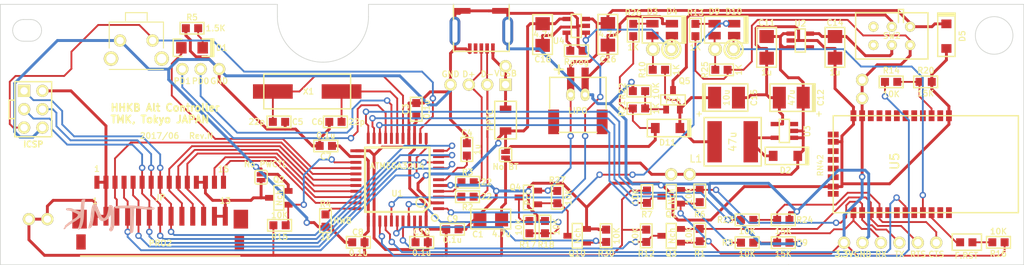
<source format=kicad_pcb>
(kicad_pcb (version 20171130) (host pcbnew "(5.1.12)-1")
  (title_block (title "HHKB Alt Controller") (date 2017/06) (rev N) (company TMK))
  (layers (0 F.Cu signal) (31 B.Cu signal) (34 B.Paste user hide) (35 F.Paste user hide) (36 B.SilkS user hide) (37 F.SilkS user hide) (38 B.Mask user hide) (39 F.Mask user hide) (44 Edge.Cuts user))
  (net 0 "")
  (net 1 +3.3V)
  (net 2 /AREF)
  (net 3 /D+)
  (net 4 /D-)
  (net 5 /HHKB_GND)
  (net 6 /PB0)
  (net 7 /PB1)
  (net 8 /PB2)
  (net 9 /PB3)
  (net 10 /PB4)
  (net 11 /PB5)
  (net 12 /PB6)
  (net 13 /PB7)
  (net 14 /PC6)
  (net 15 /PC7)
  (net 16 /PD0)
  (net 17 /PD1)
  (net 18 /PD4)
  (net 19 /PD6)
  (net 20 /PD7)
  (net 21 /bluetooth/3.3V_OUT)
  (net 22 /bluetooth/CTS_33)
  (net 23 /bluetooth/FACTORY_RESET)
  (net 24 /bluetooth/LED_STS)
  (net 25 /bluetooth/LIPO_RAW)
  (net 26 /bluetooth/LIPO_SW)
  (net 27 /bluetooth/PSEL)
  (net 28 /bluetooth/RTS_33)
  (net 29 /bluetooth/RX_33)
  (net 30 /bluetooth/TX_33)
  (net 31 /~RESET)
  (net 32 5V_BOOST)
  (net 33 BT_CTS)
  (net 34 BT_INDICATOR)
  (net 35 BT_RTS)
  (net 36 BT_RX)
  (net 37 BT_TX)
  (net 38 GND)
  (net 39 VUSB)
  (net 40 "Net-(C4-Pad1)")
  (net 41 "Net-(C5-Pad1)")
  (net 42 "Net-(C6-Pad1)")
  (net 43 "Net-(D1-Pad2)")
  (net 44 "Net-(D2-Pad1)")
  (net 45 "Net-(D3-Pad1)")
  (net 46 "Net-(D10-Pad1)")
  (net 47 "Net-(Q5-PadG)")
  (net 48 "Net-(R2-Pad1)")
  (net 49 "Net-(R3-Pad1)")
  (net 50 "Net-(R4-Pad2)")
  (net 51 "Net-(R11-Pad1)")
  (net 52 BT_CONN)
  (net 53 "Net-(R16-Pad2)")
  (net 54 ~CHRG)
  (net 55 /bluetooth/CONN)
  (net 56 LINKED)
  (net 57 "Net-(J1-Pad4)")
  (net 58 "Net-(D9-Pad3)")
  (net 59 "Net-(SW2-Pad3)")
  (net 60 "Net-(SW2-Pad6)")
  (net 61 "Net-(U3-Pad3)")
  (net 62 "Net-(U5-Pad10)")
  (net 63 "Net-(U5-Pad9)")
  (net 64 /bluetooth/RN42_RST)
  (net 65 /bluetooth/SPI_SCK)
  (net 66 "Net-(U5-Pad8)")
  (net 67 "Net-(U5-Pad7)")
  (net 68 "Net-(U5-Pad4)")
  (net 69 /bluetooth/SPI_MOSI)
  (net 70 "Net-(U5-Pad17)")
  (net 71 "Net-(U5-Pad18)")
  (net 72 "Net-(U5-Pad20)")
  (net 73 /bluetooth/SPI_SS)
  (net 74 /bluetooth/SPI_MISO)
  (net 75 "Net-(U5-Pad35)")
  (net 76 "Net-(U5-Pad34)")
  (net 77 "Net-(U5-Pad33)")
  (net 78 "Net-(U5-Pad32)")
  (net 79 /bluetooth/LED_ACT)
  (net 80 "Net-(U5-Pad30)")
  (net 81 "Net-(D3-Pad3)")
  (net 82 ADC_CTRL)
  (net 83 "Net-(Q10-PadD)")
  (net 84 ADC_LIPO)
  (net 85 /VUSB_RAW)
  (net 86 "Net-(Q4-PadD)")
  (net 87 "Net-(U2-Pad4)")
  (module keyboard_parts:tmk_logo (layer B.Cu) (at 91.81 110.08 180)
    (fp_text reference G*** hide)
    (fp_text value LOGO hide)
  )
  (module keyboard_parts:USB_miniB_hirose_5S8 (layer F.Cu) (at 143.4 86.9 180)
    (fp_text reference J1 hide)
    (fp_text value USB_mini_micro_B hide)
    (pad 6 thru_hole oval (at 3.65 2.4 180) (size 1.5 4) (drill oval 0.7 3.2) (layers *.Cu *.Mask F.Paste) (net 38 GND))
    (pad 6 thru_hole oval (at -3.65 2.4 180) (size 1.5 4) (drill oval 0.7 3.2) (layers *.Cu *.Mask F.Paste) (net 38 GND))
    (pad 5 smd rect (at 1.6 0 180) (size 0.5 1.4) (layers F.Cu F.Paste F.Mask) (net 38 GND))
    (pad 4 smd rect (at 0.8 0 180) (size 0.5 1.4) (layers F.Cu F.Paste F.Mask) (net 57 "Net-(J1-Pad4)"))
    (pad 3 smd rect (at 0 0 180) (size 0.5 1.4) (layers F.Cu F.Paste F.Mask) (net 3 /D+))
    (pad 2 smd rect (at -0.8 0 180) (size 0.5 1.4) (layers F.Cu F.Paste F.Mask) (net 4 /D-))
    (pad 1 smd rect (at -1.6 0 180) (size 0.5 1.4) (layers F.Cu F.Paste F.Mask) (net 85 /VUSB_RAW))
    (pad 6 smd rect (at -2.675 5.2 180) (size 2.35 0.8) (layers F.Cu F.Paste F.Mask) (net 38 GND))
    (pad 6 smd rect (at 2.675 5.2 180) (size 2.35 0.8) (layers F.Cu F.Paste F.Mask) (net 38 GND))
  )
  (module SW_TACT_TH_HORIZ (layer F.Cu) (at 95.7 85.8 180)
    (fp_text reference SW1 hide)
    (fp_text value SW_PUSH hide)
    (pad 4 thru_hole circle (at -3.5 -2.5 180) (size 2 2) (drill 1.3) (layers *.Cu *.Mask F.SilkS))
    (pad 3 thru_hole circle (at 3.5 -2.5 180) (size 2 2) (drill 1.3) (layers *.Cu *.Mask F.SilkS))
    (pad 2 thru_hole circle (at -2.25 0 180) (size 1.7 1.7) (drill 1) (layers *.Cu *.Mask F.SilkS) (net 31 /~RESET))
    (pad 1 thru_hole circle (at 2.25 0 180) (size 1.7 1.7) (drill 1) (layers *.Cu *.Mask F.SilkS) (net 38 GND))
  )
  (module HHKB_JP_HRS_DF14_15P (layer F.Cu) (at 107.75 105.4 180)
    (fp_text reference CN1 hide)
    (fp_text value JP (at 8.75 -2.1 180) (layer F.SilkS) (effects (font (size 0.8 0.8))))
    (pad "" np_thru_hole circle (at 20.1 -1.1 180) (size 1.1 1.1) (drill 1.1) (layers *.Cu *.Mask))
    (pad "" np_thru_hole circle (at -2.6 -1.1 180) (size 1.1 1.1) (drill 1.1) (layers *.Cu *.Mask))
    (pad 17 smd rect (at 19.9 -5.1 180) (size 2 2.6) (layers F.Cu F.Paste F.Mask))
    (pad 7 smd rect (at 10 0 180) (size 0.7 1.8) (layers F.Cu F.Paste F.Mask) (net 8 /PB2))
    (pad 6 smd rect (at 11.25 0 180) (size 0.7 1.8) (layers F.Cu F.Paste F.Mask) (net 7 /PB1))
    (pad 4 smd rect (at 13.75 0 180) (size 0.7 1.8) (layers F.Cu F.Paste F.Mask) (net 13 /PB7))
    (pad 5 smd rect (at 12.5 0 180) (size 0.7 1.8) (layers F.Cu F.Paste F.Mask) (net 6 /PB0))
    (pad 1 smd rect (at 17.5 0 180) (size 0.7 1.8) (layers F.Cu F.Paste F.Mask) (net 32 5V_BOOST))
    (pad 2 smd rect (at 16.25 0 180) (size 0.7 1.8) (layers F.Cu F.Paste F.Mask) (net 32 5V_BOOST))
    (pad 3 smd rect (at 15 0 180) (size 0.7 1.8) (layers F.Cu F.Paste F.Mask) (net 20 /PD7))
    (pad 11 smd rect (at 5 0 180) (size 0.7 1.8) (layers F.Cu F.Paste F.Mask) (net 12 /PB6))
    (pad 10 smd rect (at 6.25 0 180) (size 0.7 1.8) (layers F.Cu F.Paste F.Mask) (net 11 /PB5))
    (pad 8 smd rect (at 8.75 0 180) (size 0.7 1.8) (layers F.Cu F.Paste F.Mask) (net 9 /PB3))
    (pad 9 smd rect (at 7.5 0 180) (size 0.7 1.8) (layers F.Cu F.Paste F.Mask) (net 10 /PB4))
    (pad 13 smd rect (at 2.5 0 180) (size 0.7 1.8) (layers F.Cu F.Paste F.Mask) (net 5 /HHKB_GND))
    (pad 12 smd rect (at 3.75 0 180) (size 0.7 1.8) (layers F.Cu F.Paste F.Mask) (net 5 /HHKB_GND))
    (pad 14 smd rect (at 1.25 0 180) (size 0.7 1.8) (layers F.Cu F.Paste F.Mask) (net 14 /PC6))
    (pad 15 smd rect (at 0 0 180) (size 0.7 1.8) (layers F.Cu F.Paste F.Mask) (net 15 /PC7))
    (pad 16 smd rect (at -2.4 -5.1 180) (size 2 2.6) (layers F.Cu F.Paste F.Mask))
  )
  (module keyboard_parts:C_3528 (layer F.Cu) (at 186.25 93.7 180)
    (fp_text reference C12 (at -4.0722 -0.0006 270) (layer F.SilkS) (effects (font (size 0.8 0.8))))
    (fp_text value 47u (at -0.05 0 270) (layer F.SilkS) (effects (font (size 0.8 0.8))))
    (pad 1 smd rect (at -1.65 0 180) (size 1.8 3) (layers F.Cu F.Paste F.Mask) (net 32 5V_BOOST))
    (pad 2 smd rect (at 1.65 0 180) (size 1.8 3) (layers F.Cu F.Paste F.Mask) (net 38 GND))
  )
  (module keyboard_parts:C_3528 (layer F.Cu) (at 177.3 93.7)
    (fp_text reference C15 (at 3.8 0 90) (layer F.SilkS) (effects (font (size 0.8 0.8))))
    (fp_text value 10u (at 0 0 90) (layer F.SilkS) (effects (font (size 0.8 0.8))))
    (pad 1 smd rect (at -1.65 0) (size 1.8 3) (layers F.Cu F.Paste F.Mask) (net 27 /bluetooth/PSEL))
    (pad 2 smd rect (at 1.65 0) (size 1.8 3) (layers F.Cu F.Paste F.Mask) (net 38 GND))
  )
  (module keyboard_parts:LED_3020_REFLOW (layer F.Cu) (at 103.4 86.8)
    (fp_text reference D1 (at 4.1 0) (layer F.SilkS) (effects (font (size 0.8 0.8))))
    (fp_text value LED hide)
    (pad 1 smd rect (at -1.475 0) (size 1.45 1.6) (layers F.Cu F.Paste F.Mask) (net 19 /PD6))
    (pad 2 smd rect (at 1.475 0) (size 1.45 1.6) (layers F.Cu F.Paste F.Mask) (net 43 "Net-(D1-Pad2)"))
  )
  (module keyboard_parts:SOT23-5_HSOL (layer F.Cu) (at 185.3 98.3 90)
    (fp_text reference U3 (at -0.05 3.15 90) (layer F.SilkS) (effects (font (size 0.8 0.8))))
    (fp_text value NCP1402SN50 hide)
    (pad 1 smd rect (at -0.95 1.3 90) (size 0.6 1.2) (layers F.Cu F.Paste F.Mask) (net 32 5V_BOOST))
    (pad 3 smd rect (at 0.95 1.3 90) (size 0.6 1.2) (layers F.Cu F.Paste F.Mask) (net 61 "Net-(U3-Pad3)"))
    (pad 2 smd rect (at 0 1.3 90) (size 0.6 1.2) (layers F.Cu F.Paste F.Mask) (net 32 5V_BOOST))
    (pad 5 smd rect (at -0.95 -1.3 90) (size 0.6 1.2) (layers F.Cu F.Paste F.Mask) (net 44 "Net-(D2-Pad1)"))
    (pad 4 smd rect (at 0.95 -1.3 90) (size 0.6 1.2) (layers F.Cu F.Paste F.Mask) (net 38 GND))
  )
  (module keyboard_parts:D_SOD123 (layer F.Cu) (at 185.45 101.75 180)
    (fp_text reference D2 (at 0 -2 180) (layer F.SilkS) (effects (font (size 0.8 0.8))))
    (fp_text value "Schottky diode" hide)
    (pad 1 smd rect (at 1.7 0 180) (size 1.2 1.4) (layers F.Cu F.Paste F.Mask) (net 44 "Net-(D2-Pad1)"))
    (pad 2 smd rect (at -1.7 0 180) (size 1.2 1.4) (layers F.Cu F.Paste F.Mask) (net 32 5V_BOOST))
  )
  (module keyboard_parts:L_6x6MM (layer F.Cu) (at 178.15 99.8 90)
    (fp_text reference L1 (at -2.35 -5.1 180) (layer F.SilkS))
    (fp_text value 47u (at 0 0 90) (layer F.SilkS))
    (pad 2 smd rect (at 0 -2.5 90) (size 5.7 2) (layers F.Cu F.Paste F.Mask) (net 27 /bluetooth/PSEL))
    (pad 1 smd rect (at 0 2.5 90) (size 5.7 2) (layers F.Cu F.Paste F.Mask) (net 44 "Net-(D2-Pad1)"))
  )
  (module keyboard_parts:RN42 (layer F.Cu) (at 208.05 96.2 270)
    (fp_text reference U5 (at 6.3 7.5 270) (layer F.SilkS) (effects (font (size 1.2 1.2) (thickness 0.2))))
    (fp_text value RN42 (at 6.858 17.78 270) (layer F.SilkS) (effects (font (size 0.762 0.762) (thickness 0.127))))
    (pad 11 smd rect (at 0 12 270) (size 1.5 0.8) (layers F.Cu F.Paste F.Mask) (net 1 +3.3V))
    (pad 12 smd rect (at 0 13.2 270) (size 1.5 0.8) (layers F.Cu F.Paste F.Mask) (net 38 GND))
    (pad 10 smd rect (at 0 10.8 270) (size 1.5 0.8) (layers F.Cu F.Paste F.Mask) (net 62 "Net-(U5-Pad10)"))
    (pad 9 smd rect (at 0 9.6 270) (size 1.5 0.8) (layers F.Cu F.Paste F.Mask) (net 63 "Net-(U5-Pad9)"))
    (pad 5 smd rect (at 0 4.8 270) (size 1.5 0.8) (layers F.Cu F.Paste F.Mask) (net 64 /bluetooth/RN42_RST))
    (pad 6 smd rect (at 0 6 270) (size 1.5 0.8) (layers F.Cu F.Paste F.Mask) (net 65 /bluetooth/SPI_SCK))
    (pad 8 smd rect (at 0 8.4 270) (size 1.5 0.8) (layers F.Cu F.Paste F.Mask) (net 66 "Net-(U5-Pad8)"))
    (pad 7 smd rect (at 0 7.2 270) (size 1.5 0.8) (layers F.Cu F.Paste F.Mask) (net 67 "Net-(U5-Pad7)"))
    (pad 3 smd rect (at 0 2.4 270) (size 1.5 0.8) (layers F.Cu F.Paste F.Mask) (net 55 /bluetooth/CONN))
    (pad 4 smd rect (at 0 3.6 270) (size 1.5 0.8) (layers F.Cu F.Paste F.Mask) (net 68 "Net-(U5-Pad4)"))
    (pad 2 smd rect (at 0 1.2 270) (size 1.5 0.8) (layers F.Cu F.Paste F.Mask) (net 69 /bluetooth/SPI_MOSI))
    (pad 1 smd rect (at 0 0 270) (size 1.5 0.8) (layers F.Cu F.Paste F.Mask) (net 38 GND))
    (pad 13 smd rect (at 13.4 13.2 270) (size 1.5 0.8) (layers F.Cu F.Paste F.Mask) (net 29 /bluetooth/RX_33))
    (pad 14 smd rect (at 13.4 12 270) (size 1.5 0.8) (layers F.Cu F.Paste F.Mask) (net 30 /bluetooth/TX_33))
    (pad 15 smd rect (at 13.4 10.8 270) (size 1.5 0.8) (layers F.Cu F.Paste F.Mask) (net 28 /bluetooth/RTS_33))
    (pad 16 smd rect (at 13.4 9.6 270) (size 1.5 0.8) (layers F.Cu F.Paste F.Mask) (net 22 /bluetooth/CTS_33))
    (pad 17 smd rect (at 13.4 8.4 270) (size 1.5 0.8) (layers F.Cu F.Paste F.Mask) (net 70 "Net-(U5-Pad17)"))
    (pad 18 smd rect (at 13.4 7.2 270) (size 1.5 0.8) (layers F.Cu F.Paste F.Mask) (net 71 "Net-(U5-Pad18)"))
    (pad 19 smd rect (at 13.4 6 270) (size 1.5 0.8) (layers F.Cu F.Paste F.Mask) (net 56 LINKED))
    (pad 20 smd rect (at 13.4 4.8 270) (size 1.5 0.8) (layers F.Cu F.Paste F.Mask) (net 72 "Net-(U5-Pad20)"))
    (pad 21 smd rect (at 13.4 3.6 270) (size 1.5 0.8) (layers F.Cu F.Paste F.Mask) (net 24 /bluetooth/LED_STS))
    (pad 22 smd rect (at 13.4 2.4 270) (size 1.5 0.8) (layers F.Cu F.Paste F.Mask) (net 23 /bluetooth/FACTORY_RESET))
    (pad 23 smd rect (at 13.4 1.2 270) (size 1.5 0.8) (layers F.Cu F.Paste F.Mask) (net 73 /bluetooth/SPI_SS))
    (pad 24 smd rect (at 13.4 0 270) (size 1.5 0.8) (layers F.Cu F.Paste F.Mask) (net 74 /bluetooth/SPI_MISO))
    (pad 35 smd rect (at 2.6 16 270) (size 0.8 1.5) (layers F.Cu F.Paste F.Mask) (net 75 "Net-(U5-Pad35)") (clearance 0.1778))
    (pad 29 smd rect (at 3.6 16 270) (size 0.8 1.5) (layers F.Cu F.Paste F.Mask) (net 38 GND) (clearance 0.1778))
    (pad 34 smd rect (at 4.9 16 270) (size 0.8 1.5) (layers F.Cu F.Paste F.Mask) (net 76 "Net-(U5-Pad34)"))
    (pad 33 smd rect (at 6.1 16 270) (size 0.8 1.5) (layers F.Cu F.Paste F.Mask) (net 77 "Net-(U5-Pad33)"))
    (pad 32 smd rect (at 7.3 16 270) (size 0.8 1.5) (layers F.Cu F.Paste F.Mask) (net 78 "Net-(U5-Pad32)"))
    (pad 31 smd rect (at 8.5 16 270) (size 0.8 1.5) (layers F.Cu F.Paste F.Mask) (net 79 /bluetooth/LED_ACT))
    (pad 28 smd rect (at 9.8 16 270) (size 0.8 1.5) (layers F.Cu F.Paste F.Mask) (net 38 GND) (clearance 0.1778))
    (pad 30 smd rect (at 10.8 16 270) (size 0.8 1.5) (layers F.Cu F.Paste F.Mask) (net 80 "Net-(U5-Pad30)") (clearance 0.1778))
  )
  (module keyboard_parts:QFP44 (layer F.Cu) (at 131.77 105.048 180)
    (fp_text reference U1 (at 0 -1.905 180) (layer F.SilkS) (effects (font (size 0.8 0.8))))
    (fp_text value ATMEGA32U4 (at 0 1.905 180) (layer F.SilkS) (effects (font (size 0.8 0.8))))
    (pad 39 smd rect (at 0 -5.715 180) (size 0.4064 1.524) (layers F.Cu F.Paste F.Mask) (net 82 ADC_CTRL))
    (pad 40 smd rect (at -0.8001 -5.715 180) (size 0.4064 1.524) (layers F.Cu F.Paste F.Mask) (net 35 BT_RTS))
    (pad 41 smd rect (at -1.6002 -5.715 180) (size 0.4064 1.524) (layers F.Cu F.Paste F.Mask) (net 84 ADC_LIPO))
    (pad 42 smd rect (at -2.4003 -5.715 180) (size 0.4064 1.524) (layers F.Cu F.Paste F.Mask) (net 2 /AREF))
    (pad 43 smd rect (at -3.2004 -5.715 180) (size 0.4064 1.524) (layers F.Cu F.Paste F.Mask) (net 38 GND))
    (pad 44 smd rect (at -4.0005 -5.715 180) (size 0.4064 1.524) (layers F.Cu F.Paste F.Mask) (net 32 5V_BOOST))
    (pad 38 smd rect (at 0.8001 -5.715 180) (size 0.4064 1.524) (layers F.Cu F.Paste F.Mask) (net 54 ~CHRG))
    (pad 37 smd rect (at 1.6002 -5.715 180) (size 0.4064 1.524) (layers F.Cu F.Paste F.Mask) (net 56 LINKED))
    (pad 36 smd rect (at 2.4003 -5.715 180) (size 0.4064 1.524) (layers F.Cu F.Paste F.Mask) (net 52 BT_CONN))
    (pad 35 smd rect (at 3.2004 -5.715 180) (size 0.4064 1.524) (layers F.Cu F.Paste F.Mask) (net 38 GND))
    (pad 34 smd rect (at 4.0005 -5.715 180) (size 0.4064 1.524) (layers F.Cu F.Paste F.Mask) (net 32 5V_BOOST))
    (pad 17 smd rect (at 0 5.715 180) (size 0.4064 1.524) (layers F.Cu F.Paste F.Mask) (net 42 "Net-(C6-Pad1)"))
    (pad 16 smd rect (at -0.8001 5.715 180) (size 0.4064 1.524) (layers F.Cu F.Paste F.Mask) (net 41 "Net-(C5-Pad1)"))
    (pad 15 smd rect (at -1.6002 5.715 180) (size 0.4064 1.524) (layers F.Cu F.Paste F.Mask) (net 38 GND))
    (pad 14 smd rect (at -2.4003 5.715 180) (size 0.4064 1.524) (layers F.Cu F.Paste F.Mask) (net 32 5V_BOOST))
    (pad 13 smd rect (at -3.2004 5.715 180) (size 0.4064 1.524) (layers F.Cu F.Paste F.Mask) (net 31 /~RESET))
    (pad 12 smd rect (at -4.0005 5.715 180) (size 0.4064 1.524) (layers F.Cu F.Paste F.Mask) (net 13 /PB7))
    (pad 18 smd rect (at 0.8001 5.715 180) (size 0.4064 1.524) (layers F.Cu F.Paste F.Mask) (net 16 /PD0))
    (pad 19 smd rect (at 1.6002 5.715 180) (size 0.4064 1.524) (layers F.Cu F.Paste F.Mask) (net 17 /PD1))
    (pad 20 smd rect (at 2.4003 5.715 180) (size 0.4064 1.524) (layers F.Cu F.Paste F.Mask) (net 37 BT_TX))
    (pad 21 smd rect (at 3.2004 5.715 180) (size 0.4064 1.524) (layers F.Cu F.Paste F.Mask) (net 36 BT_RX))
    (pad 22 smd rect (at 4.0005 5.715 180) (size 0.4064 1.524) (layers F.Cu F.Paste F.Mask) (net 33 BT_CTS))
    (pad 6 smd rect (at -5.715 0 180) (size 1.524 0.4064) (layers F.Cu F.Paste F.Mask) (net 40 "Net-(C4-Pad1)"))
    (pad 28 smd rect (at 5.715 0 180) (size 1.524 0.4064) (layers F.Cu F.Paste F.Mask) (net 10 /PB4))
    (pad 7 smd rect (at -5.715 0.8001 180) (size 1.524 0.4064) (layers F.Cu F.Paste F.Mask) (net 39 VUSB))
    (pad 27 smd rect (at 5.715 0.8001 180) (size 1.524 0.4064) (layers F.Cu F.Paste F.Mask) (net 20 /PD7))
    (pad 26 smd rect (at 5.715 1.6002 180) (size 1.524 0.4064) (layers F.Cu F.Paste F.Mask) (net 19 /PD6))
    (pad 8 smd rect (at -5.715 1.6002 180) (size 1.524 0.4064) (layers F.Cu F.Paste F.Mask) (net 6 /PB0))
    (pad 9 smd rect (at -5.715 2.4003 180) (size 1.524 0.4064) (layers F.Cu F.Paste F.Mask) (net 7 /PB1))
    (pad 25 smd rect (at 5.715 2.4003 180) (size 1.524 0.4064) (layers F.Cu F.Paste F.Mask) (net 18 /PD4))
    (pad 24 smd rect (at 5.715 3.2004 180) (size 1.524 0.4064) (layers F.Cu F.Paste F.Mask) (net 32 5V_BOOST))
    (pad 10 smd rect (at -5.715 3.2004 180) (size 1.524 0.4064) (layers F.Cu F.Paste F.Mask) (net 8 /PB2))
    (pad 11 smd rect (at -5.715 4.0005 180) (size 1.524 0.4064) (layers F.Cu F.Paste F.Mask) (net 9 /PB3))
    (pad 23 smd rect (at 5.715 4.0005 180) (size 1.524 0.4064) (layers F.Cu F.Paste F.Mask) (net 38 GND))
    (pad 29 smd rect (at 5.715 -0.8001 180) (size 1.524 0.4064) (layers F.Cu F.Paste F.Mask) (net 11 /PB5))
    (pad 5 smd rect (at -5.715 -0.8001 180) (size 1.524 0.4064) (layers F.Cu F.Paste F.Mask) (net 38 GND))
    (pad 4 smd rect (at -5.715 -1.6002 180) (size 1.524 0.4064) (layers F.Cu F.Paste F.Mask) (net 49 "Net-(R3-Pad1)"))
    (pad 30 smd rect (at 5.715 -1.6002 180) (size 1.524 0.4064) (layers F.Cu F.Paste F.Mask) (net 12 /PB6))
    (pad 31 smd rect (at 5.715 -2.4003 180) (size 1.524 0.4064) (layers F.Cu F.Paste F.Mask) (net 14 /PC6))
    (pad 3 smd rect (at -5.715 -2.4003 180) (size 1.524 0.4064) (layers F.Cu F.Paste F.Mask) (net 48 "Net-(R2-Pad1)"))
    (pad 2 smd rect (at -5.715 -3.2004 180) (size 1.524 0.4064) (layers F.Cu F.Paste F.Mask) (net 39 VUSB))
    (pad 32 smd rect (at 5.715 -3.2004 180) (size 1.524 0.4064) (layers F.Cu F.Paste F.Mask) (net 15 /PC7))
    (pad 33 smd rect (at 5.715 -4.0005 180) (size 1.524 0.4064) (layers F.Cu F.Paste F.Mask) (net 50 "Net-(R4-Pad2)"))
    (pad 1 smd rect (at -5.715 -4.0005 180) (size 1.524 0.4064) (layers F.Cu F.Paste F.Mask) (net 34 BT_INDICATOR))
  )
  (module keyboard_parts:PIN_1 (layer F.Cu) (at 102.05 89.75)
    (fp_text reference P5 hide)
    (fp_text value PD1 (at 0 1.65) (layer F.SilkS) (effects (font (size 0.8 0.8))))
    (pad 1 thru_hole circle (at 0 0) (size 1.7 1.7) (drill 1.016) (layers *.Cu *.Mask F.SilkS) (net 17 /PD1))
  )
  (module keyboard_parts:R_1608 (layer F.Cu) (at 185.15 113.75)
    (fp_text reference R9 (at 2.6 0 180) (layer F.SilkS) (effects (font (size 0.8 0.8))))
    (fp_text value 15K (at 0 1.55 180) (layer F.SilkS) (effects (font (size 0.8 0.8))))
    (pad 2 smd rect (at 0.85 0) (size 1.1 1.1) (layers F.Cu F.Paste F.Mask) (net 38 GND) (clearance 0.1))
    (pad 1 smd rect (at -0.85 0) (size 1.1 1.1) (layers F.Cu F.Paste F.Mask) (net 29 /bluetooth/RX_33) (clearance 0.1))
  )
  (module keyboard_parts:R_1608 (layer F.Cu) (at 103.4 84.1 180)
    (fp_text reference R5 (at 0 1.5 180) (layer F.SilkS) (effects (font (size 0.8 0.8))))
    (fp_text value 1.5K (at -3.25 0 180) (layer F.SilkS) (effects (font (size 0.8 0.8))))
    (pad 2 smd rect (at 0.85 0 180) (size 1.1 1.1) (layers F.Cu F.Paste F.Mask) (net 38 GND) (clearance 0.1))
    (pad 1 smd rect (at -0.85 0 180) (size 1.1 1.1) (layers F.Cu F.Paste F.Mask) (net 43 "Net-(D1-Pad2)") (clearance 0.1))
  )
  (module keyboard_parts:R_1608 (layer F.Cu) (at 167.95 89.85 180)
    (fp_text reference R10 (at 2.3 0 270) (layer F.SilkS) (effects (font (size 0.8 0.8))))
    (fp_text value 1K (at -2.4 0 270) (layer F.SilkS) (effects (font (size 0.8 0.8))))
    (pad 2 smd rect (at 0.85 0 180) (size 1.1 1.1) (layers F.Cu F.Paste F.Mask) (net 45 "Net-(D3-Pad1)") (clearance 0.1))
    (pad 1 smd rect (at -0.85 0 180) (size 1.1 1.1) (layers F.Cu F.Paste F.Mask) (net 27 /bluetooth/PSEL) (clearance 0.1))
  )
  (module keyboard_parts:R_1608 (layer F.Cu) (at 165.2 95.2)
    (fp_text reference R21 (at -2.35 0 90) (layer F.SilkS) (effects (font (size 0.8 0.8))))
    (fp_text value 1K (at 2.35 0 270) (layer F.SilkS) (effects (font (size 0.8 0.8))))
    (pad 2 smd rect (at 0.85 0) (size 1.1 1.1) (layers F.Cu F.Paste F.Mask) (net 47 "Net-(Q5-PadG)") (clearance 0.1))
    (pad 1 smd rect (at -0.85 0) (size 1.1 1.1) (layers F.Cu F.Paste F.Mask) (net 39 VUSB) (clearance 0.1))
  )
  (module keyboard_parts:R_1608 (layer F.Cu) (at 121.85 110.7 90)
    (fp_text reference R4 (at 2.275 0 180) (layer F.SilkS) (effects (font (size 0.8 0.8))))
    (fp_text value 1k (at -2.275 0 180) (layer F.SilkS) (effects (font (size 0.8 0.8))))
    (pad 2 smd rect (at 0.85 0 90) (size 1.1 1.1) (layers F.Cu F.Paste F.Mask) (net 50 "Net-(R4-Pad2)") (clearance 0.1))
    (pad 1 smd rect (at -0.85 0 90) (size 1.1 1.1) (layers F.Cu F.Paste F.Mask) (net 38 GND) (clearance 0.1))
  )
  (module keyboard_parts:R_1608 (layer F.Cu) (at 176.6 89.85 180)
    (fp_text reference R25 (at 2.3 0 90) (layer F.SilkS) (effects (font (size 0.8 0.8))))
    (fp_text value 1K (at -2.4 0 90) (layer F.SilkS) (effects (font (size 0.8 0.8))))
    (pad 2 smd rect (at 0.85 0 180) (size 1.1 1.1) (layers F.Cu F.Paste F.Mask) (net 46 "Net-(D10-Pad1)") (clearance 0.1))
    (pad 1 smd rect (at -0.85 0 180) (size 1.1 1.1) (layers F.Cu F.Paste F.Mask) (net 1 +3.3V) (clearance 0.1))
  )
  (module keyboard_parts:R_1608 (layer F.Cu) (at 173 84.35 270)
    (fp_text reference R13 (at -2.4 0) (layer F.SilkS) (effects (font (size 0.8 0.8))))
    (fp_text value 1K (at 2.4 0) (layer F.SilkS) (effects (font (size 0.8 0.8))))
    (pad 2 smd rect (at 0.85 0 270) (size 1.1 1.1) (layers F.Cu F.Paste F.Mask) (net 1 +3.3V) (clearance 0.1))
    (pad 1 smd rect (at -0.85 0 270) (size 1.1 1.1) (layers F.Cu F.Paste F.Mask) (net 58 "Net-(D9-Pad3)") (clearance 0.1))
  )
  (module keyboard_parts:R_1608 (layer F.Cu) (at 164.4 84.35 90)
    (fp_text reference R26 (at 2.4 0 180) (layer F.SilkS) (effects (font (size 0.8 0.8))))
    (fp_text value 1K (at -2.4 0 180) (layer F.SilkS) (effects (font (size 0.8 0.8))))
    (pad 2 smd rect (at 0.85 0 90) (size 1.1 1.1) (layers F.Cu F.Paste F.Mask) (net 81 "Net-(D3-Pad3)") (clearance 0.1))
    (pad 1 smd rect (at -0.85 0 90) (size 1.1 1.1) (layers F.Cu F.Paste F.Mask) (net 39 VUSB) (clearance 0.1))
  )
  (module keyboard_parts:R_1608 (layer F.Cu) (at 153.9 107.45 270)
    (fp_text reference R27 (at -2.35 0) (layer F.SilkS) (effects (font (size 0.8 0.8))))
    (fp_text value 10K (at 0 -1.55 270) (layer F.SilkS) (effects (font (size 0.8 0.8))))
    (pad 2 smd rect (at 0.85 0 270) (size 1.1 1.1) (layers F.Cu F.Paste F.Mask) (net 83 "Net-(Q10-PadD)") (clearance 0.1))
    (pad 1 smd rect (at -0.85 0 270) (size 1.1 1.1) (layers F.Cu F.Paste F.Mask) (net 25 /bluetooth/LIPO_RAW) (clearance 0.1))
  )
  (module keyboard_parts:R_1608 (layer F.Cu) (at 173.6 112.7 90)
    (fp_text reference R1 (at -2.55 0 180) (layer F.SilkS) (effects (font (size 0.8 0.8))))
    (fp_text value 10K (at 0 -1.5 270) (layer F.SilkS) (effects (font (size 0.8 0.8))))
    (pad 2 smd rect (at 0.85 0 90) (size 1.1 1.1) (layers F.Cu F.Paste F.Mask) (net 28 /bluetooth/RTS_33) (clearance 0.1))
    (pad 1 smd rect (at -0.85 0 90) (size 1.1 1.1) (layers F.Cu F.Paste F.Mask) (net 1 +3.3V) (clearance 0.1))
  )
  (module keyboard_parts:R_1608 (layer F.Cu) (at 160.65 112.8 90)
    (fp_text reference R30 (at -2.45 0 180) (layer F.SilkS) (effects (font (size 0.8 0.8))))
    (fp_text value 10K (at 0 1.45 270) (layer F.SilkS) (effects (font (size 0.8 0.8))))
    (pad 2 smd rect (at 0.85 0 90) (size 1.1 1.1) (layers F.Cu F.Paste F.Mask) (net 38 GND) (clearance 0.1))
    (pad 1 smd rect (at -0.85 0 90) (size 1.1 1.1) (layers F.Cu F.Paste F.Mask) (net 82 ADC_CTRL) (clearance 0.1))
  )
  (module keyboard_parts:R_1608 (layer F.Cu) (at 204.83 91.52)
    (fp_text reference R20 (at 0.025 -1.575) (layer F.SilkS) (effects (font (size 0.8 0.8))))
    (fp_text value 15K (at -0.01 1.59) (layer F.SilkS) (effects (font (size 0.8 0.8))))
    (pad 2 smd rect (at 0.85 0) (size 1.1 1.1) (layers F.Cu F.Paste F.Mask) (net 38 GND) (clearance 0.1))
    (pad 1 smd rect (at -0.85 0) (size 1.1 1.1) (layers F.Cu F.Paste F.Mask) (net 55 /bluetooth/CONN) (clearance 0.1))
  )
  (module keyboard_parts:R_1608 (layer F.Cu) (at 200.06 91.52)
    (fp_text reference R14 (at 0.025 -1.575) (layer F.SilkS) (effects (font (size 0.8 0.8))))
    (fp_text value 10K (at 0.01 1.69) (layer F.SilkS) (effects (font (size 0.8 0.8))))
    (pad 2 smd rect (at 0.85 0) (size 1.1 1.1) (layers F.Cu F.Paste F.Mask) (net 55 /bluetooth/CONN) (clearance 0.1))
    (pad 1 smd rect (at -0.85 0) (size 1.1 1.1) (layers F.Cu F.Paste F.Mask) (net 52 BT_CONN) (clearance 0.1))
  )
  (module keyboard_parts:R_1608 (layer F.Cu) (at 166.2 112.8 270)
    (fp_text reference R12 (at 2.45 0) (layer F.SilkS) (effects (font (size 0.8 0.8))))
    (fp_text value 10K (at 0 1.5 90) (layer F.SilkS) (effects (font (size 0.8 0.8))))
    (pad 2 smd rect (at 0.85 0 270) (size 1.1 1.1) (layers F.Cu F.Paste F.Mask) (net 35 BT_RTS) (clearance 0.1))
    (pad 1 smd rect (at -0.85 0 270) (size 1.1 1.1) (layers F.Cu F.Paste F.Mask) (net 32 5V_BOOST) (clearance 0.1))
  )
  (module keyboard_parts:R_1608 (layer F.Cu) (at 166.3 107.4 270)
    (fp_text reference R7 (at 2.45 0) (layer F.SilkS) (effects (font (size 0.8 0.8))))
    (fp_text value 10K (at 0 1.6 90) (layer F.SilkS) (effects (font (size 0.8 0.8))))
    (pad 2 smd rect (at 0.85 0 270) (size 1.1 1.1) (layers F.Cu F.Paste F.Mask) (net 37 BT_TX) (clearance 0.1))
    (pad 1 smd rect (at -0.85 0 270) (size 1.1 1.1) (layers F.Cu F.Paste F.Mask) (net 32 5V_BOOST) (clearance 0.1))
  )
  (module keyboard_parts:R_1608 (layer F.Cu) (at 173.6 107.3 90)
    (fp_text reference R6 (at -2.55 0 180) (layer F.SilkS) (effects (font (size 0.8 0.8))))
    (fp_text value 10K (at 0 -1.5 270) (layer F.SilkS) (effects (font (size 0.8 0.8))))
    (pad 2 smd rect (at 0.85 0 90) (size 1.1 1.1) (layers F.Cu F.Paste F.Mask) (net 30 /bluetooth/TX_33) (clearance 0.1))
    (pad 1 smd rect (at -0.85 0 90) (size 1.1 1.1) (layers F.Cu F.Paste F.Mask) (net 1 +3.3V) (clearance 0.1))
  )
  (module keyboard_parts:R_1608 (layer F.Cu) (at 185.15 110.6)
    (fp_text reference R24 (at 2.95 0 180) (layer F.SilkS) (effects (font (size 0.8 0.8))))
    (fp_text value 15K (at 0 1.55) (layer F.SilkS) (effects (font (size 0.8 0.8))))
    (pad 2 smd rect (at 0.85 0) (size 1.1 1.1) (layers F.Cu F.Paste F.Mask) (net 38 GND) (clearance 0.1))
    (pad 1 smd rect (at -0.85 0) (size 1.1 1.1) (layers F.Cu F.Paste F.Mask) (net 22 /bluetooth/CTS_33) (clearance 0.1))
  )
  (module keyboard_parts:R_1608 (layer F.Cu) (at 180.15 110.6)
    (fp_text reference R23 (at -3 0 180) (layer F.SilkS) (effects (font (size 0.8 0.8))))
    (fp_text value 10K (at 0 1.55) (layer F.SilkS) (effects (font (size 0.8 0.8))))
    (pad 2 smd rect (at 0.85 0) (size 1.1 1.1) (layers F.Cu F.Paste F.Mask) (net 22 /bluetooth/CTS_33) (clearance 0.1))
    (pad 1 smd rect (at -0.85 0) (size 1.1 1.1) (layers F.Cu F.Paste F.Mask) (net 33 BT_CTS) (clearance 0.1))
  )
  (module keyboard_parts:R_1608 (layer F.Cu) (at 214.9 113.7 180)
    (fp_text reference R16 (at 0.025 -1.575 180) (layer F.SilkS) (effects (font (size 0.8 0.8))))
    (fp_text value 10K (at 0 1.5 180) (layer F.SilkS) (effects (font (size 0.8 0.8))))
    (pad 2 smd rect (at 0.85 0 180) (size 1.1 1.1) (layers F.Cu F.Paste F.Mask) (net 53 "Net-(R16-Pad2)") (clearance 0.1))
    (pad 1 smd rect (at -0.85 0 180) (size 1.1 1.1) (layers F.Cu F.Paste F.Mask) (net 1 +3.3V) (clearance 0.1))
  )
  (module keyboard_parts:R_1608 (layer F.Cu) (at 152.2 111.6 90)
    (fp_text reference R18 (at -2.425 0.15 180) (layer F.SilkS) (effects (font (size 0.8 0.8))))
    (fp_text value 10K (at 0.05 1.575 270) (layer F.SilkS) (effects (font (size 0.8 0.8))))
    (pad 2 smd rect (at 0.85 0 90) (size 1.1 1.1) (layers F.Cu F.Paste F.Mask) (net 38 GND) (clearance 0.1))
    (pad 1 smd rect (at -0.85 0 90) (size 1.1 1.1) (layers F.Cu F.Paste F.Mask) (net 84 ADC_LIPO) (clearance 0.1))
  )
  (module keyboard_parts:R_1608 (layer F.Cu) (at 141.486 107.397)
    (fp_text reference R2 (at 0.014 1.478) (layer F.SilkS) (effects (font (size 0.8 0.8))))
    (fp_text value 22 (at 2.614 -0.022) (layer F.SilkS) (effects (font (size 0.8 0.8))))
    (pad 2 smd rect (at 0.85 0) (size 1.1 1.1) (layers F.Cu F.Paste F.Mask) (net 4 /D-) (clearance 0.1))
    (pad 1 smd rect (at -0.85 0) (size 1.1 1.1) (layers F.Cu F.Paste F.Mask) (net 48 "Net-(R2-Pad1)") (clearance 0.1))
  )
  (module keyboard_parts:R_1608 (layer F.Cu) (at 141.5 105.4)
    (fp_text reference R3 (at 0 -1.4) (layer F.SilkS) (effects (font (size 0.8 0.8))))
    (fp_text value 22 (at 2.6 -0.025) (layer F.SilkS) (effects (font (size 0.8 0.8))))
    (pad 2 smd rect (at 0.85 0) (size 1.1 1.1) (layers F.Cu F.Paste F.Mask) (net 3 /D+) (clearance 0.1))
    (pad 1 smd rect (at -0.85 0) (size 1.1 1.1) (layers F.Cu F.Paste F.Mask) (net 49 "Net-(R3-Pad1)") (clearance 0.1))
  )
  (module keyboard_parts:R_1608 (layer F.Cu) (at 115.5 111.35)
    (fp_text reference R15 (at 0 1.6) (layer F.SilkS) (effects (font (size 0.8 0.8))))
    (fp_text value 10K (at 0 -1.4) (layer F.SilkS) (effects (font (size 0.8 0.8))))
    (pad 2 smd rect (at 0.85 0) (size 1.1 1.1) (layers F.Cu F.Paste F.Mask) (net 18 /PD4) (clearance 0.1))
    (pad 1 smd rect (at -0.85 0) (size 1.1 1.1) (layers F.Cu F.Paste F.Mask) (net 32 5V_BOOST) (clearance 0.1))
  )
  (module keyboard_parts:R_1608 (layer F.Cu) (at 165.2 92.8 180)
    (fp_text reference R22 (at 2.3 0 270) (layer F.SilkS) (effects (font (size 0.8 0.8))))
    (fp_text value 10K (at -2.35 0.05 90) (layer F.SilkS) (effects (font (size 0.8 0.8))))
    (pad 2 smd rect (at 0.85 0 180) (size 1.1 1.1) (layers F.Cu F.Paste F.Mask) (net 38 GND) (clearance 0.1))
    (pad 1 smd rect (at -0.85 0 180) (size 1.1 1.1) (layers F.Cu F.Paste F.Mask) (net 47 "Net-(Q5-PadG)") (clearance 0.1))
  )
  (module keyboard_parts:R_1608 (layer F.Cu) (at 156.55 87.225)
    (fp_text reference R11 hide)
    (fp_text value Rprog (at 0 1.525) (layer F.SilkS) (effects (font (size 0.8 0.8))))
    (pad 2 smd rect (at 0.85 0) (size 1.1 1.1) (layers F.Cu F.Paste F.Mask) (net 38 GND) (clearance 0.1))
    (pad 1 smd rect (at -0.85 0) (size 1.1 1.1) (layers F.Cu F.Paste F.Mask) (net 51 "Net-(R11-Pad1)") (clearance 0.1))
  )
  (module keyboard_parts:R_1608 (layer F.Cu) (at 150.05 111.6 270)
    (fp_text reference R17 (at 2.425 0.25) (layer F.SilkS) (effects (font (size 0.8 0.8))))
    (fp_text value 10K (at 0 1.475 90) (layer F.SilkS) (effects (font (size 0.8 0.8))))
    (pad 2 smd rect (at 0.85 0 270) (size 1.1 1.1) (layers F.Cu F.Paste F.Mask) (net 84 ADC_LIPO) (clearance 0.1))
    (pad 1 smd rect (at -0.85 0 270) (size 1.1 1.1) (layers F.Cu F.Paste F.Mask) (net 86 "Net-(Q4-PadD)") (clearance 0.1))
  )
  (module keyboard_parts:R_1608 (layer F.Cu) (at 180.15 113.75)
    (fp_text reference R8 (at -2.7 0 180) (layer F.SilkS) (effects (font (size 0.8 0.8))))
    (fp_text value 10K (at 0 1.55) (layer F.SilkS) (effects (font (size 0.8 0.8))))
    (pad 2 smd rect (at 0.85 0) (size 1.1 1.1) (layers F.Cu F.Paste F.Mask) (net 29 /bluetooth/RX_33) (clearance 0.1))
    (pad 1 smd rect (at -0.85 0) (size 1.1 1.1) (layers F.Cu F.Paste F.Mask) (net 36 BT_RX) (clearance 0.1))
  )
  (module keyboard_parts:C_3216 (layer F.Cu) (at 144.7 110.5 180)
    (fp_text reference C1 (at 1.775 -2.1 180) (layer F.SilkS) (effects (font (size 0.8 0.8))))
    (fp_text value 4.7u (at -1.475 -2.05 180) (layer F.SilkS) (effects (font (size 0.8 0.8))))
    (pad 1 smd rect (at -1.5 0 180) (size 1.8 2) (layers F.Cu F.Paste F.Mask) (net 32 5V_BOOST))
    (pad 2 smd rect (at 1.5 0 180) (size 1.8 2) (layers F.Cu F.Paste F.Mask) (net 38 GND))
  )
  (module keyboard_parts:C_1608 (layer F.Cu) (at 139.4 111.9)
    (fp_text reference C9 (at 0 -1.45) (layer F.SilkS) (effects (font (size 0.8 0.8))))
    (fp_text value 0.1u (at 0 1.45) (layer F.SilkS) (effects (font (size 0.8 0.8))))
    (pad 2 smd rect (at 0.85 0) (size 1.1 1.1) (layers F.Cu F.Paste F.Mask) (net 38 GND) (clearance 0.1))
    (pad 1 smd rect (at -0.85 0) (size 1.1 1.1) (layers F.Cu F.Paste F.Mask) (net 32 5V_BOOST) (clearance 0.1))
  )
  (module keyboard_parts:C_1608 (layer F.Cu) (at 126.4 113.7 180)
    (fp_text reference C8 (at 0.075 1.4 180) (layer F.SilkS) (effects (font (size 0.8 0.8))))
    (fp_text value 0.1u (at 0 -1.45 180) (layer F.SilkS) (effects (font (size 0.8 0.8))))
    (pad 2 smd rect (at 0.85 0 180) (size 1.1 1.1) (layers F.Cu F.Paste F.Mask) (net 38 GND) (clearance 0.1))
    (pad 1 smd rect (at -0.85 0 180) (size 1.1 1.1) (layers F.Cu F.Paste F.Mask) (net 32 5V_BOOST) (clearance 0.1))
  )
  (module keyboard_parts:MOS_FET_SOT23-3_HSOL (layer F.Cu) (at 115.4 107.55 90)
    (fp_text reference Q2 (at 2.5 0) (layer F.SilkS) (effects (font (size 0.8 0.8))))
    (fp_text value Nch (at 0 0.05 90) (layer F.SilkS) (effects (font (size 0.8 0.8))))
    (pad G smd rect (at -0.95 1.3 90) (size 0.8 1.2) (layers F.Cu F.Paste F.Mask) (net 18 /PD4))
    (pad D smd rect (at 0 -1.3 90) (size 0.8 1.2) (layers F.Cu F.Paste F.Mask) (net 5 /HHKB_GND))
    (pad S smd rect (at 0.95 1.3 90) (size 0.8 1.2) (layers F.Cu F.Paste F.Mask) (net 38 GND))
  )
  (module keyboard_parts:C_3216 (layer F.Cu) (at 192.3 86.75 270)
    (fp_text reference C14 (at -3.4 0) (layer F.SilkS) (effects (font (size 0.8 0.8))))
    (fp_text value 1u (at 3.45 0) (layer F.SilkS) (effects (font (size 0.8 0.8))))
    (pad 1 smd rect (at -1.5 0 270) (size 1.8 2) (layers F.Cu F.Paste F.Mask) (net 21 /bluetooth/3.3V_OUT))
    (pad 2 smd rect (at 1.5 0 270) (size 1.8 2) (layers F.Cu F.Paste F.Mask) (net 38 GND))
  )
  (module keyboard_parts:MOS_FET_SOT23-3_HSOL (layer F.Cu) (at 169.9 94)
    (fp_text reference Q5 (at 1.6 -2.6 180) (layer F.SilkS) (effects (font (size 0.8 0.8))))
    (fp_text value Pch (at 0.025 0.075) (layer F.SilkS) (effects (font (size 0.8 0.8))))
    (pad G smd rect (at -0.95 1.3) (size 0.8 1.2) (layers F.Cu F.Paste F.Mask) (net 47 "Net-(Q5-PadG)"))
    (pad D smd rect (at 0 -1.3) (size 0.8 1.2) (layers F.Cu F.Paste F.Mask) (net 26 /bluetooth/LIPO_SW))
    (pad S smd rect (at 0.95 1.3) (size 0.8 1.2) (layers F.Cu F.Paste F.Mask) (net 27 /bluetooth/PSEL))
  )
  (module keyboard_parts:MOS_FET_SOT23-3_HSOL (layer F.Cu) (at 169.65 107.4 90)
    (fp_text reference Q1 (at -2.45 0 180) (layer F.SilkS) (effects (font (size 0.8 0.8))))
    (fp_text value Nch (at 0 0.05 90) (layer F.SilkS) (effects (font (size 0.8 0.8))))
    (pad G smd rect (at -0.95 1.3 90) (size 0.8 1.2) (layers F.Cu F.Paste F.Mask) (net 1 +3.3V))
    (pad D smd rect (at 0 -1.3 90) (size 0.8 1.2) (layers F.Cu F.Paste F.Mask) (net 37 BT_TX))
    (pad S smd rect (at 0.95 1.3 90) (size 0.8 1.2) (layers F.Cu F.Paste F.Mask) (net 30 /bluetooth/TX_33))
  )
  (module keyboard_parts:PIN_1 (layer F.Cu) (at 104.59 89.75)
    (fp_text reference P6 hide)
    (fp_text value PD0 (at -0.01 1.66) (layer F.SilkS) (effects (font (size 0.8 0.8))))
    (pad 1 thru_hole circle (at 0 0) (size 1.7 1.7) (drill 1.016) (layers *.Cu *.Mask F.SilkS) (net 16 /PD0))
  )
  (module keyboard_parts:C_3216 (layer F.Cu) (at 160.9 84.95 270)
    (fp_text reference C16 (at 3.45 0) (layer F.SilkS) (effects (font (size 0.8 0.8))))
    (fp_text value 4.7u (at 0 0) (layer F.SilkS) (effects (font (size 0.8 0.8))))
    (pad 1 smd rect (at -1.5 0 270) (size 1.8 2) (layers F.Cu F.Paste F.Mask) (net 25 /bluetooth/LIPO_RAW))
    (pad 2 smd rect (at 1.5 0 270) (size 1.8 2) (layers F.Cu F.Paste F.Mask) (net 38 GND))
  )
  (module keyboard_parts:C_3216 (layer F.Cu) (at 151.875 84.975 270)
    (fp_text reference C18 (at 3.425 -0.025 180) (layer F.SilkS) (effects (font (size 0.8 0.8))))
    (fp_text value 4.7u (at -0.025 -0.025) (layer F.SilkS) (effects (font (size 0.8 0.8))))
    (pad 1 smd rect (at -1.5 0 270) (size 1.8 2) (layers F.Cu F.Paste F.Mask) (net 39 VUSB))
    (pad 2 smd rect (at 1.5 0 270) (size 1.8 2) (layers F.Cu F.Paste F.Mask) (net 38 GND))
  )
  (module keyboard_parts:SOT23-5_HSOL (layer F.Cu) (at 156.525 83.775 90)
    (fp_text reference U4 (at -2.075 -2.425) (layer F.SilkS) (effects (font (size 0.8 0.8))))
    (fp_text value MCP73832 hide)
    (pad 1 smd rect (at -0.95 1.3 90) (size 0.6 1.2) (layers F.Cu F.Paste F.Mask) (net 54 ~CHRG))
    (pad 3 smd rect (at 0.95 1.3 90) (size 0.6 1.2) (layers F.Cu F.Paste F.Mask) (net 25 /bluetooth/LIPO_RAW))
    (pad 2 smd rect (at 0 1.3 90) (size 0.6 1.2) (layers F.Cu F.Paste F.Mask) (net 38 GND))
    (pad 5 smd rect (at -0.95 -1.3 90) (size 0.6 1.2) (layers F.Cu F.Paste F.Mask) (net 51 "Net-(R11-Pad1)"))
    (pad 4 smd rect (at 0.95 -1.3 90) (size 0.6 1.2) (layers F.Cu F.Paste F.Mask) (net 39 VUSB))
  )
  (module keyboard_parts:SOT23-5_HSOL (layer F.Cu) (at 187.5 85.8 270)
    (fp_text reference U2 (at -2.35 0) (layer F.SilkS) (effects (font (size 0.8 0.8))))
    (fp_text value MIC5504-3.3YMTR hide)
    (pad 1 smd rect (at -0.95 1.3 270) (size 0.6 1.2) (layers F.Cu F.Paste F.Mask) (net 32 5V_BOOST))
    (pad 3 smd rect (at 0.95 1.3 270) (size 0.6 1.2) (layers F.Cu F.Paste F.Mask) (net 32 5V_BOOST))
    (pad 2 smd rect (at 0 1.3 270) (size 0.6 1.2) (layers F.Cu F.Paste F.Mask) (net 38 GND))
    (pad 5 smd rect (at -0.95 -1.3 270) (size 0.6 1.2) (layers F.Cu F.Paste F.Mask) (net 21 /bluetooth/3.3V_OUT))
    (pad 4 smd rect (at 0.95 -1.3 270) (size 0.6 1.2) (layers F.Cu F.Paste F.Mask) (net 87 "Net-(U2-Pad4)"))
  )
  (module keyboard_parts:JST_PH2_SMT_TH (layer F.Cu) (at 155.75 91.3)
    (fp_text reference P100 hide)
    (fp_text value LIPO (at 1 4.2) (layer F.SilkS) (effects (font (size 0.8 0.8))))
    (pad 3 smd rect (at 5.1 5.95) (size 1.5 3.4) (drill (offset -0.75 -0.2)) (layers F.Cu F.Paste F.Mask))
    (pad 2 smd rect (at 2 0) (size 1 3.5) (layers F.Cu F.Paste F.Mask) (net 38 GND))
    (pad 3 smd rect (at -1.6 5.95) (size 1.5 3.4) (drill (offset -0.75 -0.2)) (layers F.Cu F.Paste F.Mask))
    (pad 1 smd rect (at 0 0) (size 1 3.5) (layers F.Cu F.Paste F.Mask) (net 25 /bluetooth/LIPO_RAW))
    (pad 2 thru_hole oval (at 2 2) (size 1.2 1.7) (drill 0.7) (layers *.Cu *.Mask F.SilkS) (net 38 GND))
    (pad 1 thru_hole oval (at 0 2) (size 1.2 1.7) (drill 0.7) (layers *.Cu *.Mask F.SilkS) (net 25 /bluetooth/LIPO_RAW))
  )
  (module keyboard_parts:C_3216 (layer F.Cu) (at 182.85 86.75 270)
    (fp_text reference C11 (at -3.4 0) (layer F.SilkS) (effects (font (size 0.8 0.8))))
    (fp_text value 1u (at 3.45 0) (layer F.SilkS) (effects (font (size 0.8 0.8))))
    (pad 1 smd rect (at -1.5 0 270) (size 1.8 2) (layers F.Cu F.Paste F.Mask) (net 32 5V_BOOST))
    (pad 2 smd rect (at 1.5 0 270) (size 1.8 2) (layers F.Cu F.Paste F.Mask) (net 38 GND))
  )
  (module keyboard_parts:C_1608 (layer F.Cu) (at 121.9 100.375 180)
    (fp_text reference C7 (at 0 -1.45 180) (layer F.SilkS) (effects (font (size 0.8 0.8))))
    (fp_text value 0.1u (at 0 1.45 180) (layer F.SilkS) (effects (font (size 0.8 0.8))))
    (pad 2 smd rect (at 0.85 0 180) (size 1.1 1.1) (layers F.Cu F.Paste F.Mask) (net 38 GND) (clearance 0.1))
    (pad 1 smd rect (at -0.85 0 180) (size 1.1 1.1) (layers F.Cu F.Paste F.Mask) (net 32 5V_BOOST) (clearance 0.1))
  )
  (module keyboard_parts:C_1608 (layer F.Cu) (at 134.4 95.3 90)
    (fp_text reference C3 (at 0 -1.45 90) (layer F.SilkS) (effects (font (size 0.8 0.8))))
    (fp_text value 0.1u (at 0 1.45 90) (layer F.SilkS) (effects (font (size 0.8 0.8))))
    (pad 2 smd rect (at 0.85 0 90) (size 1.1 1.1) (layers F.Cu F.Paste F.Mask) (net 38 GND) (clearance 0.1))
    (pad 1 smd rect (at -0.85 0 90) (size 1.1 1.1) (layers F.Cu F.Paste F.Mask) (net 32 5V_BOOST) (clearance 0.1))
  )
  (module keyboard_parts:C_1608 (layer F.Cu) (at 135.15 113.7)
    (fp_text reference C10 (at 0 -1.45) (layer F.SilkS) (effects (font (size 0.8 0.8))))
    (fp_text value 0.1u (at 0 1.45) (layer F.SilkS) (effects (font (size 0.8 0.8))))
    (pad 2 smd rect (at 0.85 0) (size 1.1 1.1) (layers F.Cu F.Paste F.Mask) (net 38 GND) (clearance 0.1))
    (pad 1 smd rect (at -0.85 0) (size 1.1 1.1) (layers F.Cu F.Paste F.Mask) (net 2 /AREF) (clearance 0.1))
  )
  (module keyboard_parts:C_1608 (layer F.Cu) (at 123.225 97.05 180)
    (fp_text reference C6 (at 2.525 0) (layer F.SilkS) (effects (font (size 0.8 0.8))))
    (fp_text value 22p (at -2.95 0) (layer F.SilkS) (effects (font (size 0.8 0.8))))
    (pad 2 smd rect (at 0.85 0 180) (size 1.1 1.1) (layers F.Cu F.Paste F.Mask) (net 38 GND) (clearance 0.1))
    (pad 1 smd rect (at -0.85 0 180) (size 1.1 1.1) (layers F.Cu F.Paste F.Mask) (net 42 "Net-(C6-Pad1)") (clearance 0.1))
  )
  (module keyboard_parts:C_1608 (layer F.Cu) (at 115.425 97.05)
    (fp_text reference C5 (at 2.575 0 180) (layer F.SilkS) (effects (font (size 0.8 0.8))))
    (fp_text value 22p (at -3.075 -0.025 180) (layer F.SilkS) (effects (font (size 0.8 0.8))))
    (pad 2 smd rect (at 0.85 0) (size 1.1 1.1) (layers F.Cu F.Paste F.Mask) (net 38 GND) (clearance 0.1))
    (pad 1 smd rect (at -0.85 0) (size 1.1 1.1) (layers F.Cu F.Paste F.Mask) (net 41 "Net-(C5-Pad1)") (clearance 0.1))
  )
  (module keyboard_parts:C_1608 (layer F.Cu) (at 141.4 100.86 90)
    (fp_text reference C4 (at 2.26 0 180) (layer F.SilkS) (effects (font (size 0.8 0.8))))
    (fp_text value 1u (at 0 1.45 90) (layer F.SilkS) (effects (font (size 0.8 0.8))))
    (pad 2 smd rect (at 0.85 0 90) (size 1.1 1.1) (layers F.Cu F.Paste F.Mask) (net 38 GND) (clearance 0.1))
    (pad 1 smd rect (at -0.85 0 90) (size 1.1 1.1) (layers F.Cu F.Paste F.Mask) (net 40 "Net-(C4-Pad1)") (clearance 0.1))
  )
  (module keyboard_parts:LED_3025_DUAL (layer F.Cu) (at 177 84.3 180)
    (fp_text reference D9 (at 1.4 2.5 180) (layer F.SilkS) (effects (font (size 0.8 0.8))))
    (fp_text value LED_DUAL hide)
    (pad 1 smd rect (at 1.35 -0.825 180) (size 1.7 1.05) (layers F.Cu F.Paste F.Mask) (net 46 "Net-(D10-Pad1)"))
    (pad 3 smd rect (at 1.35 0.825 180) (size 1.7 1.05) (layers F.Cu F.Paste F.Mask) (net 58 "Net-(D9-Pad3)"))
    (pad 2 smd rect (at -1.35 -0.825 180) (size 1.7 1.05) (layers F.Cu F.Paste F.Mask) (net 24 /bluetooth/LED_STS))
    (pad 4 smd rect (at -1.35 0.825 180) (size 1.7 1.05) (layers F.Cu F.Paste F.Mask) (net 34 BT_INDICATOR))
  )
  (module keyboard_parts:LED_3025_DUAL (layer F.Cu) (at 168.4 84.3 180)
    (fp_text reference D3 (at 1.35 2.5 180) (layer F.SilkS) (effects (font (size 0.8 0.8))))
    (fp_text value LED_DUAL hide)
    (pad 1 smd rect (at 1.35 -0.825 180) (size 1.7 1.05) (layers F.Cu F.Paste F.Mask) (net 45 "Net-(D3-Pad1)"))
    (pad 3 smd rect (at 1.35 0.825 180) (size 1.7 1.05) (layers F.Cu F.Paste F.Mask) (net 81 "Net-(D3-Pad3)"))
    (pad 2 smd rect (at -1.35 -0.825 180) (size 1.7 1.05) (layers F.Cu F.Paste F.Mask) (net 54 ~CHRG))
    (pad 4 smd rect (at -1.35 0.825 180) (size 1.7 1.05) (layers F.Cu F.Paste F.Mask) (net 38 GND))
  )
  (module keyboard_parts:SOLDER_JUMPER_2 (layer F.Cu) (at 146.75 101.6 270)
    (fp_text reference JP2 hide)
    (fp_text value JUMPER hide)
    (pad 2 smd rect (at 0.4 0 270) (size 0.6 1.2) (layers F.Cu F.Mask) (net 32 5V_BOOST) (clearance 0.1))
    (pad 1 smd rect (at -0.4 0 270) (size 0.6 1.2) (layers F.Cu F.Mask) (net 39 VUSB) (clearance 0.1))
  )
  (module keyboard_parts:SOLDER_JUMPER_2 (layer F.Cu) (at 112.95 104.7 270)
    (fp_text reference JP3 hide)
    (fp_text value JUMPER hide)
    (pad 2 smd rect (at 0.4 0 270) (size 0.6 1.2) (layers F.Cu F.Mask) (net 5 /HHKB_GND) (clearance 0.1))
    (pad 1 smd rect (at -0.4 0 270) (size 0.6 1.2) (layers F.Cu F.Mask) (net 38 GND) (clearance 0.1))
  )
  (module keyboard_parts:PIN_1 (layer F.Cu) (at 107.15 89.75)
    (fp_text reference P7 hide)
    (fp_text value GND (at 0 1.65) (layer F.SilkS) (effects (font (size 0.8 0.8))))
    (pad 1 thru_hole circle (at 0 0) (size 1.7 1.7) (drill 1.016) (layers *.Cu *.Mask F.SilkS) (net 38 GND))
  )
  (module keyboard_parts:AVR_ICSP_3x2 (layer F.Cu) (at 81.45 95.3 270)
    (fp_text reference P8 hide)
    (fp_text value CONN_3X2 hide)
    (pad 1 thru_hole rect (at -2.54 1.27 270) (size 1.7 1.7) (drill 1.016) (layers *.Cu *.Mask F.SilkS) (net 9 /PB3))
    (pad 2 thru_hole circle (at -2.54 -1.27 270) (size 1.7 1.7) (drill 1.016) (layers *.Cu *.Mask F.SilkS) (net 32 5V_BOOST))
    (pad 3 thru_hole circle (at 0 1.27 270) (size 1.7 1.7) (drill 1.016) (layers *.Cu *.Mask F.SilkS) (net 7 /PB1))
    (pad 4 thru_hole circle (at 0 -1.27 270) (size 1.7 1.7) (drill 1.016) (layers *.Cu *.Mask F.SilkS) (net 8 /PB2))
    (pad 5 thru_hole circle (at 2.54 1.27 270) (size 1.7 1.7) (drill 1.016) (layers *.Cu *.Mask F.SilkS) (net 31 /~RESET))
    (pad 6 thru_hole circle (at 2.54 -1.27 270) (size 1.7 1.7) (drill 1.016) (layers *.Cu *.Mask F.SilkS) (net 38 GND))
  )
  (module keyboard_parts:PIN_1 (layer F.Cu) (at 193.55 113.75)
    (fp_text reference P110 hide)
    (fp_text value CONN_1 hide)
    (pad 1 thru_hole circle (at 0 0) (size 1.7 1.7) (drill 1.016) (layers *.Cu *.Mask F.SilkS) (net 1 +3.3V))
  )
  (module keyboard_parts:PIN_1 (layer F.Cu) (at 198.65 113.75)
    (fp_text reference P111 hide)
    (fp_text value CONN_1 hide)
    (pad 1 thru_hole circle (at 0 0) (size 1.7 1.7) (drill 1.016) (layers *.Cu *.Mask F.SilkS) (net 29 /bluetooth/RX_33))
  )
  (module keyboard_parts:PIN_1 (layer F.Cu) (at 201.2 113.75)
    (fp_text reference P112 hide)
    (fp_text value CONN_1 hide)
    (pad 1 thru_hole circle (at 0 0) (size 1.7 1.7) (drill 1.016) (layers *.Cu *.Mask F.SilkS) (net 30 /bluetooth/TX_33))
  )
  (module keyboard_parts:PIN_1 (layer F.Cu) (at 196.1 113.75)
    (fp_text reference P113 hide)
    (fp_text value CONN_1 hide)
    (pad 1 thru_hole circle (at 0 0) (size 1.7 1.7) (drill 1.016) (layers *.Cu *.Mask F.SilkS) (net 38 GND))
  )
  (module keyboard_parts:PIN_1 (layer F.Cu) (at 206.3 113.75)
    (fp_text reference P114 hide)
    (fp_text value CONN_1 hide)
    (pad 1 thru_hole circle (at 0 0) (size 1.7 1.7) (drill 1.016) (layers *.Cu *.Mask F.SilkS) (net 22 /bluetooth/CTS_33))
  )
  (module keyboard_parts:PIN_1 (layer F.Cu) (at 203.75 113.75)
    (fp_text reference P115 hide)
    (fp_text value CONN_1 hide)
    (pad 1 thru_hole circle (at 0 0) (size 1.7 1.7) (drill 1.016) (layers *.Cu *.Mask F.SilkS) (net 28 /bluetooth/RTS_33))
  )
  (module keyboard_parts:PPTC_nano (layer F.Cu) (at 146.75 96.8 270)
    (fp_text reference PPTC1 hide)
    (fp_text value PPTC (at 0 2.15 90) (layer F.SilkS) (effects (font (size 0.8 0.8))))
    (pad 1 smd rect (at -1.5 0 270) (size 1 1.6) (layers F.Cu F.Paste F.Mask) (net 85 /VUSB_RAW))
    (pad 2 smd rect (at 1.5 0 270) (size 1 1.6) (layers F.Cu F.Paste F.Mask) (net 39 VUSB))
  )
  (module keyboard_parts:R_1608_NOGUIDE (layer F.Cu) (at 210.45 113.7 180)
    (fp_text reference R19 hide)
    (fp_text value F.RST hide)
    (pad 2 smd rect (at 0.85 0 180) (size 1.1 1.1) (layers F.Cu F.Paste F.Mask) (net 23 /bluetooth/FACTORY_RESET))
    (pad 1 smd rect (at -0.85 0 180) (size 1.1 1.1) (layers F.Cu F.Paste F.Mask) (net 53 "Net-(R16-Pad2)"))
  )
  (module keyboard_parts:HC-49_SMT (layer F.Cu) (at 119.325 92.85)
    (fp_text reference X1 (at 0.175 0) (layer F.SilkS) (effects (font (size 0.8 0.8))))
    (fp_text value 16MHz hide)
    (pad 1 smd rect (at -4.75 0) (size 5.5 2) (layers F.Cu F.Paste F.Mask) (net 41 "Net-(C5-Pad1)"))
    (pad 2 smd rect (at 4.75 0) (size 5.5 2) (layers F.Cu F.Paste F.Mask) (net 42 "Net-(C6-Pad1)"))
  )
  (module keyboard_parts:PIN_1_SQUARE (layer F.Cu) (at 146.75 91.9)
    (fp_text reference P4 hide)
    (fp_text value VUSB (at 0 -1.55) (layer F.SilkS) (effects (font (size 0.8 0.8))))
    (pad 1 thru_hole rect (at 0 0) (size 1.7 1.7) (drill 1.016) (layers *.Cu *.Mask F.SilkS) (net 85 /VUSB_RAW))
  )
  (module keyboard_parts:PIN_1 (layer F.Cu) (at 144.216 91.903)
    (fp_text reference P3 hide)
    (fp_text value D- (at 0 -1.45) (layer F.SilkS) (effects (font (size 0.8 0.8))))
    (pad 1 thru_hole circle (at 0 0) (size 1.7 1.7) (drill 1.016) (layers *.Cu *.Mask F.SilkS) (net 4 /D-))
  )
  (module keyboard_parts:PIN_1 (layer F.Cu) (at 141.676 91.903)
    (fp_text reference P2 hide)
    (fp_text value D+ (at 0 -1.45) (layer F.SilkS) (effects (font (size 0.8 0.8))))
    (pad 1 thru_hole circle (at 0 0) (size 1.7 1.7) (drill 1.016) (layers *.Cu *.Mask F.SilkS) (net 3 /D+))
  )
  (module keyboard_parts:PIN_1 (layer F.Cu) (at 139.136 91.903)
    (fp_text reference P1 hide)
    (fp_text value GND (at 0 -1.45) (layer F.SilkS) (effects (font (size 0.8 0.8))))
    (pad 1 thru_hole circle (at 0 0) (size 1.7 1.7) (drill 1.016) (layers *.Cu *.Mask F.SilkS) (net 38 GND))
  )
  (module keyboard_parts:MOS_FET_SOT23-3_HSOL (layer F.Cu) (at 156.65 112.8 90)
    (fp_text reference Q10 (at -2.45 0 180) (layer F.SilkS) (effects (font (size 0.8 0.8))))
    (fp_text value Nch (at 0 0.05 90) (layer F.SilkS) (effects (font (size 0.8 0.8))))
    (pad G smd rect (at -0.95 1.3 90) (size 0.8 1.2) (layers F.Cu F.Paste F.Mask) (net 82 ADC_CTRL))
    (pad D smd rect (at 0 -1.3 90) (size 0.8 1.2) (layers F.Cu F.Paste F.Mask) (net 83 "Net-(Q10-PadD)"))
    (pad S smd rect (at 0.95 1.3 90) (size 0.8 1.2) (layers F.Cu F.Paste F.Mask) (net 38 GND))
  )
  (module keyboard_parts:MOS_FET_SOT23-3_HSOL (layer F.Cu) (at 169.65 112.8 90)
    (fp_text reference Q3 (at -2.45 0 180) (layer F.SilkS) (effects (font (size 0.8 0.8))))
    (fp_text value Nch (at 0 0.09906 90) (layer F.SilkS) (effects (font (size 0.8 0.8))))
    (pad G smd rect (at -0.95 1.3 90) (size 0.8 1.2) (layers F.Cu F.Paste F.Mask) (net 1 +3.3V))
    (pad D smd rect (at 0 -1.3 90) (size 0.8 1.2) (layers F.Cu F.Paste F.Mask) (net 35 BT_RTS))
    (pad S smd rect (at 0.95 1.3 90) (size 0.8 1.2) (layers F.Cu F.Paste F.Mask) (net 28 /bluetooth/RTS_33))
  )
  (module keyboard_parts:SW_MINI_SLIDE (layer F.Cu) (at 200.15 85.16)
    (fp_text reference SW2 (at 0 -0.01) (layer F.SilkS) (effects (font (size 0.8 0.8))))
    (fp_text value SW_DPDT hide)
    (pad 3 thru_hole circle (at -2.54 -1.27) (size 1.4 1.4) (drill 0.7) (layers *.Cu *.Mask F.SilkS) (net 59 "Net-(SW2-Pad3)"))
    (pad 2 thru_hole circle (at 2.54 -1.27) (size 1.4 1.4) (drill 0.7) (layers *.Cu *.Mask F.SilkS) (net 25 /bluetooth/LIPO_RAW))
    (pad 1 thru_hole circle (at 0 -1.27) (size 1.4 1.4) (drill 0.7) (layers *.Cu *.Mask F.SilkS) (net 26 /bluetooth/LIPO_SW))
    (pad 4 thru_hole circle (at 0 1.27) (size 1.4 1.4) (drill 0.7) (layers *.Cu *.Mask F.SilkS) (net 21 /bluetooth/3.3V_OUT))
    (pad 5 thru_hole circle (at 2.54 1.27) (size 1.4 1.4) (drill 0.7) (layers *.Cu *.Mask F.SilkS) (net 1 +3.3V))
    (pad 6 thru_hole circle (at -2.54 1.27) (size 1.4 1.4) (drill 0.7) (layers *.Cu *.Mask F.SilkS) (net 60 "Net-(SW2-Pad6)"))
  )
  (module keyboard_parts:MOS_FET_SOT23-3_HSOL (layer F.Cu) (at 149.9 107.5 90)
    (fp_text reference Q4 (at 1.4 -1.8 180) (layer F.SilkS) (effects (font (size 0.8 0.8))))
    (fp_text value Pch (at 0 -0.05094 90) (layer F.SilkS) (effects (font (size 0.8 0.8))))
    (pad G smd rect (at -0.95 1.3 90) (size 0.8 1.2) (layers F.Cu F.Paste F.Mask) (net 83 "Net-(Q10-PadD)"))
    (pad D smd rect (at 0 -1.3 90) (size 0.8 1.2) (layers F.Cu F.Paste F.Mask) (net 86 "Net-(Q4-PadD)"))
    (pad S smd rect (at 0.95 1.3 90) (size 0.8 1.2) (layers F.Cu F.Paste F.Mask) (net 25 /bluetooth/LIPO_RAW))
  )
  (module keyboard_parts:LED_TH_BIVAR (layer F.Cu) (at 168.4 87)
    (fp_text reference D4 (at 1.35 -5.2) (layer F.SilkS) (effects (font (size 0.8 0.8))))
    (fp_text value LED hide)
    (pad 1 thru_hole circle (at -1.27 0) (size 1.9 1.9) (drill 1.0922) (layers *.Cu *.Mask F.SilkS) (net 45 "Net-(D3-Pad1)"))
    (pad 2 thru_hole circle (at 1.27 0) (size 1.9 1.9) (drill 1.0922) (layers *.Cu *.Mask F.SilkS) (net 54 ~CHRG))
  )
  (module keyboard_parts:LED_TH_BIVAR (layer F.Cu) (at 177 87)
    (fp_text reference D10 (at 1.3 -5.2) (layer F.SilkS) (effects (font (size 0.8 0.8))))
    (fp_text value LED hide)
    (pad 2 thru_hole circle (at 1.27 0) (size 1.9 1.9) (drill 1.0922) (layers *.Cu *.Mask F.SilkS) (net 24 /bluetooth/LED_STS))
    (pad 1 thru_hole circle (at -1.27 0) (size 1.9 1.9) (drill 1.0922) (layers *.Cu *.Mask F.SilkS) (net 46 "Net-(D10-Pad1)"))
  )
  (module keyboard_parts:PIN_1 (layer F.Cu) (at 80.85 110.5)
    (fp_text reference P9 hide)
    (fp_text value CONN_1 hide)
    (pad 1 thru_hole circle (at 0 0) (size 1.7 1.7) (drill 1.016) (layers *.Cu *.Mask F.SilkS) (net 32 5V_BOOST))
  )
  (module keyboard_parts:PIN_1 (layer F.Cu) (at 83.4 110.5)
    (fp_text reference P10 hide)
    (fp_text value CONN_1 hide)
    (pad 1 thru_hole circle (at 0 0) (size 1.7 1.7) (drill 1.016) (layers *.Cu *.Mask F.SilkS) (net 32 5V_BOOST))
  )
  (module keyboard_parts:PIN_1 (layer F.Cu) (at 146.75 89.35)
    (fp_text reference P11 hide)
    (fp_text value CONN_1 hide)
    (pad 1 thru_hole circle (at 0 0) (size 1.7 1.7) (drill 1.016) (layers *.Cu *.Mask F.SilkS) (net 85 /VUSB_RAW))
  )
  (module keyboard_parts:PIN_1 (layer F.Cu) (at 172.2 104.3)
    (fp_text reference P12 hide)
    (fp_text value CONN_1 hide)
    (pad 1 thru_hole circle (at 0 0) (size 1.7 1.7) (drill 1.016) (layers *.Cu *.Mask F.SilkS) (net 32 5V_BOOST))
  )
  (module keyboard_parts:PIN_1 (layer F.Cu) (at 196.05 91.25)
    (fp_text reference P13 hide)
    (fp_text value CONN_1 hide)
    (pad 1 thru_hole circle (at 0 0) (size 1.7 1.7) (drill 1.016) (layers *.Cu *.Mask F.SilkS) (net 1 +3.3V))
  )
  (module keyboard_parts:PIN_1 (layer F.Cu) (at 169.65 104.3)
    (fp_text reference P14 hide)
    (fp_text value CONN_1 hide)
    (pad 1 thru_hole circle (at 0 0) (size 1.7 1.7) (drill 1.016) (layers *.Cu *.Mask F.SilkS) (net 32 5V_BOOST))
  )
  (module keyboard_parts:PIN_1 (layer F.Cu) (at 196.05 93.8)
    (fp_text reference P15 hide)
    (fp_text value CONN_1 hide)
    (pad 1 thru_hole circle (at 0 0) (size 1.7 1.7) (drill 1.016) (layers *.Cu *.Mask F.SilkS) (net 1 +3.3V))
  )
  (module keyboard_parts:HHKB_PRO2_ZH13 (layer F.Cu) (at 90 110.1)
    (fp_text reference CN2 hide)
    (fp_text value PRO2 (at 9.025 3.725) (layer F.SilkS) (effects (font (size 0.8 0.8))))
    (pad 1 smd rect (at 0 0 180) (size 0.7 2.6) (layers F.Cu F.Paste F.Mask) (net 32 5V_BOOST))
    (pad 2 smd rect (at 1.5 0 180) (size 0.7 2.6) (layers F.Cu F.Paste F.Mask) (net 32 5V_BOOST))
    (pad 3 smd rect (at 3 0 180) (size 0.7 2.6) (layers F.Cu F.Paste F.Mask) (net 20 /PD7))
    (pad 4 smd rect (at 4.5 0 180) (size 0.7 2.6) (layers F.Cu F.Paste F.Mask) (net 13 /PB7))
    (pad 5 smd rect (at 6 0 180) (size 0.7 2.6) (layers F.Cu F.Paste F.Mask) (net 6 /PB0))
    (pad 6 smd rect (at 7.5 0 180) (size 0.7 2.6) (layers F.Cu F.Paste F.Mask) (net 7 /PB1))
    (pad 14 smd rect (at 19.95 3.55 180) (size 1.3 2.1) (layers F.Cu F.Paste F.Mask))
    (pad 15 smd rect (at -1.95 3.55 180) (size 1.3 2.1) (layers F.Cu F.Paste F.Mask))
    (pad 7 smd rect (at 9 0 180) (size 0.7 2.6) (layers F.Cu F.Paste F.Mask) (net 8 /PB2))
    (pad 8 smd rect (at 10.5 0 180) (size 0.7 2.6) (layers F.Cu F.Paste F.Mask) (net 9 /PB3))
    (pad 9 smd rect (at 12 0 180) (size 0.7 2.6) (layers F.Cu F.Paste F.Mask) (net 10 /PB4))
    (pad 10 smd rect (at 13.5 0 180) (size 0.7 2.6) (layers F.Cu F.Paste F.Mask) (net 11 /PB5))
    (pad 11 smd rect (at 15 0 180) (size 0.7 2.6) (layers F.Cu F.Paste F.Mask) (net 12 /PB6))
    (pad 12 smd rect (at 16.5 0 180) (size 0.7 2.6) (layers F.Cu F.Paste F.Mask) (net 5 /HHKB_GND))
    (pad 13 smd rect (at 18 0 180) (size 0.7 2.6) (layers F.Cu F.Paste F.Mask) (net 5 /HHKB_GND))
  )
  (module keyboard_parts:D_SOD123 (layer F.Cu) (at 169.15 97.9 180)
    (fp_text reference D11 (at 0 -2 180) (layer F.SilkS) (effects (font (size 0.8 0.8))))
    (fp_text value "Schottky diode" hide)
    (pad 1 smd rect (at 1.7 0 180) (size 1.2 1.4) (layers F.Cu F.Paste F.Mask) (net 39 VUSB))
    (pad 2 smd rect (at -1.7 0 180) (size 1.2 1.4) (layers F.Cu F.Paste F.Mask) (net 27 /bluetooth/PSEL))
  )
  (module keyboard_parts:D_SOD123 (layer F.Cu) (at 207.7 85.2 270)
    (fp_text reference D5 (at 0 -2.2 90) (layer F.SilkS) (effects (font (size 0.8 0.8))))
    (fp_text value D hide)
    (pad 1 smd rect (at 1.7 0 270) (size 1.2 1.4) (layers F.Cu F.Paste F.Mask) (net 38 GND))
    (pad 2 smd rect (at -1.7 0 270) (size 1.2 1.4) (layers F.Cu F.Paste F.Mask) (net 25 /bluetooth/LIPO_RAW))
  )
  (gr_circle (center 136.97 110.31) (end 137.3 110.64) (layer F.SilkS) (width 0.2))
  (gr_circle (center 214.3 85.1) (end 216.9 85.1) (layer Edge.Cuts) (width 0.1))
  (gr_text + (at 173.525 95.9) (layer F.SilkS) (effects (font (size 0.8 0.8))))
  (gr_text + (at 190.075 95.9) (layer F.SilkS) (effects (font (size 0.8 0.8))))
  (gr_text "HHKB Alt Controller\nTMK, Tokyo JAPAN" (at 92.01 95.9) (layer F.SilkS) (effects (font (size 1 1) (thickness 0.25)) (justify left)))
  (gr_text "No BT" (at 146.75 103.25) (layer F.SilkS) (effects (font (size 0.8 0.8))))
  (gr_text F.RST (at 210.46 115.53) (layer F.SilkS) (effects (font (size 0.8 0.8))))
  (gr_text CTS (at 206.3 115.36) (layer F.SilkS) (effects (font (size 0.8 0.8))))
  (gr_text RTS (at 203.78 115.36) (layer F.SilkS) (effects (font (size 0.8 0.8))))
  (gr_text TX (at 201.22 115.36) (layer F.SilkS) (effects (font (size 0.8 0.8))))
  (gr_text RX (at 198.66 115.36) (layer F.SilkS) (effects (font (size 0.8 0.8))))
  (gr_text GND (at 196.11 115.36) (layer F.SilkS) (effects (font (size 0.8 0.8))))
  (gr_text 3.3V (at 193.55 115.32) (layer F.SilkS) (effects (font (size 0.8 0.8) (thickness 0.2))))
  (gr_text HWB (at 124.2 110.7) (layer F.SilkS) (effects (font (size 0.8 0.8))))
  (gr_text Rev.N (at 104.65 98.98) (layer F.SilkS) (effects (font (size 0.8 0.8))))
  (gr_text 2017/06 (at 98.91 98.98) (layer F.SilkS) (effects (font (size 0.8 0.8))))
  (gr_text ICSP (at 81.45 100.15) (layer F.SilkS) (effects (font (size 0.8 0.8) (thickness 0.2))))
  (gr_text + (at 154.1272 89.7001) (layer F.SilkS) (effects (font (size 1.5 1.5) (thickness 0.3))))
  (gr_text "No PWCTL" (at 113.55 102.9) (layer F.SilkS) (effects (font (size 0.8 0.8))))
  (gr_text 1 (at 90 108) (layer F.SilkS) (effects (font (size 0.8 0.8))))
  (gr_text 15 (at 107.75 103.6) (layer F.SilkS) (effects (font (size 0.8 0.8))))
  (gr_text 13 (at 108 107.95) (layer F.SilkS) (effects (font (size 0.8 0.8))))
  (gr_text 1 (at 90.25 103.55) (layer F.SilkS) (effects (font (size 0.8 0.8))))
  (gr_line (start 208.5 114.8) (end 208.5 112.55) (angle 90) (layer F.SilkS) (width 0.2))
  (gr_line (start 212.55 114.8) (end 208.5 114.8) (angle 90) (layer F.SilkS) (width 0.2))
  (gr_line (start 212.55 112.55) (end 212.55 114.8) (angle 90) (layer F.SilkS) (width 0.2))
  (gr_line (start 208.5 112.55) (end 212.55 112.55) (angle 90) (layer F.SilkS) (width 0.2))
  (gr_line (start 185.85 116.8) (end 185.9 116.8) (angle 90) (layer F.SilkS) (width 0.1))
  (gr_line (start 115.2 80.8) (end 115.2 82.5) (angle 90) (layer Edge.Cuts) (width 0.1))
  (gr_line (start 80.1 85.9) (end 81.1 85.9) (angle 90) (layer Edge.Cuts) (width 0.1))
  (gr_line (start 81.1 82.9) (end 80.1 82.9) (angle 90) (layer Edge.Cuts) (width 0.1))
  (gr_line (start 127.8 82.5) (end 127.8 80.8) (angle 90) (layer Edge.Cuts) (width 0.1))
  (gr_line (start 127.8 80.8) (end 218.4 80.8) (angle 90) (layer Edge.Cuts) (width 0.1))
  (gr_line (start 76.9 80.8) (end 115.2 80.8) (angle 90) (layer Edge.Cuts) (width 0.1))
  (gr_line (start 76.9 116.8) (end 76.9 80.8) (angle 90) (layer Edge.Cuts) (width 0.1))
  (gr_line (start 218.4 116.8) (end 76.9 116.8) (angle 90) (layer Edge.Cuts) (width 0.1))
  (gr_line (start 218.4 80.8) (end 218.4 116.8) (angle 90) (layer Edge.Cuts) (width 0.1))
  (gr_arc (start 81.1 84.4) (end 81.1 82.9) (angle 90) (layer Edge.Cuts) (width 0.1))
  (gr_arc (start 81.1 84.4) (end 82.6 84.4) (angle 90) (layer Edge.Cuts) (width 0.1))
  (gr_arc (start 80.1 84.4) (end 80.1 85.9) (angle 90) (layer Edge.Cuts) (width 0.1))
  (gr_arc (start 80.1 84.4) (end 78.6 84.4) (angle 90) (layer Edge.Cuts) (width 0.1))
  (gr_arc (start 121.5 82.5) (end 121.5 88.8) (angle 90) (layer Edge.Cuts) (width 0.1))
  (gr_arc (start 121.5 82.5) (end 127.8 82.5) (angle 90) (layer Edge.Cuts) (width 0.1))
  (segment (start 196.05 91.25) (end 198.15 89.15) (width 0.4) (layer F.Cu) (net 1))
  (segment (start 198.15 89.15) (end 201.4 89.15) (width 0.4) (layer F.Cu) (net 1))
  (segment (start 201.4 89.15) (end 202.69 87.86) (width 0.4) (layer F.Cu) (net 1))
  (segment (start 202.69 87.86) (end 202.69 86.43) (width 0.4) (layer F.Cu) (net 1))
  (segment (start 196.05 93.8) (end 196.05 91.25) (width 0.4) (layer F.Cu) (net 1))
  (segment (start 193.55 113.75) (end 193.25 113.75) (width 0.254) (layer F.Cu) (net 1))
  (segment (start 193.25 113.75) (end 191.75 115.25) (width 0.254) (layer F.Cu) (net 1))
  (segment (start 191.75 115.25) (end 176.5 115.25) (width 0.254) (layer F.Cu) (net 1))
  (segment (start 176.5 115.25) (end 174.8 113.55) (width 0.254) (layer F.Cu) (net 1))
  (segment (start 173.6 113.55) (end 174.8 113.55) (width 0.254) (layer F.Cu) (net 1))
  (segment (start 170.95 109.7) (end 170.95 108.35) (width 0.254) (layer F.Cu) (net 1))
  (segment (start 174.8 113.55) (end 170.95 109.7) (width 0.254) (layer B.Cu) (net 1))
  (segment (start 170.95 113.75) (end 173.4 113.75) (width 0.254) (layer F.Cu) (net 1))
  (segment (start 173.4 113.75) (end 173.6 113.55) (width 0.254) (layer F.Cu) (net 1))
  (segment (start 196.05 96.2) (end 196.05 104.65) (width 0.4) (layer F.Cu) (net 1))
  (segment (start 196.05 104.65) (end 196.05 107.45) (width 0.4) (layer B.Cu) (net 1))
  (segment (start 196.05 107.45) (end 193.55 109.95) (width 0.4) (layer B.Cu) (net 1))
  (segment (start 193.55 109.95) (end 193.55 113.75) (width 0.4) (layer B.Cu) (net 1))
  (segment (start 173.4 113.75) (end 173.6 113.55) (width 0.254) (layer F.Cu) (net 1))
  (segment (start 177.45 89.85) (end 177.45 90.6) (width 0.254) (layer F.Cu) (net 1))
  (segment (start 177.45 90.6) (end 176.95 91.1) (width 0.254) (layer F.Cu) (net 1))
  (segment (start 176.95 91.1) (end 174.1 91.1) (width 0.254) (layer F.Cu) (net 1))
  (segment (start 174.1 91.1) (end 173 90) (width 0.254) (layer F.Cu) (net 1))
  (segment (start 173 90) (end 173 85.2) (width 0.254) (layer F.Cu) (net 1))
  (segment (start 202.69 86.43) (end 202.69 85.74) (width 0.254) (layer F.Cu) (net 1))
  (segment (start 202.69 85.74) (end 202.05 85.1) (width 0.254) (layer F.Cu) (net 1))
  (segment (start 202.05 85.1) (end 196.2 85.1) (width 0.254) (layer F.Cu) (net 1))
  (segment (start 196.2 85.1) (end 194.05 82.95) (width 0.254) (layer F.Cu) (net 1))
  (segment (start 194.05 82.95) (end 181.6 82.95) (width 0.254) (layer F.Cu) (net 1))
  (segment (start 181.6 82.95) (end 180.8 83.75) (width 0.254) (layer F.Cu) (net 1))
  (segment (start 180.8 83.75) (end 180.8 88.7) (width 0.254) (layer F.Cu) (net 1))
  (segment (start 180.8 88.7) (end 179.65 89.85) (width 0.254) (layer F.Cu) (net 1))
  (segment (start 179.65 89.85) (end 177.45 89.85) (width 0.254) (layer F.Cu) (net 1))
  (segment (start 173.4 108.35) (end 173.6 108.15) (width 0.4) (layer F.Cu) (net 1))
  (segment (start 170.95 108.35) (end 173.4 108.35) (width 0.254) (layer F.Cu) (net 1))
  (segment (start 215.75 113.7) (end 215.75 114.96) (width 0.254) (layer F.Cu) (net 1))
  (segment (start 215.75 114.96) (end 215.16 115.55) (width 0.254) (layer F.Cu) (net 1))
  (segment (start 215.16 115.55) (end 195.35 115.55) (width 0.254) (layer F.Cu) (net 1))
  (segment (start 195.35 115.55) (end 193.55 113.75) (width 0.254) (layer F.Cu) (net 1))
  (segment (start 196.05 93.8) (end 196.05 96.2) (width 0.4) (layer F.Cu) (net 1))
  (via (at 174.8 113.55) (size 0.889) (layers F.Cu B.Cu) (net 1))
  (via (at 170.95 109.7) (size 0.889) (layers F.Cu B.Cu) (net 1))
  (via (at 196.05 104.65) (size 0.889) (layers F.Cu B.Cu) (net 1))
  (segment (start 134.17 112.1665) (end 134.1703 112.1662) (width 0.254) (layer F.Cu) (net 2))
  (segment (start 134.1703 112.1662) (end 134.1703 110.763) (width 0.254) (layer F.Cu) (net 2))
  (segment (start 134.17 112.1665) (end 134.17 113.57) (width 0.254) (layer F.Cu) (net 2))
  (segment (start 134.17 113.57) (end 134.3 113.7) (width 0.254) (layer F.Cu) (net 2))
  (segment (start 134.17 110.763) (end 134.17 112.1665) (width 0.254) (layer F.Cu) (net 2))
  (segment (start 142.4655 92.6765) (end 142.4495 92.6765) (width 0.254) (layer F.Cu) (net 3))
  (segment (start 142.4495 92.6765) (end 141.676 91.903) (width 0.254) (layer F.Cu) (net 3))
  (segment (start 142.4655 92.6765) (end 141.692 91.903) (width 0.254) (layer F.Cu) (net 3))
  (segment (start 142.35 105.4) (end 143.1 105.4) (width 0.254) (layer F.Cu) (net 3))
  (segment (start 143.1 105.4) (end 143.45 105.05) (width 0.254) (layer F.Cu) (net 3))
  (segment (start 143.45 105.05) (end 143.45 93.661) (width 0.254) (layer F.Cu) (net 3))
  (segment (start 143.45 93.661) (end 142.4655 92.6765) (width 0.254) (layer F.Cu) (net 3))
  (segment (start 142.262 105.4) (end 142.35 105.4) (width 0.254) (layer F.Cu) (net 3))
  (segment (start 143.4 86.9) (end 143.4 90.179) (width 0.254) (layer F.Cu) (net 3))
  (segment (start 143.4 90.179) (end 141.676 91.903) (width 0.254) (layer F.Cu) (net 3))
  (segment (start 144.25 99.2) (end 144.216 99.166) (width 0.254) (layer F.Cu) (net 4))
  (segment (start 144.216 99.166) (end 144.216 91.903) (width 0.254) (layer F.Cu) (net 4))
  (segment (start 144.25 99.2) (end 144.25 106.5) (width 0.254) (layer F.Cu) (net 4))
  (segment (start 144.25 106.5) (end 143.353 107.397) (width 0.254) (layer F.Cu) (net 4))
  (segment (start 143.353 107.397) (end 142.336 107.397) (width 0.254) (layer F.Cu) (net 4))
  (segment (start 144.25 91.9) (end 144.25 99.2) (width 0.254) (layer F.Cu) (net 4))
  (segment (start 142.336 107.397) (end 142.248 107.397) (width 0.254) (layer F.Cu) (net 4))
  (segment (start 144.2 86.9) (end 144.2 91.887) (width 0.254) (layer F.Cu) (net 4))
  (segment (start 144.2 91.887) (end 144.216 91.903) (width 0.254) (layer F.Cu) (net 4))
  (segment (start 108 107.9) (end 106.25 107.9) (width 0.4) (layer F.Cu) (net 5))
  (segment (start 106.25 107.9) (end 105.25 106.9) (width 0.4) (layer F.Cu) (net 5))
  (segment (start 112.95 107.55) (end 111.9 107.55) (width 0.4) (layer F.Cu) (net 5))
  (segment (start 111.9 107.55) (end 111.55 107.9) (width 0.4) (layer F.Cu) (net 5))
  (segment (start 111.55 107.9) (end 108 107.9) (width 0.4) (layer F.Cu) (net 5))
  (segment (start 114.1 107.55) (end 112.95 107.55) (width 0.4) (layer F.Cu) (net 5))
  (segment (start 108 110.1) (end 106.5 110.1) (width 0.381) (layer F.Cu) (net 5))
  (segment (start 104 105.4) (end 105.25 105.4) (width 0.381) (layer F.Cu) (net 5))
  (segment (start 105.25 105.4) (end 105.25 106.9) (width 0.381) (layer F.Cu) (net 5))
  (segment (start 112.95 105.1) (end 112.95 107.55) (width 0.4) (layer F.Cu) (net 5))
  (segment (start 108 110.1) (end 108 107.9) (width 0.4) (layer F.Cu) (net 5))
  (segment (start 137.4852 103.448) (end 137.485 103.4478) (width 0.254) (layer F.Cu) (net 6))
  (segment (start 139.35 102.9) (end 138.802 103.448) (width 0.254) (layer F.Cu) (net 6))
  (segment (start 138.802 103.448) (end 137.4852 103.448) (width 0.254) (layer F.Cu) (net 6))
  (segment (start 137.4852 103.448) (end 137.485 103.448) (width 0.254) (layer F.Cu) (net 6))
  (segment (start 96 112.8) (end 97.492 114.292) (width 0.254) (layer B.Cu) (net 6))
  (segment (start 97.492 114.292) (end 120.99 114.292) (width 0.254) (layer B.Cu) (net 6))
  (segment (start 120.99 114.292) (end 131.762 103.52) (width 0.254) (layer B.Cu) (net 6))
  (segment (start 131.762 103.52) (end 138.73 103.52) (width 0.254) (layer B.Cu) (net 6))
  (segment (start 138.73 103.52) (end 139.35 102.9) (width 0.254) (layer B.Cu) (net 6))
  (segment (start 96 110.1) (end 96 107.95) (width 0.254) (layer F.Cu) (net 6))
  (segment (start 96 107.95) (end 95.25 107.2) (width 0.254) (layer F.Cu) (net 6))
  (segment (start 95.25 107.2) (end 95.25 105.4) (width 0.254) (layer F.Cu) (net 6))
  (segment (start 96 110.1) (end 96 112.8) (width 0.254) (layer F.Cu) (net 6))
  (via (at 96 112.8) (size 0.889) (layers F.Cu B.Cu) (net 6))
  (via (at 139.35 102.9) (size 0.889) (layers F.Cu B.Cu) (net 6))
  (segment (start 137.4847 102.648) (end 137.485 102.6477) (width 0.254) (layer F.Cu) (net 7))
  (segment (start 137.4847 102.648) (end 135.432 102.648) (width 0.254) (layer F.Cu) (net 7))
  (segment (start 135.432 102.648) (end 135.43 102.65) (width 0.254) (layer F.Cu) (net 7))
  (segment (start 137.485 102.648) (end 137.4847 102.648) (width 0.254) (layer F.Cu) (net 7))
  (segment (start 131.99 102.65) (end 131.913 102.65) (width 0.254) (layer B.Cu) (net 7))
  (segment (start 131.913 102.65) (end 120.779 113.784) (width 0.254) (layer B.Cu) (net 7))
  (segment (start 120.779 113.784) (end 98.4054 113.784) (width 0.254) (layer B.Cu) (net 7))
  (segment (start 98.4054 113.784) (end 97.5 112.879) (width 0.254) (layer B.Cu) (net 7))
  (segment (start 97.5 112.879) (end 97.5 112.25) (width 0.254) (layer B.Cu) (net 7))
  (segment (start 132 102.65) (end 131.99 102.65) (width 0.254) (layer B.Cu) (net 7))
  (segment (start 132 102.65) (end 131.99 102.65) (width 0.254) (layer B.Cu) (net 7))
  (segment (start 135.43 102.65) (end 132 102.65) (width 0.254) (layer B.Cu) (net 7))
  (segment (start 97.5 110.1) (end 97.5 107.95) (width 0.254) (layer F.Cu) (net 7))
  (segment (start 97.5 107.95) (end 96.5 106.95) (width 0.254) (layer F.Cu) (net 7))
  (segment (start 96.5 106.95) (end 96.5 105.4) (width 0.254) (layer F.Cu) (net 7))
  (segment (start 97.5 110.1) (end 97.5 112.25) (width 0.254) (layer F.Cu) (net 7))
  (segment (start 96.5 105.4) (end 96.5 103.4) (width 0.254) (layer F.Cu) (net 7))
  (segment (start 96.5 103.4) (end 96.5 101.55) (width 0.254) (layer B.Cu) (net 7))
  (segment (start 96.5 101.55) (end 95.15 100.2) (width 0.254) (layer B.Cu) (net 7))
  (segment (start 95.15 100.2) (end 86.15 100.2) (width 0.254) (layer B.Cu) (net 7))
  (segment (start 86.15 100.2) (end 84 98.05) (width 0.254) (layer B.Cu) (net 7))
  (segment (start 84 98.05) (end 84 96.9) (width 0.254) (layer B.Cu) (net 7))
  (segment (start 84 96.9) (end 83.7 96.6) (width 0.254) (layer B.Cu) (net 7))
  (segment (start 83.7 96.6) (end 81.48 96.6) (width 0.254) (layer B.Cu) (net 7))
  (segment (start 81.48 96.6) (end 80.18 95.3) (width 0.254) (layer B.Cu) (net 7))
  (via (at 135.43 102.65) (size 0.889) (layers F.Cu B.Cu) (net 7))
  (via (at 97.5 112.25) (size 0.889) (layers F.Cu B.Cu) (net 7))
  (via (at 96.5 103.4) (size 0.889) (layers F.Cu B.Cu) (net 7))
  (segment (start 137.4854 101.848) (end 137.485 101.8476) (width 0.254) (layer F.Cu) (net 8))
  (segment (start 137.4854 101.848) (end 139.152 101.848) (width 0.254) (layer F.Cu) (net 8))
  (segment (start 139.152 101.848) (end 139.35 101.65) (width 0.254) (layer F.Cu) (net 8))
  (segment (start 137.485 101.848) (end 137.4854 101.848) (width 0.254) (layer F.Cu) (net 8))
  (segment (start 99 112.8) (end 99.4445 113.244) (width 0.254) (layer B.Cu) (net 8))
  (segment (start 99.4445 113.244) (end 120.6 113.244) (width 0.254) (layer B.Cu) (net 8))
  (segment (start 120.6 113.244) (end 132.195 101.65) (width 0.254) (layer B.Cu) (net 8))
  (segment (start 132.195 101.65) (end 139.35 101.65) (width 0.254) (layer B.Cu) (net 8))
  (segment (start 99 110.1) (end 99 108.45) (width 0.254) (layer F.Cu) (net 8))
  (segment (start 99 108.45) (end 97.75 107.2) (width 0.254) (layer F.Cu) (net 8))
  (segment (start 97.75 107.2) (end 97.75 105.4) (width 0.254) (layer F.Cu) (net 8))
  (segment (start 99 110.1) (end 99 112.8) (width 0.254) (layer F.Cu) (net 8))
  (segment (start 97.75 105.4) (end 97.75 103.4) (width 0.254) (layer F.Cu) (net 8))
  (segment (start 97.75 103.4) (end 97.75 101.5) (width 0.254) (layer B.Cu) (net 8))
  (segment (start 97.75 101.5) (end 95.85 99.6) (width 0.254) (layer B.Cu) (net 8))
  (segment (start 95.85 99.6) (end 86.6 99.6) (width 0.254) (layer B.Cu) (net 8))
  (segment (start 86.6 99.6) (end 84.65 97.65) (width 0.254) (layer B.Cu) (net 8))
  (segment (start 84.65 97.65) (end 84.65 95.8) (width 0.254) (layer B.Cu) (net 8))
  (segment (start 84.65 95.8) (end 84.15 95.3) (width 0.254) (layer B.Cu) (net 8))
  (segment (start 84.15 95.3) (end 82.72 95.3) (width 0.254) (layer B.Cu) (net 8))
  (via (at 99 112.8) (size 0.889) (layers F.Cu B.Cu) (net 8))
  (via (at 139.35 101.65) (size 0.889) (layers F.Cu B.Cu) (net 8))
  (via (at 97.75 103.4) (size 0.889) (layers F.Cu B.Cu) (net 8))
  (segment (start 137.4855 101.048) (end 137.485 101.0475) (width 0.254) (layer F.Cu) (net 9))
  (segment (start 137.4855 101.048) (end 138.652 101.048) (width 0.254) (layer F.Cu) (net 9))
  (segment (start 138.652 101.048) (end 139.35 100.35) (width 0.254) (layer F.Cu) (net 9))
  (segment (start 137.485 101.048) (end 137.4855 101.048) (width 0.254) (layer F.Cu) (net 9))
  (segment (start 100.5 112.25) (end 100.944 112.694) (width 0.254) (layer B.Cu) (net 9))
  (segment (start 100.944 112.694) (end 120.432 112.694) (width 0.254) (layer B.Cu) (net 9))
  (segment (start 120.432 112.694) (end 132.776 100.35) (width 0.254) (layer B.Cu) (net 9))
  (segment (start 132.776 100.35) (end 139.35 100.35) (width 0.254) (layer B.Cu) (net 9))
  (segment (start 100.5 110.1) (end 100.5 108.4) (width 0.254) (layer F.Cu) (net 9))
  (segment (start 100.5 108.4) (end 99 106.9) (width 0.254) (layer F.Cu) (net 9))
  (segment (start 99 106.9) (end 99 105.4) (width 0.254) (layer F.Cu) (net 9))
  (segment (start 139.4 100.35) (end 139.35 100.35) (width 0.254) (layer B.Cu) (net 9))
  (segment (start 100.5 112.25) (end 100.5 110.1) (width 0.254) (layer F.Cu) (net 9))
  (segment (start 99 105.4) (end 99 103.4) (width 0.254) (layer F.Cu) (net 9))
  (segment (start 99 103.4) (end 99 101.55) (width 0.254) (layer B.Cu) (net 9))
  (segment (start 99 101.55) (end 96.5 99.05) (width 0.254) (layer B.Cu) (net 9))
  (segment (start 96.5 99.05) (end 87.1 99.05) (width 0.254) (layer B.Cu) (net 9))
  (segment (start 87.1 99.05) (end 85.45 97.4) (width 0.254) (layer B.Cu) (net 9))
  (segment (start 85.45 97.4) (end 85.45 95.55) (width 0.254) (layer B.Cu) (net 9))
  (segment (start 85.45 95.55) (end 83.95 94.05) (width 0.254) (layer B.Cu) (net 9))
  (segment (start 83.95 94.05) (end 81.47 94.05) (width 0.254) (layer B.Cu) (net 9))
  (segment (start 81.47 94.05) (end 80.18 92.76) (width 0.254) (layer B.Cu) (net 9))
  (via (at 139.35 100.35) (size 0.889) (layers F.Cu B.Cu) (net 9))
  (via (at 100.5 112.25) (size 0.889) (layers F.Cu B.Cu) (net 9))
  (via (at 99 103.4) (size 0.889) (layers F.Cu B.Cu) (net 9))
  (segment (start 126.055 105.048) (end 120.172 105.048) (width 0.254) (layer F.Cu) (net 10))
  (segment (start 120.172 105.048) (end 115.54 100.416) (width 0.254) (layer F.Cu) (net 10))
  (segment (start 115.54 100.416) (end 103.384 100.416) (width 0.254) (layer F.Cu) (net 10))
  (segment (start 103.384 100.416) (end 100.25 103.55) (width 0.254) (layer F.Cu) (net 10))
  (segment (start 100.25 103.55) (end 100.25 105.4) (width 0.254) (layer F.Cu) (net 10))
  (segment (start 100.25 105.4) (end 100.25 106.55) (width 0.254) (layer F.Cu) (net 10))
  (segment (start 100.25 106.55) (end 102 108.3) (width 0.254) (layer F.Cu) (net 10))
  (segment (start 102 108.3) (end 102 110.1) (width 0.254) (layer F.Cu) (net 10))
  (segment (start 126.0549 105.848) (end 126.055 105.8481) (width 0.254) (layer F.Cu) (net 11))
  (segment (start 126.0549 105.848) (end 126.055 105.848) (width 0.254) (layer F.Cu) (net 11))
  (segment (start 101.5 105.4) (end 101.5 103.2) (width 0.254) (layer F.Cu) (net 11))
  (segment (start 101.5 103.2) (end 103.776 100.924) (width 0.254) (layer F.Cu) (net 11))
  (segment (start 103.776 100.924) (end 115.329 100.924) (width 0.254) (layer F.Cu) (net 11))
  (segment (start 115.329 100.924) (end 120.253 105.848) (width 0.254) (layer F.Cu) (net 11))
  (segment (start 120.253 105.848) (end 126.0549 105.848) (width 0.254) (layer F.Cu) (net 11))
  (segment (start 101.5 105.4) (end 101.5 106.4) (width 0.254) (layer F.Cu) (net 11))
  (segment (start 101.5 106.4) (end 103.5 108.4) (width 0.254) (layer F.Cu) (net 11))
  (segment (start 103.5 108.4) (end 103.5 110.1) (width 0.254) (layer F.Cu) (net 11))
  (segment (start 126.0548 106.648) (end 126.055 106.6482) (width 0.254) (layer F.Cu) (net 12))
  (segment (start 126.0548 106.648) (end 126.055 106.648) (width 0.254) (layer F.Cu) (net 12))
  (segment (start 102.75 105.4) (end 102.75 102.85) (width 0.254) (layer F.Cu) (net 12))
  (segment (start 102.75 102.85) (end 104.168 101.432) (width 0.254) (layer F.Cu) (net 12))
  (segment (start 104.168 101.432) (end 115.119 101.432) (width 0.254) (layer F.Cu) (net 12))
  (segment (start 115.119 101.432) (end 120.335 106.648) (width 0.254) (layer F.Cu) (net 12))
  (segment (start 120.335 106.648) (end 126.0548 106.648) (width 0.254) (layer F.Cu) (net 12))
  (segment (start 102.75 105.4) (end 102.75 106.35) (width 0.254) (layer F.Cu) (net 12))
  (segment (start 102.75 106.35) (end 105 108.6) (width 0.254) (layer F.Cu) (net 12))
  (segment (start 105 108.6) (end 105 110.1) (width 0.254) (layer F.Cu) (net 12))
  (segment (start 135.77 100.0115) (end 135.7705 100.011) (width 0.254) (layer F.Cu) (net 13))
  (segment (start 135.7705 100.011) (end 135.7705 99.333) (width 0.254) (layer F.Cu) (net 13))
  (segment (start 135.77 100.0115) (end 135.77 100.69) (width 0.254) (layer F.Cu) (net 13))
  (segment (start 135.77 100.69) (end 134.45 102.01) (width 0.254) (layer F.Cu) (net 13))
  (segment (start 134.45 102.01) (end 134.45 104.46) (width 0.254) (layer F.Cu) (net 13))
  (segment (start 135.77 99.333) (end 135.77 100.0115) (width 0.254) (layer F.Cu) (net 13))
  (segment (start 94.5 110.1) (end 94.5 108.05) (width 0.254) (layer F.Cu) (net 13))
  (segment (start 94.5 108.05) (end 94 107.55) (width 0.254) (layer F.Cu) (net 13))
  (segment (start 94 107.55) (end 94 105.4) (width 0.254) (layer F.Cu) (net 13))
  (segment (start 94.5 110.1) (end 94.5 112.25) (width 0.254) (layer F.Cu) (net 13))
  (segment (start 134.45 104.46) (end 131.54 104.46) (width 0.254) (layer B.Cu) (net 13))
  (segment (start 131.54 104.46) (end 121.2 114.8) (width 0.254) (layer B.Cu) (net 13))
  (segment (start 121.2 114.8) (end 96.35 114.8) (width 0.254) (layer B.Cu) (net 13))
  (segment (start 96.35 114.8) (end 94.5 112.95) (width 0.254) (layer B.Cu) (net 13))
  (segment (start 94.5 112.95) (end 94.5 112.25) (width 0.254) (layer B.Cu) (net 13))
  (via (at 134.45 104.46) (size 0.889) (layers F.Cu B.Cu) (net 13))
  (via (at 94.5 112.25) (size 0.889) (layers F.Cu B.Cu) (net 13))
  (segment (start 126.0547 107.448) (end 126.055 107.4483) (width 0.254) (layer F.Cu) (net 14))
  (segment (start 126.0547 107.448) (end 120.417 107.448) (width 0.254) (layer F.Cu) (net 14))
  (segment (start 120.417 107.448) (end 114.908 101.94) (width 0.254) (layer F.Cu) (net 14))
  (segment (start 114.908 101.94) (end 108.01 101.94) (width 0.254) (layer F.Cu) (net 14))
  (segment (start 108.01 101.94) (end 106.5 103.45) (width 0.254) (layer F.Cu) (net 14))
  (segment (start 106.5 103.45) (end 106.5 105.4) (width 0.254) (layer F.Cu) (net 14))
  (segment (start 126.055 107.448) (end 126.0547 107.448) (width 0.254) (layer F.Cu) (net 14))
  (segment (start 126.0546 108.248) (end 126.055 108.2484) (width 0.254) (layer F.Cu) (net 15))
  (segment (start 126.0546 108.248) (end 126.055 108.248) (width 0.254) (layer F.Cu) (net 15))
  (segment (start 107.75 105.4) (end 107.75 103.4) (width 0.254) (layer F.Cu) (net 15))
  (segment (start 107.75 103.4) (end 108.7 102.45) (width 0.254) (layer F.Cu) (net 15))
  (segment (start 108.7 102.45) (end 114.7 102.45) (width 0.254) (layer F.Cu) (net 15))
  (segment (start 114.7 102.45) (end 120.498 108.248) (width 0.254) (layer F.Cu) (net 15))
  (segment (start 120.498 108.248) (end 126.0546 108.248) (width 0.254) (layer F.Cu) (net 15))
  (segment (start 130.97 97.0139) (end 130.9699 97.014) (width 0.254) (layer F.Cu) (net 16))
  (segment (start 130.9699 97.014) (end 130.9699 99.333) (width 0.254) (layer F.Cu) (net 16))
  (segment (start 130.97 97.0139) (end 130.97 99.333) (width 0.254) (layer F.Cu) (net 16))
  (segment (start 130.375 94.1) (end 130.97 94.6949) (width 0.254) (layer F.Cu) (net 16))
  (segment (start 130.97 94.6949) (end 130.97 97.0139) (width 0.254) (layer F.Cu) (net 16))
  (segment (start 104.59 89.75) (end 104.59 93.49) (width 0.254) (layer B.Cu) (net 16))
  (segment (start 104.59 93.49) (end 109.65 98.55) (width 0.254) (layer B.Cu) (net 16))
  (segment (start 109.65 98.55) (end 124.825 98.55) (width 0.254) (layer B.Cu) (net 16))
  (segment (start 124.825 98.55) (end 125.575 97.8) (width 0.254) (layer B.Cu) (net 16))
  (segment (start 125.575 97.8) (end 125.575 95.275) (width 0.254) (layer B.Cu) (net 16))
  (segment (start 125.575 95.275) (end 126.75 94.1) (width 0.254) (layer B.Cu) (net 16))
  (segment (start 126.75 94.1) (end 130.375 94.1) (width 0.254) (layer B.Cu) (net 16))
  (via (at 130.375 94.1) (size 0.889) (layers F.Cu B.Cu) (net 16))
  (segment (start 130.17 98.3856) (end 130.1698 98.3858) (width 0.254) (layer F.Cu) (net 17))
  (segment (start 130.1698 98.3858) (end 130.1698 99.333) (width 0.254) (layer F.Cu) (net 17))
  (segment (start 130.17 98.3856) (end 130.17 95.8198) (width 0.254) (layer F.Cu) (net 17))
  (segment (start 130.17 95.8198) (end 129.1 94.75) (width 0.254) (layer F.Cu) (net 17))
  (segment (start 129.1 94.75) (end 126.825 94.75) (width 0.254) (layer F.Cu) (net 17))
  (segment (start 126.825 94.75) (end 126.3 95.275) (width 0.254) (layer F.Cu) (net 17))
  (segment (start 126.3 95.275) (end 126.3 98.375) (width 0.254) (layer F.Cu) (net 17))
  (segment (start 126.3 98.375) (end 125.375 99.3) (width 0.254) (layer F.Cu) (net 17))
  (segment (start 130.17 99.333) (end 130.17 98.3856) (width 0.254) (layer F.Cu) (net 17))
  (segment (start 102.05 89.75) (end 102.05 92.25) (width 0.254) (layer B.Cu) (net 17))
  (segment (start 102.05 92.25) (end 109.1 99.3) (width 0.254) (layer B.Cu) (net 17))
  (segment (start 109.1 99.3) (end 125.375 99.3) (width 0.254) (layer B.Cu) (net 17))
  (via (at 125.375 99.3) (size 0.889) (layers F.Cu B.Cu) (net 17))
  (segment (start 126.0547 102.648) (end 126.055 102.6477) (width 0.254) (layer F.Cu) (net 18))
  (segment (start 126.0547 102.648) (end 123.098 102.648) (width 0.254) (layer F.Cu) (net 18))
  (segment (start 123.098 102.648) (end 122.7 102.25) (width 0.254) (layer F.Cu) (net 18))
  (segment (start 126.055 102.648) (end 126.0547 102.648) (width 0.254) (layer F.Cu) (net 18))
  (segment (start 116.7 108.5) (end 116.7 111) (width 0.254) (layer F.Cu) (net 18))
  (segment (start 116.7 111) (end 116.35 111.35) (width 0.254) (layer F.Cu) (net 18))
  (segment (start 122.7 102.25) (end 121 102.25) (width 0.254) (layer B.Cu) (net 18))
  (segment (start 121 102.25) (end 118.85 104.4) (width 0.254) (layer B.Cu) (net 18))
  (segment (start 118.85 104.4) (end 118.85 108.5) (width 0.254) (layer B.Cu) (net 18))
  (segment (start 118.85 108.5) (end 116.7 108.5) (width 0.254) (layer F.Cu) (net 18))
  (via (at 122.7 102.25) (size 0.889) (layers F.Cu B.Cu) (net 18))
  (via (at 118.85 108.5) (size 0.889) (layers F.Cu B.Cu) (net 18))
  (segment (start 126.0548 103.448) (end 126.055 103.4478) (width 0.254) (layer F.Cu) (net 19))
  (segment (start 126.0548 103.448) (end 126.055 103.448) (width 0.254) (layer F.Cu) (net 19))
  (segment (start 101.925 86.8) (end 101.925 87.675) (width 0.254) (layer F.Cu) (net 19))
  (segment (start 101.925 87.675) (end 100.6 89) (width 0.254) (layer F.Cu) (net 19))
  (segment (start 100.6 89) (end 100.6 93.4) (width 0.254) (layer F.Cu) (net 19))
  (segment (start 100.6 93.4) (end 106.6 99.4) (width 0.254) (layer F.Cu) (net 19))
  (segment (start 106.6 99.4) (end 115.961 99.4) (width 0.254) (layer F.Cu) (net 19))
  (segment (start 115.961 99.4) (end 120.008 103.448) (width 0.254) (layer F.Cu) (net 19))
  (segment (start 120.008 103.448) (end 126.0548 103.448) (width 0.254) (layer F.Cu) (net 19))
  (segment (start 126.0549 104.248) (end 126.055 104.2479) (width 0.254) (layer F.Cu) (net 20))
  (segment (start 126.0549 104.248) (end 120.09 104.248) (width 0.254) (layer F.Cu) (net 20))
  (segment (start 120.09 104.248) (end 115.75 99.908) (width 0.254) (layer F.Cu) (net 20))
  (segment (start 115.75 99.908) (end 94.942 99.908) (width 0.254) (layer F.Cu) (net 20))
  (segment (start 94.942 99.908) (end 92.75 102.1) (width 0.254) (layer F.Cu) (net 20))
  (segment (start 92.75 102.1) (end 92.75 105.4) (width 0.254) (layer F.Cu) (net 20))
  (segment (start 126.055 104.248) (end 126.0549 104.248) (width 0.254) (layer F.Cu) (net 20))
  (segment (start 93 110.1) (end 93 107.8) (width 0.254) (layer F.Cu) (net 20))
  (segment (start 93 107.8) (end 92.75 107.55) (width 0.254) (layer F.Cu) (net 20))
  (segment (start 92.75 107.55) (end 92.75 105.4) (width 0.254) (layer F.Cu) (net 20))
  (segment (start 192.3 85.25) (end 193.85 85.25) (width 0.4) (layer F.Cu) (net 21))
  (segment (start 193.85 85.25) (end 196.5 87.9) (width 0.4) (layer F.Cu) (net 21))
  (segment (start 196.5 87.9) (end 199.9 87.9) (width 0.4) (layer F.Cu) (net 21))
  (segment (start 199.9 87.9) (end 200.15 87.65) (width 0.4) (layer F.Cu) (net 21))
  (segment (start 200.15 87.65) (end 200.15 86.43) (width 0.4) (layer F.Cu) (net 21))
  (segment (start 188.8 84.85) (end 190.1 84.85) (width 0.4) (layer F.Cu) (net 21))
  (segment (start 190.1 84.85) (end 190.5 85.25) (width 0.4) (layer F.Cu) (net 21))
  (segment (start 190.5 85.25) (end 192.3 85.25) (width 0.4) (layer F.Cu) (net 21))
  (segment (start 184.3 110.6) (end 184.3 109.55) (width 0.254) (layer F.Cu) (net 22))
  (segment (start 184.3 109.55) (end 185.35 108.5) (width 0.254) (layer F.Cu) (net 22))
  (segment (start 185.35 108.5) (end 192.4 108.5) (width 0.254) (layer F.Cu) (net 22))
  (segment (start 192.4 108.5) (end 194.05 106.85) (width 0.254) (layer F.Cu) (net 22))
  (segment (start 194.05 106.85) (end 196.9 106.85) (width 0.254) (layer F.Cu) (net 22))
  (segment (start 196.9 106.85) (end 198.45 108.4) (width 0.254) (layer F.Cu) (net 22))
  (segment (start 198.45 108.4) (end 198.45 109.6) (width 0.254) (layer F.Cu) (net 22))
  (segment (start 181 110.6) (end 184.3 110.6) (width 0.254) (layer F.Cu) (net 22))
  (segment (start 206.3 113.75) (end 206.3 112.3) (width 0.254) (layer F.Cu) (net 22))
  (segment (start 206.3 112.3) (end 204.9 110.9) (width 0.254) (layer F.Cu) (net 22))
  (segment (start 204.9 110.9) (end 198.875 110.9) (width 0.254) (layer F.Cu) (net 22))
  (segment (start 198.875 110.9) (end 198.45 110.475) (width 0.254) (layer F.Cu) (net 22))
  (segment (start 198.45 110.475) (end 198.45 109.6) (width 0.254) (layer F.Cu) (net 22))
  (segment (start 205.65 109.6) (end 205.65 110.3) (width 0.254) (layer F.Cu) (net 23))
  (segment (start 205.65 110.3) (end 209.05 113.7) (width 0.254) (layer F.Cu) (net 23))
  (segment (start 209.05 113.7) (end 209.6 113.7) (width 0.254) (layer F.Cu) (net 23))
  (segment (start 178.27 87) (end 178.27 85.205) (width 0.254) (layer F.Cu) (net 24))
  (segment (start 178.27 85.205) (end 178.35 85.125) (width 0.254) (layer F.Cu) (net 24))
  (segment (start 178.27 87) (end 193.5 87) (width 0.254) (layer B.Cu) (net 24))
  (segment (start 193.5 87) (end 195.9 89.4) (width 0.254) (layer B.Cu) (net 24))
  (segment (start 195.9 89.4) (end 202.9 89.4) (width 0.254) (layer B.Cu) (net 24))
  (segment (start 202.9 89.4) (end 204.44 90.94) (width 0.254) (layer B.Cu) (net 24))
  (segment (start 204.44 90.94) (end 204.44 107.18) (width 0.254) (layer B.Cu) (net 24))
  (segment (start 204.45 109.6) (end 204.45 107.19) (width 0.254) (layer F.Cu) (net 24))
  (segment (start 204.45 107.19) (end 204.44 107.18) (width 0.254) (layer F.Cu) (net 24))
  (via (at 204.44 107.18) (size 0.889) (layers F.Cu B.Cu) (net 24))
  (segment (start 151.2 106.55) (end 152.15 106.55) (width 0.254) (layer F.Cu) (net 25))
  (segment (start 151.1 106.55) (end 151.2 106.55) (width 0.254) (layer F.Cu) (net 25))
  (segment (start 155.75 93.3) (end 155.75 91.3) (width 0.254) (layer F.Cu) (net 25))
  (segment (start 155.75 99) (end 155.75 93.3) (width 0.254) (layer F.Cu) (net 25))
  (segment (start 155.75 99) (end 155.75 103.4) (width 0.254) (layer B.Cu) (net 25))
  (segment (start 155.75 103.4) (end 152.6 106.55) (width 0.254) (layer B.Cu) (net 25))
  (segment (start 152.6 106.55) (end 152.6 106.6) (width 0.254) (layer F.Cu) (net 25))
  (segment (start 153.9 106.6) (end 152.6 106.6) (width 0.254) (layer F.Cu) (net 25))
  (segment (start 152.6 106.6) (end 151.25 106.6) (width 0.254) (layer F.Cu) (net 25))
  (segment (start 151.25 106.6) (end 151.2 106.55) (width 0.254) (layer F.Cu) (net 25))
  (segment (start 155.75 91.3) (end 155.75 89.25) (width 0.381) (layer F.Cu) (net 25))
  (segment (start 155.75 89.25) (end 156.3 88.7) (width 0.381) (layer F.Cu) (net 25))
  (segment (start 156.3 88.7) (end 158.4 88.7) (width 0.381) (layer F.Cu) (net 25))
  (segment (start 158.4 88.7) (end 159.4 87.7) (width 0.381) (layer F.Cu) (net 25))
  (segment (start 159.4 87.7) (end 159.4 83.45) (width 0.381) (layer F.Cu) (net 25))
  (segment (start 202.69 83.89) (end 202.69 83.39) (width 0.381) (layer F.Cu) (net 25))
  (segment (start 202.69 83.39) (end 200.95 81.65) (width 0.4) (layer F.Cu) (net 25))
  (segment (start 200.95 81.65) (end 161.55 81.65) (width 0.381) (layer F.Cu) (net 25))
  (segment (start 161.55 81.65) (end 160.9 82.3) (width 0.381) (layer F.Cu) (net 25))
  (segment (start 160.9 82.3) (end 160.9 83.45) (width 0.381) (layer F.Cu) (net 25))
  (segment (start 157.825 82.825) (end 158.775 82.825) (width 0.381) (layer F.Cu) (net 25))
  (segment (start 158.775 82.825) (end 159.4 83.45) (width 0.381) (layer F.Cu) (net 25))
  (segment (start 159.4 83.45) (end 160.9 83.45) (width 0.381) (layer F.Cu) (net 25))
  (segment (start 155.75 93.3) (end 155.75 91.3) (width 0.381) (layer F.Cu) (net 25))
  (segment (start 202.69 83.89) (end 205.71 83.89) (width 0.4) (layer F.Cu) (net 25))
  (segment (start 205.71 83.89) (end 206.1 83.5) (width 0.4) (layer F.Cu) (net 25))
  (segment (start 206.1 83.5) (end 207.7 83.5) (width 0.4) (layer F.Cu) (net 25))
  (via (at 152.6 106.55) (size 0.889) (layers F.Cu B.Cu) (net 25))
  (via (at 155.75 99) (size 0.889) (layers F.Cu B.Cu) (net 25))
  (segment (start 169.9 92.7) (end 169.9 91.35) (width 0.4) (layer F.Cu) (net 26))
  (segment (start 169.9 91.35) (end 171.75 89.5) (width 0.4) (layer F.Cu) (net 26))
  (segment (start 171.75 89.5) (end 171.75 82.735) (width 0.4) (layer F.Cu) (net 26))
  (segment (start 171.75 82.735) (end 172.2 82.285) (width 0.381) (layer F.Cu) (net 26))
  (segment (start 172.2 82.285) (end 199.285 82.285) (width 0.381) (layer F.Cu) (net 26))
  (segment (start 199.285 82.285) (end 200.15 83.15) (width 0.381) (layer F.Cu) (net 26))
  (segment (start 200.15 83.89) (end 200.15 83.15) (width 0.4) (layer F.Cu) (net 26))
  (segment (start 175.65 93.7) (end 172.45 93.7) (width 0.4) (layer F.Cu) (net 27))
  (segment (start 172.45 93.7) (end 170.85 95.3) (width 0.4) (layer F.Cu) (net 27))
  (segment (start 168.8 89.85) (end 168.8 93.7) (width 0.254) (layer F.Cu) (net 27))
  (segment (start 168.8 93.7) (end 169.1 94) (width 0.254) (layer F.Cu) (net 27))
  (segment (start 169.1 94) (end 170.3 94) (width 0.254) (layer F.Cu) (net 27))
  (segment (start 170.3 94) (end 170.85 94.55) (width 0.254) (layer F.Cu) (net 27))
  (segment (start 170.85 94.55) (end 170.85 95.3) (width 0.254) (layer F.Cu) (net 27))
  (segment (start 175.65 99.8) (end 172.75 99.8) (width 0.4) (layer F.Cu) (net 27))
  (segment (start 172.75 99.8) (end 170.85 97.9) (width 0.4) (layer F.Cu) (net 27))
  (segment (start 170.85 97.9) (end 170.9 97.9) (width 0.381) (layer F.Cu) (net 27))
  (segment (start 170.85 97.9) (end 170.85 95.3) (width 0.4) (layer F.Cu) (net 27))
  (segment (start 197.25 109.6) (end 197.25 110.463) (width 0.254) (layer F.Cu) (net 28))
  (segment (start 197.25 110.463) (end 198.221 111.434) (width 0.254) (layer F.Cu) (net 28))
  (segment (start 198.221 111.434) (end 201.434 111.434) (width 0.254) (layer F.Cu) (net 28))
  (segment (start 201.434 111.434) (end 203.75 113.75) (width 0.254) (layer F.Cu) (net 28))
  (segment (start 173.6 111.85) (end 189.85 111.85) (width 0.254) (layer F.Cu) (net 28))
  (segment (start 189.85 111.85) (end 194.2 107.5) (width 0.254) (layer F.Cu) (net 28))
  (segment (start 194.2 107.5) (end 196.55 107.5) (width 0.254) (layer F.Cu) (net 28))
  (segment (start 196.55 107.5) (end 197.25 108.2) (width 0.254) (layer F.Cu) (net 28))
  (segment (start 197.25 108.2) (end 197.25 109.6) (width 0.254) (layer F.Cu) (net 28))
  (segment (start 170.95 111.85) (end 173.6 111.85) (width 0.254) (layer F.Cu) (net 28))
  (segment (start 194.85 110.7) (end 194.85 109.6) (width 0.254) (layer F.Cu) (net 29))
  (segment (start 184.3 113.75) (end 184.3 112.9) (width 0.254) (layer F.Cu) (net 29))
  (segment (start 184.3 112.9) (end 184.75 112.45) (width 0.254) (layer F.Cu) (net 29))
  (segment (start 184.75 112.45) (end 191.6 112.45) (width 0.254) (layer F.Cu) (net 29))
  (segment (start 191.6 112.45) (end 192.15 111.9) (width 0.254) (layer F.Cu) (net 29))
  (segment (start 192.15 111.9) (end 193.65 111.9) (width 0.254) (layer F.Cu) (net 29))
  (segment (start 193.65 111.9) (end 194.85 110.7) (width 0.254) (layer F.Cu) (net 29))
  (segment (start 198.65 113.75) (end 198.65 113.3) (width 0.254) (layer F.Cu) (net 29))
  (segment (start 198.65 113.3) (end 197.2 111.85) (width 0.254) (layer F.Cu) (net 29))
  (segment (start 197.2 111.85) (end 196 111.85) (width 0.254) (layer F.Cu) (net 29))
  (segment (start 196 111.85) (end 194.85 110.7) (width 0.254) (layer F.Cu) (net 29))
  (segment (start 194.85 110.7) (end 194.85 109.6) (width 0.254) (layer F.Cu) (net 29))
  (segment (start 184.3 113.75) (end 181 113.75) (width 0.254) (layer F.Cu) (net 29))
  (segment (start 196.05 109.6) (end 196.05 110.604) (width 0.254) (layer F.Cu) (net 30))
  (segment (start 196.05 110.604) (end 196.788 111.342) (width 0.254) (layer F.Cu) (net 30))
  (segment (start 196.788 111.342) (end 197.41 111.342) (width 0.254) (layer F.Cu) (net 30))
  (segment (start 197.41 111.342) (end 198.01 111.942) (width 0.254) (layer F.Cu) (net 30))
  (segment (start 198.01 111.942) (end 199.392 111.942) (width 0.254) (layer F.Cu) (net 30))
  (segment (start 199.392 111.942) (end 201.2 113.75) (width 0.254) (layer F.Cu) (net 30))
  (segment (start 192.45 111) (end 180.4 111) (width 0.254) (layer B.Cu) (net 30))
  (segment (start 180.4 111) (end 175.85 106.45) (width 0.254) (layer B.Cu) (net 30))
  (segment (start 196.05 109.6) (end 196.05 108.4) (width 0.254) (layer F.Cu) (net 30))
  (segment (start 196.05 108.4) (end 195.75 108.1) (width 0.254) (layer F.Cu) (net 30))
  (segment (start 195.75 108.1) (end 194.35 108.1) (width 0.254) (layer F.Cu) (net 30))
  (segment (start 194.35 108.1) (end 193.85 108.6) (width 0.254) (layer F.Cu) (net 30))
  (segment (start 193.85 108.6) (end 193.85 110.25) (width 0.254) (layer F.Cu) (net 30))
  (segment (start 193.85 110.25) (end 193.1 111) (width 0.254) (layer F.Cu) (net 30))
  (segment (start 193.1 111) (end 192.45 111) (width 0.254) (layer F.Cu) (net 30))
  (segment (start 173.6 106.45) (end 175.85 106.45) (width 0.254) (layer F.Cu) (net 30))
  (segment (start 170.95 106.45) (end 173.6 106.45) (width 0.254) (layer F.Cu) (net 30))
  (via (at 192.45 111) (size 0.889) (layers F.Cu B.Cu) (net 30))
  (via (at 175.85 106.45) (size 0.889) (layers F.Cu B.Cu) (net 30))
  (segment (start 134.97 98.6813) (end 134.9704 98.6817) (width 0.254) (layer F.Cu) (net 31))
  (segment (start 134.9704 98.6817) (end 134.9704 99.333) (width 0.254) (layer F.Cu) (net 31))
  (segment (start 134.97 98.6813) (end 134.97 98.0296) (width 0.254) (layer F.Cu) (net 31))
  (segment (start 134.97 98.0296) (end 136.7 96.3) (width 0.254) (layer F.Cu) (net 31))
  (segment (start 136.7 96.3) (end 136.7 93.8) (width 0.254) (layer F.Cu) (net 31))
  (segment (start 134.97 99.333) (end 134.97 98.6813) (width 0.254) (layer F.Cu) (net 31))
  (segment (start 80.18 97.84) (end 78.69 97.84) (width 0.254) (layer F.Cu) (net 31))
  (segment (start 78.69 97.84) (end 78.2 97.35) (width 0.254) (layer F.Cu) (net 31))
  (segment (start 78.2 97.35) (end 78.2 91.5) (width 0.254) (layer F.Cu) (net 31))
  (segment (start 78.2 91.5) (end 79 90.7) (width 0.254) (layer F.Cu) (net 31))
  (segment (start 79 90.7) (end 85.725 90.7) (width 0.254) (layer F.Cu) (net 31))
  (segment (start 85.725 90.7) (end 86.725 89.7) (width 0.254) (layer F.Cu) (net 31))
  (segment (start 86.725 89.7) (end 86.725 87.35) (width 0.254) (layer F.Cu) (net 31))
  (segment (start 86.725 87.35) (end 90.425 83.65) (width 0.254) (layer F.Cu) (net 31))
  (segment (start 90.425 83.65) (end 96.1 83.65) (width 0.254) (layer F.Cu) (net 31))
  (segment (start 96.1 83.65) (end 97.95 85.5) (width 0.254) (layer F.Cu) (net 31))
  (segment (start 97.95 85.5) (end 97.95 85.8) (width 0.254) (layer F.Cu) (net 31))
  (segment (start 136.7 93.8) (end 136.7 91.6) (width 0.254) (layer B.Cu) (net 31))
  (segment (start 136.7 91.6) (end 135.2 90.1) (width 0.254) (layer B.Cu) (net 31))
  (segment (start 135.2 90.1) (end 110.6 90.1) (width 0.254) (layer B.Cu) (net 31))
  (segment (start 110.6 90.1) (end 106.3 85.8) (width 0.254) (layer B.Cu) (net 31))
  (segment (start 106.3 85.8) (end 97.95 85.8) (width 0.254) (layer B.Cu) (net 31))
  (via (at 136.7 93.8) (size 0.889) (layers F.Cu B.Cu) (net 31))
  (segment (start 134.17 99.3047) (end 134.1703 99.305) (width 0.254) (layer F.Cu) (net 32))
  (segment (start 134.1703 99.305) (end 134.1703 99.333) (width 0.254) (layer F.Cu) (net 32))
  (segment (start 134.17 99.3047) (end 134.17 97.3297) (width 0.381) (layer F.Cu) (net 32))
  (segment (start 134.17 97.3297) (end 134.4 97.1) (width 0.381) (layer F.Cu) (net 32))
  (segment (start 134.4 97.1) (end 134.4 96.15) (width 0.381) (layer F.Cu) (net 32))
  (segment (start 134.17 100.83) (end 134.17 99.3047) (width 0.381) (layer F.Cu) (net 32))
  (segment (start 127.77 110.7793) (end 127.7695 110.7788) (width 0.254) (layer F.Cu) (net 32))
  (segment (start 127.7695 110.7788) (end 127.7695 110.763) (width 0.254) (layer F.Cu) (net 32))
  (segment (start 127.77 110.7793) (end 127.77 112.18) (width 0.4) (layer F.Cu) (net 32))
  (segment (start 127.77 112.18) (end 127.25 112.7) (width 0.4) (layer F.Cu) (net 32))
  (segment (start 127.25 112.7) (end 127.25 113.7) (width 0.4) (layer F.Cu) (net 32))
  (segment (start 127.198 101.848) (end 127.77 102.42) (width 0.4) (layer F.Cu) (net 32))
  (segment (start 127.77 102.42) (end 127.77 110.7793) (width 0.4) (layer F.Cu) (net 32))
  (segment (start 135.77 110.0708) (end 135.7705 110.0713) (width 0.254) (layer F.Cu) (net 32))
  (segment (start 135.7705 110.0713) (end 135.7705 110.763) (width 0.254) (layer F.Cu) (net 32))
  (segment (start 135.77 110.0708) (end 135.77 108.509) (width 0.4) (layer F.Cu) (net 32))
  (segment (start 135.77 108.509) (end 133.5 106.239) (width 0.4) (layer F.Cu) (net 32))
  (segment (start 133.5 106.239) (end 133.5 101.5) (width 0.4) (layer F.Cu) (net 32))
  (segment (start 133.5 101.5) (end 134.17 100.83) (width 0.4) (layer F.Cu) (net 32))
  (segment (start 135.77 110.763) (end 135.77 110.0708) (width 0.4) (layer F.Cu) (net 32))
  (segment (start 126.055 101.848) (end 125.248 101.848) (width 0.381) (layer F.Cu) (net 32))
  (segment (start 127.198 101.848) (end 126.055 101.848) (width 0.381) (layer F.Cu) (net 32))
  (segment (start 126.055 101.8476) (end 126.055 101.848) (width 0.254) (layer F.Cu) (net 32))
  (segment (start 162.85 111.975) (end 162.85 107.8) (width 0.254) (layer F.Cu) (net 32))
  (segment (start 162.85 107.8) (end 164.1 106.55) (width 0.254) (layer F.Cu) (net 32))
  (segment (start 164.1 106.55) (end 166.3 106.55) (width 0.254) (layer F.Cu) (net 32))
  (segment (start 146.2 115.5) (end 161.45 115.5) (width 0.254) (layer F.Cu) (net 32))
  (segment (start 161.45 115.5) (end 162.85 114.1) (width 0.254) (layer F.Cu) (net 32))
  (segment (start 162.85 114.1) (end 162.85 111.975) (width 0.254) (layer F.Cu) (net 32))
  (segment (start 146.2 115.5) (end 138.55 115.5) (width 0.381) (layer F.Cu) (net 32))
  (segment (start 146.2 110.5) (end 146.2 115.5) (width 0.381) (layer F.Cu) (net 32))
  (segment (start 187.9 98.3) (end 187.9 98.35) (width 0.4) (layer F.Cu) (net 32))
  (segment (start 187.9 93.7) (end 187.9 98.3) (width 0.4) (layer F.Cu) (net 32))
  (segment (start 187.9 99.25) (end 187.9 99.3) (width 0.4) (layer F.Cu) (net 32))
  (segment (start 184.75 86.35) (end 184.75 89.85) (width 0.4) (layer F.Cu) (net 32))
  (segment (start 184.75 89.85) (end 185.85 90.95) (width 0.4) (layer F.Cu) (net 32))
  (segment (start 185.85 90.95) (end 187.25 90.95) (width 0.4) (layer F.Cu) (net 32))
  (segment (start 187.25 90.95) (end 187.9 91.6) (width 0.4) (layer F.Cu) (net 32))
  (segment (start 187.9 91.6) (end 187.9 93.7) (width 0.4) (layer F.Cu) (net 32))
  (segment (start 184.75 86.3) (end 184.75 86.35) (width 0.4) (layer F.Cu) (net 32))
  (segment (start 186.2 86.75) (end 185.15 86.75) (width 0.4) (layer F.Cu) (net 32))
  (segment (start 185.15 86.75) (end 184.75 86.35) (width 0.4) (layer F.Cu) (net 32))
  (segment (start 184.75 86.35) (end 184.75 86.3) (width 0.4) (layer F.Cu) (net 32))
  (segment (start 184.75 86.3) (end 184.75 85.25) (width 0.4) (layer F.Cu) (net 32))
  (segment (start 182.85 85.25) (end 184.75 85.25) (width 0.4) (layer F.Cu) (net 32))
  (segment (start 184.75 85.25) (end 185.15 84.85) (width 0.4) (layer F.Cu) (net 32))
  (segment (start 185.15 84.85) (end 186.2 84.85) (width 0.4) (layer F.Cu) (net 32))
  (segment (start 146.75 102) (end 146.85 102) (width 0.4) (layer F.Cu) (net 32))
  (segment (start 146.85 102) (end 147.6 102.75) (width 0.4) (layer F.Cu) (net 32))
  (segment (start 147.6 102.75) (end 165.4 102.75) (width 0.4) (layer F.Cu) (net 32))
  (segment (start 165.4 102.75) (end 166.95 104.3) (width 0.4) (layer F.Cu) (net 32))
  (segment (start 166.95 104.3) (end 169.65 104.3) (width 0.4) (layer F.Cu) (net 32))
  (segment (start 186.6 99.25) (end 187.9 99.25) (width 0.4) (layer F.Cu) (net 32))
  (segment (start 187.9 99.25) (end 187.9 99.3) (width 0.381) (layer F.Cu) (net 32))
  (segment (start 186.6 98.3) (end 187.9 98.3) (width 0.4) (layer F.Cu) (net 32))
  (segment (start 187.9 98.3) (end 187.9 98.35) (width 0.381) (layer F.Cu) (net 32))
  (segment (start 187.9 98.35) (end 187.9 99.25) (width 0.4) (layer F.Cu) (net 32))
  (segment (start 187.9 99.3) (end 187.9 101) (width 0.4) (layer F.Cu) (net 32))
  (segment (start 187.9 101) (end 187.15 101.75) (width 0.4) (layer F.Cu) (net 32))
  (segment (start 114.65 111.35) (end 114.65 115.5) (width 0.254) (layer F.Cu) (net 32))
  (segment (start 91.5 105.4) (end 91.5 97.6) (width 0.4) (layer F.Cu) (net 32))
  (segment (start 91.5 97.6) (end 86.66 92.76) (width 0.4) (layer F.Cu) (net 32))
  (segment (start 86.66 92.76) (end 82.72 92.76) (width 0.4) (layer F.Cu) (net 32))
  (segment (start 146.75 102) (end 146.75 107.15) (width 0.4) (layer F.Cu) (net 32))
  (segment (start 146.75 107.15) (end 146.75 108.3) (width 0.381) (layer F.Cu) (net 32))
  (segment (start 146.75 108.3) (end 146.2 108.85) (width 0.381) (layer F.Cu) (net 32))
  (segment (start 146.2 108.85) (end 146.2 110.5) (width 0.381) (layer F.Cu) (net 32))
  (segment (start 125.248 101.848) (end 123.775 100.375) (width 0.4) (layer F.Cu) (net 32))
  (segment (start 123.775 100.375) (end 122.75 100.375) (width 0.4) (layer F.Cu) (net 32))
  (segment (start 135.77 110.763) (end 135.77 111.62) (width 0.381) (layer F.Cu) (net 32))
  (segment (start 135.77 111.62) (end 136.05 111.9) (width 0.381) (layer F.Cu) (net 32))
  (segment (start 136.05 111.9) (end 138.55 111.9) (width 0.381) (layer F.Cu) (net 32))
  (segment (start 90 110.1) (end 91.5 110.1) (width 0.4) (layer F.Cu) (net 32))
  (segment (start 91.5 105.4) (end 90.25 105.4) (width 0.4) (layer F.Cu) (net 32))
  (segment (start 91.5 105.4) (end 91.5 110.1) (width 0.4) (layer F.Cu) (net 32))
  (segment (start 138.55 111.9) (end 138.55 115.5) (width 0.381) (layer F.Cu) (net 32))
  (segment (start 114.9 115.5) (end 127.25 115.5) (width 0.4) (layer F.Cu) (net 32))
  (segment (start 127.25 113.7) (end 127.25 115.5) (width 0.4) (layer F.Cu) (net 32))
  (segment (start 162.85 111.975) (end 166.175 111.975) (width 0.254) (layer F.Cu) (net 32))
  (segment (start 166.175 111.975) (end 166.2 111.95) (width 0.254) (layer F.Cu) (net 32))
  (segment (start 80.85 110.5) (end 80.85 113.35) (width 0.4) (layer F.Cu) (net 32))
  (segment (start 80.85 113.35) (end 83 115.5) (width 0.4) (layer F.Cu) (net 32))
  (segment (start 83 115.5) (end 114.65 115.5) (width 0.4) (layer F.Cu) (net 32))
  (segment (start 114.65 115.5) (end 114.9 115.5) (width 0.381) (layer F.Cu) (net 32))
  (segment (start 138.05 115.5) (end 127.25 115.5) (width 0.4) (layer F.Cu) (net 32))
  (segment (start 138.55 115.5) (end 138.05 115.5) (width 0.381) (layer F.Cu) (net 32))
  (segment (start 83.4 110.5) (end 80.85 110.5) (width 0.4) (layer F.Cu) (net 32))
  (segment (start 169.65 104.3) (end 172.2 104.3) (width 0.4) (layer F.Cu) (net 32))
  (segment (start 187.15 101.75) (end 187.15 103.4) (width 0.4) (layer F.Cu) (net 32))
  (segment (start 187.15 103.4) (end 186.25 104.3) (width 0.4) (layer F.Cu) (net 32))
  (segment (start 186.25 104.3) (end 172.2 104.3) (width 0.4) (layer F.Cu) (net 32))
  (segment (start 83.4 110.5) (end 83.4 108.7) (width 0.4) (layer F.Cu) (net 32))
  (segment (start 83.4 108.7) (end 84.2 107.9) (width 0.4) (layer F.Cu) (net 32))
  (segment (start 84.2 107.9) (end 89.7 107.9) (width 0.4) (layer F.Cu) (net 32))
  (segment (start 89.7 107.9) (end 90 108.2) (width 0.4) (layer F.Cu) (net 32))
  (segment (start 90 108.2) (end 90 110.1) (width 0.4) (layer F.Cu) (net 32))
  (segment (start 127.77 98.4512) (end 127.7695 98.4517) (width 0.254) (layer F.Cu) (net 33))
  (segment (start 127.7695 98.4517) (end 127.7695 99.333) (width 0.254) (layer F.Cu) (net 33))
  (segment (start 127.77 98.4512) (end 127.77 97.5695) (width 0.254) (layer F.Cu) (net 33))
  (segment (start 127.77 97.5695) (end 127.45 97.25) (width 0.254) (layer F.Cu) (net 33))
  (segment (start 127.45 97.25) (end 127.45 95.65) (width 0.254) (layer F.Cu) (net 33))
  (segment (start 127.77 99.333) (end 127.77 98.4512) (width 0.254) (layer F.Cu) (net 33))
  (segment (start 179.3 110.6) (end 177.5 110.6) (width 0.254) (layer F.Cu) (net 33))
  (segment (start 177.5 110.6) (end 173.75 106.85) (width 0.254) (layer B.Cu) (net 33))
  (segment (start 173.75 106.85) (end 164.7 106.85) (width 0.254) (layer B.Cu) (net 33))
  (segment (start 164.7 106.85) (end 162.475 104.625) (width 0.254) (layer B.Cu) (net 33))
  (segment (start 162.475 104.625) (end 162.475 97.025) (width 0.254) (layer B.Cu) (net 33))
  (segment (start 162.475 97.025) (end 161.1 95.65) (width 0.254) (layer B.Cu) (net 33))
  (segment (start 161.1 95.65) (end 127.45 95.65) (width 0.254) (layer B.Cu) (net 33))
  (via (at 127.45 95.65) (size 0.889) (layers F.Cu B.Cu) (net 33))
  (via (at 177.5 110.6) (size 0.889) (layers F.Cu B.Cu) (net 33))
  (segment (start 137.4855 109.048) (end 137.485 109.0485) (width 0.254) (layer F.Cu) (net 34))
  (segment (start 139.2 109.575) (end 138.674 109.048) (width 0.254) (layer F.Cu) (net 34))
  (segment (start 138.674 109.048) (end 137.4855 109.048) (width 0.254) (layer F.Cu) (net 34))
  (segment (start 137.4855 109.048) (end 137.485 109.048) (width 0.254) (layer F.Cu) (net 34))
  (segment (start 177.25 83.45) (end 176.3 83.45) (width 0.254) (layer B.Cu) (net 34))
  (segment (start 176.3 83.45) (end 172.75 87) (width 0.254) (layer B.Cu) (net 34))
  (segment (start 172.75 87) (end 172.75 97.45) (width 0.254) (layer B.Cu) (net 34))
  (segment (start 172.75 97.45) (end 165.85 104.35) (width 0.254) (layer B.Cu) (net 34))
  (segment (start 165.85 104.35) (end 164.3 104.35) (width 0.254) (layer B.Cu) (net 34))
  (segment (start 178.35 83.475) (end 177.275 83.475) (width 0.254) (layer F.Cu) (net 34))
  (segment (start 177.275 83.475) (end 177.25 83.45) (width 0.254) (layer F.Cu) (net 34))
  (segment (start 159.75 104.35) (end 159.75 104.375) (width 0.254) (layer B.Cu) (net 34))
  (segment (start 159.75 104.375) (end 154.55 109.575) (width 0.254) (layer B.Cu) (net 34))
  (segment (start 154.55 109.575) (end 139.2 109.575) (width 0.254) (layer B.Cu) (net 34))
  (segment (start 164.3 104.35) (end 159.75 104.35) (width 0.254) (layer F.Cu) (net 34))
  (via (at 177.25 83.45) (size 0.889) (layers F.Cu B.Cu) (net 34))
  (via (at 139.2 109.575) (size 0.889) (layers F.Cu B.Cu) (net 34))
  (via (at 159.75 104.35) (size 0.889) (layers F.Cu B.Cu) (net 34))
  (via (at 164.3 104.35) (size 0.889) (layers F.Cu B.Cu) (net 34))
  (segment (start 132.57 111.6623) (end 132.5701 111.6622) (width 0.254) (layer F.Cu) (net 35))
  (segment (start 132.5701 111.6622) (end 132.5701 110.763) (width 0.254) (layer F.Cu) (net 35))
  (segment (start 132.57 111.6623) (end 132.57 113.43) (width 0.254) (layer F.Cu) (net 35))
  (segment (start 132.57 113.43) (end 132.56 113.44) (width 0.254) (layer F.Cu) (net 35))
  (segment (start 132.57 110.763) (end 132.57 111.6623) (width 0.254) (layer F.Cu) (net 35))
  (segment (start 166.2 113.65) (end 167.05 112.8) (width 0.254) (layer F.Cu) (net 35))
  (segment (start 167.05 112.8) (end 168.35 112.8) (width 0.254) (layer F.Cu) (net 35))
  (segment (start 164.725 113.65) (end 166.2 113.65) (width 0.254) (layer F.Cu) (net 35))
  (segment (start 164.725 113.65) (end 163.85 113.65) (width 0.254) (layer B.Cu) (net 35))
  (segment (start 163.85 113.65) (end 162.95 114.55) (width 0.254) (layer B.Cu) (net 35))
  (segment (start 162.95 114.55) (end 133.67 114.55) (width 0.254) (layer B.Cu) (net 35))
  (segment (start 133.67 114.55) (end 132.56 113.44) (width 0.254) (layer B.Cu) (net 35))
  (via (at 132.56 113.44) (size 0.889) (layers F.Cu B.Cu) (net 35))
  (via (at 164.725 113.65) (size 0.889) (layers F.Cu B.Cu) (net 35))
  (segment (start 128.57 98.6263) (end 128.5696 98.6267) (width 0.254) (layer F.Cu) (net 36))
  (segment (start 128.5696 98.6267) (end 128.5696 99.333) (width 0.254) (layer F.Cu) (net 36))
  (segment (start 128.57 98.6263) (end 128.57 97.9196) (width 0.254) (layer F.Cu) (net 36))
  (segment (start 128.57 97.9196) (end 128.35 97.7) (width 0.254) (layer F.Cu) (net 36))
  (segment (start 128.35 97.7) (end 128.35 96.55) (width 0.254) (layer F.Cu) (net 36))
  (segment (start 128.57 99.333) (end 128.57 98.6263) (width 0.254) (layer F.Cu) (net 36))
  (segment (start 179.3 113.75) (end 177.5 113.75) (width 0.254) (layer F.Cu) (net 36))
  (segment (start 177.5 113.75) (end 171.108 107.358) (width 0.254) (layer B.Cu) (net 36))
  (segment (start 171.108 107.358) (end 164.208 107.358) (width 0.254) (layer B.Cu) (net 36))
  (segment (start 164.208 107.358) (end 161.8 104.95) (width 0.254) (layer B.Cu) (net 36))
  (segment (start 161.8 104.95) (end 161.8 97.45) (width 0.254) (layer B.Cu) (net 36))
  (segment (start 161.8 97.45) (end 160.9 96.55) (width 0.254) (layer B.Cu) (net 36))
  (segment (start 160.9 96.55) (end 128.35 96.55) (width 0.254) (layer B.Cu) (net 36))
  (via (at 128.35 96.55) (size 0.889) (layers F.Cu B.Cu) (net 36))
  (via (at 177.5 113.75) (size 0.889) (layers F.Cu B.Cu) (net 36))
  (segment (start 129.37 98.4513) (end 129.3697 98.4516) (width 0.254) (layer F.Cu) (net 37))
  (segment (start 129.3697 98.4516) (end 129.3697 99.333) (width 0.254) (layer F.Cu) (net 37))
  (segment (start 129.37 98.4513) (end 129.37 97.5697) (width 0.254) (layer F.Cu) (net 37))
  (segment (start 129.37 97.5697) (end 129.3 97.5) (width 0.254) (layer F.Cu) (net 37))
  (segment (start 129.37 99.333) (end 129.37 98.4513) (width 0.254) (layer F.Cu) (net 37))
  (segment (start 166.3 108.25) (end 167.15 107.4) (width 0.254) (layer F.Cu) (net 37))
  (segment (start 167.15 107.4) (end 168.35 107.4) (width 0.254) (layer F.Cu) (net 37))
  (segment (start 129.3 97.5) (end 160.05 97.5) (width 0.254) (layer B.Cu) (net 37))
  (segment (start 160.05 97.5) (end 161.1 98.55) (width 0.254) (layer B.Cu) (net 37))
  (segment (start 161.1 98.55) (end 161.1 105.2) (width 0.254) (layer B.Cu) (net 37))
  (segment (start 161.1 105.2) (end 164.15 108.25) (width 0.254) (layer B.Cu) (net 37))
  (segment (start 164.15 108.25) (end 164.725 108.25) (width 0.254) (layer B.Cu) (net 37))
  (segment (start 166.3 108.25) (end 164.725 108.25) (width 0.254) (layer F.Cu) (net 37))
  (via (at 129.3 97.5) (size 0.889) (layers F.Cu B.Cu) (net 37))
  (via (at 164.725 108.25) (size 0.889) (layers F.Cu B.Cu) (net 37))
  (segment (start 139.136 91.903) (end 139.136 87.5681) (width 0.4) (layer F.Cu) (net 38))
  (segment (start 139.136 87.5681) (end 139.75 86.9541) (width 0.4) (layer F.Cu) (net 38))
  (segment (start 139.136 92.901) (end 139.136 91.903) (width 0.4) (layer F.Cu) (net 38))
  (segment (start 112.2477 103.2885) (end 100.1695 91.2103) (width 0.4) (layer B.Cu) (net 38))
  (segment (start 100.1695 91.2103) (end 100.1695 89.7648) (width 0.4) (layer B.Cu) (net 38))
  (segment (start 121.85 111.55) (end 120.8459 111.55) (width 0.4) (layer F.Cu) (net 38))
  (segment (start 119.2687 110.9775) (end 120.2734 110.9775) (width 0.4) (layer F.Cu) (net 38))
  (segment (start 120.2734 110.9775) (end 120.8459 111.55) (width 0.4) (layer F.Cu) (net 38))
  (segment (start 112.2477 103.2885) (end 119.2687 110.3095) (width 0.4) (layer B.Cu) (net 38))
  (segment (start 119.2687 110.3095) (end 119.2687 110.9775) (width 0.4) (layer B.Cu) (net 38))
  (segment (start 140.725 81.7) (end 140.3791 82.0459) (width 0.4) (layer F.Cu) (net 38))
  (segment (start 140.3791 82.0459) (end 139.75 82.0459) (width 0.4) (layer F.Cu) (net 38))
  (segment (start 140.725 81.7) (end 144.4459 81.7) (width 0.4) (layer F.Cu) (net 38))
  (segment (start 139.75 84.5) (end 139.75 82.0459) (width 0.4) (layer F.Cu) (net 38))
  (segment (start 139.75 84.5) (end 139.75 86.9541) (width 0.4) (layer F.Cu) (net 38))
  (segment (start 141.8 87.477) (end 141.2771 86.9541) (width 0.4) (layer F.Cu) (net 38))
  (segment (start 141.2771 86.9541) (end 139.75 86.9541) (width 0.4) (layer F.Cu) (net 38))
  (segment (start 141.8 86.9) (end 141.8 87.477) (width 0.4) (layer F.Cu) (net 38))
  (segment (start 121.85 111.55) (end 122.8541 111.55) (width 0.4) (layer F.Cu) (net 38))
  (segment (start 125.55 113.7) (end 124.5459 113.7) (width 0.4) (layer F.Cu) (net 38))
  (segment (start 122.8541 111.55) (end 122.8541 112.0082) (width 0.4) (layer F.Cu) (net 38))
  (segment (start 122.8541 112.0082) (end 124.5459 113.7) (width 0.4) (layer F.Cu) (net 38))
  (segment (start 102.55 84.1) (end 102.55 85.1041) (width 0.4) (layer F.Cu) (net 38))
  (segment (start 102.55 85.1041) (end 103.1687 85.7228) (width 0.4) (layer F.Cu) (net 38))
  (segment (start 103.1687 85.7228) (end 103.1687 87.2609) (width 0.4) (layer F.Cu) (net 38))
  (segment (start 103.1687 87.2609) (end 103.962 88.0542) (width 0.4) (layer F.Cu) (net 38))
  (segment (start 103.962 88.0542) (end 105.4542 88.0542) (width 0.4) (layer F.Cu) (net 38))
  (segment (start 105.4542 88.0542) (end 107.15 89.75) (width 0.4) (layer F.Cu) (net 38))
  (segment (start 107.15 89.75) (end 107.15 91.4418) (width 0.4) (layer F.Cu) (net 38))
  (segment (start 107.15 91.4418) (end 113.7623 98.0541) (width 0.4) (layer F.Cu) (net 38))
  (segment (start 113.7623 98.0541) (end 116.275 98.0541) (width 0.4) (layer F.Cu) (net 38))
  (segment (start 174.9334 105.6264) (end 174.9334 106.8326) (width 0.4) (layer B.Cu) (net 38))
  (segment (start 174.9334 106.8326) (end 177.7977 109.6969) (width 0.4) (layer B.Cu) (net 38))
  (segment (start 177.7977 109.6969) (end 177.8693 109.6969) (width 0.4) (layer B.Cu) (net 38))
  (segment (start 177.8693 109.6969) (end 182.0767 113.9043) (width 0.4) (layer B.Cu) (net 38))
  (segment (start 182.0767 113.9043) (end 187.3171 113.9043) (width 0.4) (layer B.Cu) (net 38))
  (segment (start 187.0275 109.4527) (end 183.1154 105.5406) (width 0.4) (layer B.Cu) (net 38))
  (segment (start 183.1154 105.5406) (end 175.0192 105.5406) (width 0.4) (layer B.Cu) (net 38))
  (segment (start 175.0192 105.5406) (end 174.9334 105.6264) (width 0.4) (layer B.Cu) (net 38))
  (segment (start 168.2479 105.6264) (end 174.9334 105.6264) (width 0.4) (layer B.Cu) (net 38))
  (segment (start 187.3171 113.9043) (end 187.1584 113.9043) (width 0.4) (layer F.Cu) (net 38))
  (segment (start 187.1584 113.9043) (end 187.0041 113.75) (width 0.4) (layer F.Cu) (net 38))
  (segment (start 186 113.75) (end 187.0041 113.75) (width 0.4) (layer F.Cu) (net 38))
  (segment (start 196.1 113.75) (end 196.9591 112.8909) (width 0.4) (layer B.Cu) (net 38))
  (segment (start 196.9591 112.8909) (end 196.9591 104.2315) (width 0.4) (layer B.Cu) (net 38))
  (segment (start 196.9591 104.2315) (end 196.461 103.7334) (width 0.4) (layer B.Cu) (net 38))
  (segment (start 196.461 103.7334) (end 192.7468 103.7334) (width 0.4) (layer B.Cu) (net 38))
  (segment (start 192.7468 103.7334) (end 187.0275 109.4527) (width 0.4) (layer B.Cu) (net 38))
  (segment (start 186 110.6) (end 186 109.5959) (width 0.4) (layer F.Cu) (net 38))
  (segment (start 187.0275 109.4527) (end 186.8843 109.5959) (width 0.4) (layer F.Cu) (net 38))
  (segment (start 186.8843 109.5959) (end 186 109.5959) (width 0.4) (layer F.Cu) (net 38))
  (segment (start 147.05 84.5) (end 147.05 86.9541) (width 0.4) (layer B.Cu) (net 38))
  (segment (start 147.05 86.9541) (end 151.4041 86.9541) (width 0.4) (layer B.Cu) (net 38))
  (segment (start 151.4041 86.9541) (end 157.75 93.3) (width 0.4) (layer B.Cu) (net 38))
  (segment (start 146.075 81.7) (end 144.4459 81.7) (width 0.4) (layer F.Cu) (net 38))
  (segment (start 128.5696 101.6616) (end 129.6821 100.5491) (width 0.4) (layer F.Cu) (net 38))
  (segment (start 129.6821 100.5491) (end 133.3702 100.5491) (width 0.4) (layer F.Cu) (net 38))
  (segment (start 128.5696 110.763) (end 128.5696 101.6616) (width 0.4) (layer F.Cu) (net 38))
  (segment (start 128.5696 101.6616) (end 127.9555 101.0475) (width 0.4) (layer F.Cu) (net 38))
  (segment (start 127.9555 101.0475) (end 126.055 101.0475) (width 0.4) (layer F.Cu) (net 38))
  (segment (start 136 114.7041) (end 130.144 114.7041) (width 0.4) (layer F.Cu) (net 38))
  (segment (start 130.144 114.7041) (end 128.5696 113.1297) (width 0.4) (layer F.Cu) (net 38))
  (segment (start 128.5696 113.1297) (end 128.5696 110.763) (width 0.4) (layer F.Cu) (net 38))
  (segment (start 161.1745 94.5353) (end 163.3975 96.7583) (width 0.4) (layer B.Cu) (net 38))
  (segment (start 163.3975 96.7583) (end 163.3975 104.722) (width 0.4) (layer B.Cu) (net 38))
  (segment (start 163.3975 104.722) (end 164.3019 105.6264) (width 0.4) (layer B.Cu) (net 38))
  (segment (start 164.3019 105.6264) (end 168.2479 105.6264) (width 0.4) (layer B.Cu) (net 38))
  (segment (start 168.2479 105.6264) (end 168.2479 105.8177) (width 0.4) (layer B.Cu) (net 38))
  (segment (start 168.2479 105.8177) (end 168.4568 105.8177) (width 0.4) (layer F.Cu) (net 38))
  (segment (start 168.4568 105.8177) (end 169.8958 107.2567) (width 0.4) (layer F.Cu) (net 38))
  (segment (start 169.8958 107.2567) (end 169.8958 109.9254) (width 0.4) (layer F.Cu) (net 38))
  (segment (start 169.8958 109.9254) (end 170.6002 110.6298) (width 0.4) (layer F.Cu) (net 38))
  (segment (start 170.6002 110.6298) (end 175.1257 110.6298) (width 0.4) (layer F.Cu) (net 38))
  (segment (start 175.1257 110.6298) (end 179.7555 106) (width 0.4) (layer F.Cu) (net 38))
  (segment (start 179.7555 106) (end 192.05 106) (width 0.4) (layer F.Cu) (net 38))
  (segment (start 168.2479 105.8177) (end 167.9563 105.5261) (width 0.4) (layer F.Cu) (net 38))
  (segment (start 167.9563 105.5261) (end 161.302 105.5261) (width 0.4) (layer F.Cu) (net 38))
  (segment (start 161.302 105.5261) (end 157.95 108.8781) (width 0.4) (layer F.Cu) (net 38))
  (segment (start 208.05 96.2) (end 208.05 97.4041) (width 0.4) (layer F.Cu) (net 38))
  (segment (start 193.2541 105.6107) (end 199.8434 105.6107) (width 0.4) (layer F.Cu) (net 38))
  (segment (start 199.8434 105.6107) (end 208.05 97.4041) (width 0.4) (layer F.Cu) (net 38))
  (segment (start 193.2541 105.6107) (end 193.2541 99.8) (width 0.4) (layer F.Cu) (net 38))
  (segment (start 193.2541 106) (end 193.2541 105.6107) (width 0.4) (layer F.Cu) (net 38))
  (segment (start 192.05 106) (end 193.2541 106) (width 0.4) (layer F.Cu) (net 38))
  (segment (start 193.2541 99.8) (end 193.2541 99) (width 0.4) (layer F.Cu) (net 38))
  (segment (start 193.2541 99) (end 194.85 97.4041) (width 0.4) (layer F.Cu) (net 38))
  (segment (start 193.0906 99.8) (end 193.2541 99.8) (width 0.4) (layer F.Cu) (net 38))
  (segment (start 157.95 108.8781) (end 154.6024 105.5305) (width 0.4) (layer F.Cu) (net 38))
  (segment (start 154.6024 105.5305) (end 150.5722 105.5305) (width 0.4) (layer F.Cu) (net 38))
  (segment (start 150.5722 105.5305) (end 149.9 106.2027) (width 0.4) (layer F.Cu) (net 38))
  (segment (start 149.9 106.2027) (end 149.9 106.651) (width 0.4) (layer F.Cu) (net 38))
  (segment (start 157.95 111.85) (end 157.95 108.8781) (width 0.4) (layer F.Cu) (net 38))
  (segment (start 187.2673 85.8) (end 186.2 85.8) (width 0.4) (layer F.Cu) (net 38))
  (segment (start 192.3 86.8959) (end 190.9459 86.8959) (width 0.4) (layer F.Cu) (net 38))
  (segment (start 190.9459 86.8959) (end 189.85 85.8) (width 0.4) (layer F.Cu) (net 38))
  (segment (start 189.85 85.8) (end 187.2673 85.8) (width 0.4) (layer F.Cu) (net 38))
  (segment (start 187.2673 85.8) (end 187.2673 84.3399) (width 0.4) (layer F.Cu) (net 38))
  (segment (start 187.2673 84.3399) (end 186.8232 83.8958) (width 0.4) (layer F.Cu) (net 38))
  (segment (start 186.8232 83.8958) (end 181.6199 83.8958) (width 0.4) (layer F.Cu) (net 38))
  (segment (start 181.6199 83.8958) (end 181.3958 84.1199) (width 0.4) (layer F.Cu) (net 38))
  (segment (start 181.3958 84.1199) (end 181.3958 86.3726) (width 0.4) (layer F.Cu) (net 38))
  (segment (start 181.3958 86.3726) (end 181.9191 86.8959) (width 0.4) (layer F.Cu) (net 38))
  (segment (start 181.9191 86.8959) (end 182.85 86.8959) (width 0.4) (layer F.Cu) (net 38))
  (segment (start 182.85 88.25) (end 182.85 86.8959) (width 0.4) (layer F.Cu) (net 38))
  (segment (start 182.85 93.3041) (end 183.2459 93.7) (width 0.4) (layer F.Cu) (net 38))
  (segment (start 182.85 88.25) (end 182.85 93.3041) (width 0.4) (layer F.Cu) (net 38))
  (segment (start 182.85 93.3041) (end 180.7 93.3041) (width 0.4) (layer F.Cu) (net 38))
  (segment (start 180.7 93.3041) (end 180.3041 93.7) (width 0.4) (layer F.Cu) (net 38))
  (segment (start 178.95 93.7) (end 180.3041 93.7) (width 0.4) (layer F.Cu) (net 38))
  (segment (start 184.6 93.7) (end 183.2459 93.7) (width 0.4) (layer F.Cu) (net 38))
  (segment (start 147.05 82.0459) (end 146.7041 81.7) (width 0.4) (layer F.Cu) (net 38))
  (segment (start 146.7041 81.7) (end 146.075 81.7) (width 0.4) (layer F.Cu) (net 38))
  (segment (start 136 113.7) (end 136 114.7041) (width 0.4) (layer F.Cu) (net 38))
  (segment (start 121.05 100.375) (end 121.05 99.3709) (width 0.4) (layer F.Cu) (net 38))
  (segment (start 122.375 97.05) (end 122.375 98.0541) (width 0.4) (layer F.Cu) (net 38))
  (segment (start 122.375 98.0541) (end 121.0582 99.3709) (width 0.4) (layer F.Cu) (net 38))
  (segment (start 121.0582 99.3709) (end 121.05 99.3709) (width 0.4) (layer F.Cu) (net 38))
  (segment (start 121.05 100.375) (end 120.0459 100.375) (width 0.4) (layer F.Cu) (net 38))
  (segment (start 116.275 98.0541) (end 117.725 98.0541) (width 0.4) (layer F.Cu) (net 38))
  (segment (start 117.725 98.0541) (end 120.0459 100.375) (width 0.4) (layer F.Cu) (net 38))
  (segment (start 116.275 97.05) (end 116.275 98.0541) (width 0.4) (layer F.Cu) (net 38))
  (segment (start 192.3 88.25) (end 192.3 86.8959) (width 0.4) (layer F.Cu) (net 38))
  (segment (start 192.3 88.25) (end 192.3 92.4459) (width 0.4) (layer F.Cu) (net 38))
  (segment (start 192.3 92.4459) (end 194.85 94.9959) (width 0.4) (layer F.Cu) (net 38))
  (segment (start 156.6868 83.775) (end 156.6868 82.7414) (width 0.4) (layer F.Cu) (net 38))
  (segment (start 156.6868 82.7414) (end 155.9913 82.0459) (width 0.4) (layer F.Cu) (net 38))
  (segment (start 155.9913 82.0459) (end 147.05 82.0459) (width 0.4) (layer F.Cu) (net 38))
  (segment (start 156.6027 83.9432) (end 156.6868 83.8591) (width 0.4) (layer F.Cu) (net 38))
  (segment (start 156.6868 83.8591) (end 156.6868 83.775) (width 0.4) (layer F.Cu) (net 38))
  (segment (start 156.6868 83.775) (end 156.7709 83.775) (width 0.4) (layer F.Cu) (net 38))
  (segment (start 151.875 85.1209) (end 153.2291 85.1209) (width 0.4) (layer F.Cu) (net 38))
  (segment (start 153.2291 85.1209) (end 154.4068 83.9432) (width 0.4) (layer F.Cu) (net 38))
  (segment (start 154.4068 83.9432) (end 156.6027 83.9432) (width 0.4) (layer F.Cu) (net 38))
  (segment (start 157.4 87.225) (end 156.7708 86.5958) (width 0.4) (layer F.Cu) (net 38))
  (segment (start 156.7708 86.5958) (end 156.7708 84.1113) (width 0.4) (layer F.Cu) (net 38))
  (segment (start 156.7708 84.1113) (end 156.6027 83.9432) (width 0.4) (layer F.Cu) (net 38))
  (segment (start 157.825 83.775) (end 156.7709 83.775) (width 0.4) (layer F.Cu) (net 38))
  (segment (start 157.95 111.85) (end 159.5459 111.85) (width 0.4) (layer F.Cu) (net 38))
  (segment (start 159.5459 111.85) (end 159.6459 111.95) (width 0.4) (layer F.Cu) (net 38))
  (segment (start 145.4635 106.6046) (end 149.8536 106.6046) (width 0.4) (layer B.Cu) (net 38))
  (segment (start 149.8536 106.6046) (end 149.9 106.651) (width 0.4) (layer B.Cu) (net 38))
  (segment (start 149.9 106.651) (end 149.9 108.7982) (width 0.4) (layer F.Cu) (net 38))
  (segment (start 149.9 108.7982) (end 151.1959 110.0941) (width 0.4) (layer F.Cu) (net 38))
  (segment (start 151.1959 110.0941) (end 151.1959 110.75) (width 0.4) (layer F.Cu) (net 38))
  (segment (start 152.2 110.75) (end 151.1959 110.75) (width 0.4) (layer F.Cu) (net 38))
  (segment (start 139.1361 105.7986) (end 144.6575 105.7986) (width 0.4) (layer B.Cu) (net 38))
  (segment (start 144.6575 105.7986) (end 145.4635 106.6046) (width 0.4) (layer B.Cu) (net 38))
  (segment (start 140.25 111.9) (end 141.2541 111.9) (width 0.4) (layer F.Cu) (net 38))
  (segment (start 142.523 110.5) (end 141.2541 111.7689) (width 0.4) (layer F.Cu) (net 38))
  (segment (start 141.2541 111.7689) (end 141.2541 111.9) (width 0.4) (layer F.Cu) (net 38))
  (segment (start 145.4635 106.6046) (end 145.4635 107.5595) (width 0.4) (layer F.Cu) (net 38))
  (segment (start 145.4635 107.5595) (end 142.523 110.5) (width 0.4) (layer F.Cu) (net 38))
  (segment (start 141.4 99.0059) (end 139.136 96.7419) (width 0.4) (layer F.Cu) (net 38))
  (segment (start 139.136 96.7419) (end 139.136 92.901) (width 0.4) (layer F.Cu) (net 38))
  (segment (start 139.136 92.901) (end 136.3255 92.901) (width 0.4) (layer F.Cu) (net 38))
  (segment (start 136.3255 92.901) (end 135.4041 93.8224) (width 0.4) (layer F.Cu) (net 38))
  (segment (start 135.4041 93.8224) (end 135.4041 94.45) (width 0.4) (layer F.Cu) (net 38))
  (segment (start 134.4 94.45) (end 135.4041 94.45) (width 0.4) (layer F.Cu) (net 38))
  (segment (start 134.9704 110.763) (end 134.9704 111.9791) (width 0.4) (layer F.Cu) (net 38))
  (segment (start 136 113.7) (end 136 112.6959) (width 0.4) (layer F.Cu) (net 38))
  (segment (start 136 112.6959) (end 135.6872 112.6959) (width 0.4) (layer F.Cu) (net 38))
  (segment (start 135.6872 112.6959) (end 134.9704 111.9791) (width 0.4) (layer F.Cu) (net 38))
  (segment (start 112.95 104.3) (end 112.95 103.5459) (width 0.4) (layer F.Cu) (net 38))
  (segment (start 112.95 103.5459) (end 112.5051 103.5459) (width 0.4) (layer F.Cu) (net 38))
  (segment (start 112.5051 103.5459) (end 112.2477 103.2885) (width 0.4) (layer F.Cu) (net 38))
  (segment (start 112.95 104.3) (end 115.2541 104.3) (width 0.4) (layer F.Cu) (net 38))
  (segment (start 115.2541 104.3) (end 116.7 105.7459) (width 0.4) (layer F.Cu) (net 38))
  (segment (start 100.1695 89.7648) (end 101.5045 88.4298) (width 0.4) (layer B.Cu) (net 38))
  (segment (start 101.5045 88.4298) (end 105.8298 88.4298) (width 0.4) (layer B.Cu) (net 38))
  (segment (start 105.8298 88.4298) (end 107.15 89.75) (width 0.4) (layer B.Cu) (net 38))
  (segment (start 93.45 85.8) (end 97.4148 89.7648) (width 0.4) (layer B.Cu) (net 38))
  (segment (start 97.4148 89.7648) (end 100.1695 89.7648) (width 0.4) (layer B.Cu) (net 38))
  (segment (start 107.15 89.75) (end 108.0812 90.6812) (width 0.4) (layer B.Cu) (net 38))
  (segment (start 108.0812 90.6812) (end 132.111 90.6812) (width 0.4) (layer B.Cu) (net 38))
  (segment (start 132.111 90.6812) (end 136.1323 94.7025) (width 0.4) (layer B.Cu) (net 38))
  (segment (start 136.1323 94.7025) (end 137.1507 94.7025) (width 0.4) (layer B.Cu) (net 38))
  (segment (start 137.1507 94.7025) (end 139.136 92.7172) (width 0.4) (layer B.Cu) (net 38))
  (segment (start 139.136 92.7172) (end 139.136 91.903) (width 0.4) (layer B.Cu) (net 38))
  (segment (start 82.72 97.84) (end 81.4057 99.1543) (width 0.4) (layer B.Cu) (net 38))
  (segment (start 81.4057 99.1543) (end 79.6054 99.1543) (width 0.4) (layer B.Cu) (net 38))
  (segment (start 79.6054 99.1543) (end 78.8758 98.4247) (width 0.4) (layer B.Cu) (net 38))
  (segment (start 78.8758 98.4247) (end 78.8758 91.7181) (width 0.4) (layer B.Cu) (net 38))
  (segment (start 78.8758 91.7181) (end 84.7939 85.8) (width 0.4) (layer B.Cu) (net 38))
  (segment (start 84.7939 85.8) (end 93.45 85.8) (width 0.4) (layer B.Cu) (net 38))
  (segment (start 133.3702 99.333) (end 133.3702 98.1169) (width 0.4) (layer F.Cu) (net 38))
  (segment (start 134.4 94.45) (end 133.3959 94.45) (width 0.4) (layer F.Cu) (net 38))
  (segment (start 133.3959 94.45) (end 133.3959 98.0912) (width 0.4) (layer F.Cu) (net 38))
  (segment (start 133.3959 98.0912) (end 133.3702 98.1169) (width 0.4) (layer F.Cu) (net 38))
  (segment (start 147.05 84.5) (end 147.05 82.0459) (width 0.4) (layer F.Cu) (net 38))
  (segment (start 194.85 96.2) (end 194.85 94.9959) (width 0.4) (layer F.Cu) (net 38))
  (segment (start 184.6 93.7) (end 184.6 95.6541) (width 0.4) (layer F.Cu) (net 38))
  (segment (start 184 97.35) (end 185.0541 97.35) (width 0.4) (layer F.Cu) (net 38))
  (segment (start 185.0541 97.35) (end 185.0541 96.1082) (width 0.4) (layer F.Cu) (net 38))
  (segment (start 185.0541 96.1082) (end 184.6 95.6541) (width 0.4) (layer F.Cu) (net 38))
  (segment (start 205.68 92.5241) (end 208.05 94.8941) (width 0.4) (layer F.Cu) (net 38))
  (segment (start 208.05 94.8941) (end 208.05 96.2) (width 0.4) (layer F.Cu) (net 38))
  (segment (start 192.05 99.8) (end 193.0906 99.8) (width 0.4) (layer F.Cu) (net 38))
  (segment (start 205.68 91.52) (end 205.68 92.5241) (width 0.4) (layer F.Cu) (net 38))
  (segment (start 194.85 96.2) (end 194.85 97.4041) (width 0.4) (layer F.Cu) (net 38))
  (segment (start 161.1745 94.5353) (end 164.1644 91.5454) (width 0.4) (layer B.Cu) (net 38))
  (segment (start 158.8041 93.3) (end 158.8041 93.8271) (width 0.4) (layer B.Cu) (net 38))
  (segment (start 158.8041 93.8271) (end 159.5123 94.5353) (width 0.4) (layer B.Cu) (net 38))
  (segment (start 159.5123 94.5353) (end 161.1745 94.5353) (width 0.4) (layer B.Cu) (net 38))
  (segment (start 133.3702 99.333) (end 133.3702 100.5491) (width 0.4) (layer F.Cu) (net 38))
  (segment (start 205.68 91.52) (end 205.68 90.5159) (width 0.4) (layer F.Cu) (net 38))
  (segment (start 205.68 90.5159) (end 207.7 88.4959) (width 0.4) (layer F.Cu) (net 38))
  (segment (start 207.7 88.4959) (end 207.7 86.9) (width 0.4) (layer F.Cu) (net 38))
  (segment (start 157.75 93.3) (end 158.8041 93.3) (width 0.4) (layer B.Cu) (net 38))
  (segment (start 164.35 91.7959) (end 164.1645 91.6104) (width 0.4) (layer F.Cu) (net 38))
  (segment (start 164.1645 91.6104) (end 164.1645 91.5454) (width 0.4) (layer F.Cu) (net 38))
  (segment (start 164.1645 91.5454) (end 164.1644 91.5454) (width 0.4) (layer F.Cu) (net 38))
  (segment (start 164.35 92.8) (end 164.35 91.7959) (width 0.4) (layer F.Cu) (net 38))
  (segment (start 137.485 105.8481) (end 139.0866 105.8481) (width 0.4) (layer F.Cu) (net 38))
  (segment (start 139.0866 105.8481) (end 139.1361 105.7986) (width 0.4) (layer F.Cu) (net 38))
  (segment (start 143.2 110.5) (end 142.523 110.5) (width 0.4) (layer F.Cu) (net 38))
  (segment (start 141.4 100.01) (end 141.4 99.0059) (width 0.4) (layer F.Cu) (net 38))
  (segment (start 160.9 86.45) (end 160.9 88.15) (width 0.4) (layer F.Cu) (net 38))
  (segment (start 160.9 88.15) (end 157.75 91.3) (width 0.4) (layer F.Cu) (net 38))
  (segment (start 160.9 86.027) (end 160.9 86.45) (width 0.4) (layer F.Cu) (net 38))
  (segment (start 160.9 86.027) (end 160.9 85.0959) (width 0.4) (layer F.Cu) (net 38))
  (segment (start 151.875 86.475) (end 151.875 85.1209) (width 0.4) (layer F.Cu) (net 38))
  (segment (start 116.7 106.6) (end 116.7 105.7459) (width 0.4) (layer F.Cu) (net 38))
  (segment (start 160.65 111.95) (end 159.6459 111.95) (width 0.4) (layer F.Cu) (net 38))
  (segment (start 157.75 93.3) (end 157.75 91.3) (width 0.4) (layer F.Cu) (net 38))
  (segment (start 169.75 83.475) (end 168.4459 83.475) (width 0.4) (layer F.Cu) (net 38))
  (segment (start 168.4459 83.475) (end 168.4459 82.8324) (width 0.4) (layer F.Cu) (net 38))
  (segment (start 168.4459 82.8324) (end 168.1094 82.4959) (width 0.4) (layer F.Cu) (net 38))
  (segment (start 168.1094 82.4959) (end 163.6058 82.4959) (width 0.4) (layer F.Cu) (net 38))
  (segment (start 163.6058 82.4959) (end 162.5458 83.5559) (width 0.4) (layer F.Cu) (net 38))
  (segment (start 162.5458 83.5559) (end 162.5458 84.4141) (width 0.4) (layer F.Cu) (net 38))
  (segment (start 162.5458 84.4141) (end 161.864 85.0959) (width 0.4) (layer F.Cu) (net 38))
  (segment (start 161.864 85.0959) (end 160.9 85.0959) (width 0.4) (layer F.Cu) (net 38))
  (via (at 119.2687 110.9775) (size 0.889) (layers F.Cu B.Cu) (net 38))
  (via (at 187.3171 113.9043) (size 0.889) (layers F.Cu B.Cu) (net 38))
  (via (at 187.0275 109.4527) (size 0.889) (layers F.Cu B.Cu) (net 38))
  (via (at 168.2479 105.8177) (size 0.889) (layers F.Cu B.Cu) (net 38))
  (via (at 149.9 106.651) (size 0.889) (layers F.Cu B.Cu) (net 38))
  (via (at 112.2477 103.2885) (size 0.889) (layers F.Cu B.Cu) (net 38))
  (via (at 164.1644 91.5454) (size 0.889) (layers F.Cu B.Cu) (net 38))
  (via (at 139.1361 105.7986) (size 0.889) (layers F.Cu B.Cu) (net 38))
  (via (at 145.4635 106.6046) (size 0.889) (layers F.Cu B.Cu) (net 38))
  (segment (start 137.485 108.2484) (end 137.485 108.248) (width 0.254) (layer F.Cu) (net 39))
  (segment (start 137.4849 104.248) (end 137.485 104.2479) (width 0.254) (layer F.Cu) (net 39))
  (segment (start 137.4849 104.248) (end 135.952 104.248) (width 0.4) (layer F.Cu) (net 39))
  (segment (start 135.952 104.248) (end 135.75 104.45) (width 0.4) (layer F.Cu) (net 39))
  (segment (start 137.485 104.248) (end 137.4849 104.248) (width 0.4) (layer F.Cu) (net 39))
  (segment (start 146.75 98.3) (end 149.25 98.3) (width 0.4) (layer F.Cu) (net 39))
  (segment (start 149.25 98.3) (end 149.8 97.75) (width 0.4) (layer F.Cu) (net 39))
  (segment (start 149.8 97.75) (end 149.8 83.85) (width 0.4) (layer F.Cu) (net 39))
  (segment (start 149.8 83.85) (end 150.175 83.475) (width 0.4) (layer F.Cu) (net 39))
  (segment (start 150.175 83.475) (end 151.875 83.475) (width 0.4) (layer F.Cu) (net 39))
  (segment (start 145.75 100) (end 145.75 99.3) (width 0.4) (layer F.Cu) (net 39))
  (segment (start 145.75 99.3) (end 146.75 98.3) (width 0.4) (layer F.Cu) (net 39))
  (segment (start 145.75 100) (end 141.5 104.25) (width 0.4) (layer B.Cu) (net 39))
  (segment (start 141.5 104.25) (end 135.95 104.25) (width 0.4) (layer B.Cu) (net 39))
  (segment (start 135.95 104.25) (end 135.75 104.45) (width 0.4) (layer B.Cu) (net 39))
  (segment (start 137.485 108.248) (end 136.469 108.248) (width 0.4) (layer F.Cu) (net 39))
  (segment (start 136.469 108.248) (end 134.874 106.654) (width 0.4) (layer F.Cu) (net 39))
  (segment (start 134.874 106.654) (end 134.65 106.429) (width 0.4) (layer F.Cu) (net 39))
  (segment (start 134.65 106.429) (end 134.65 105.55) (width 0.4) (layer F.Cu) (net 39))
  (segment (start 134.65 105.55) (end 135.75 104.45) (width 0.4) (layer F.Cu) (net 39))
  (segment (start 146.75 98.3) (end 146.75 101.2) (width 0.4) (layer F.Cu) (net 39))
  (segment (start 146.75 101.2) (end 147.5 100.45) (width 0.4) (layer F.Cu) (net 39))
  (segment (start 147.5 100.45) (end 166.55 100.45) (width 0.4) (layer F.Cu) (net 39))
  (segment (start 166.55 100.45) (end 167.45 99.55) (width 0.4) (layer F.Cu) (net 39))
  (segment (start 167.45 99.55) (end 167.45 97.9) (width 0.4) (layer F.Cu) (net 39))
  (segment (start 164.4 85.2) (end 164.4 89) (width 0.254) (layer F.Cu) (net 39))
  (segment (start 164.4 89) (end 162.55 90.85) (width 0.254) (layer F.Cu) (net 39))
  (segment (start 162.55 90.85) (end 162.55 94.6) (width 0.254) (layer F.Cu) (net 39))
  (segment (start 162.55 94.6) (end 163.15 95.2) (width 0.254) (layer F.Cu) (net 39))
  (segment (start 163.15 95.2) (end 164.35 95.2) (width 0.254) (layer F.Cu) (net 39))
  (segment (start 167.45 97.9) (end 165.35 97.9) (width 0.254) (layer F.Cu) (net 39))
  (segment (start 165.35 97.9) (end 164.35 96.9) (width 0.254) (layer F.Cu) (net 39))
  (segment (start 164.35 96.9) (end 164.35 95.2) (width 0.254) (layer F.Cu) (net 39))
  (segment (start 151.875 83.475) (end 153.575 83.475) (width 0.4) (layer F.Cu) (net 39))
  (segment (start 153.575 83.475) (end 154.225 82.825) (width 0.4) (layer F.Cu) (net 39))
  (segment (start 154.225 82.825) (end 155.225 82.825) (width 0.4) (layer F.Cu) (net 39))
  (via (at 145.75 100) (size 0.889) (layers F.Cu B.Cu) (net 39))
  (via (at 135.75 104.45) (size 0.889) (layers F.Cu B.Cu) (net 39))
  (segment (start 137.485 105.048) (end 138.452 105.048) (width 0.254) (layer F.Cu) (net 40))
  (segment (start 138.452 105.048) (end 140.1 103.4) (width 0.254) (layer F.Cu) (net 40))
  (segment (start 140.1 103.4) (end 141 103.4) (width 0.254) (layer F.Cu) (net 40))
  (segment (start 141 103.4) (end 141.4 103) (width 0.254) (layer F.Cu) (net 40))
  (segment (start 141.4 103) (end 141.4 101.71) (width 0.254) (layer F.Cu) (net 40))
  (segment (start 132.57 96.3765) (end 132.5701 96.3766) (width 0.254) (layer F.Cu) (net 41))
  (segment (start 132.5701 96.3766) (end 132.5701 99.333) (width 0.254) (layer F.Cu) (net 41))
  (segment (start 132.57 96.3765) (end 132.57 99.333) (width 0.254) (layer F.Cu) (net 41))
  (segment (start 114.575 92.85) (end 118.25 92.85) (width 0.254) (layer F.Cu) (net 41))
  (segment (start 118.25 92.85) (end 120.4 90.7) (width 0.254) (layer F.Cu) (net 41))
  (segment (start 120.4 90.7) (end 129.85 90.7) (width 0.254) (layer F.Cu) (net 41))
  (segment (start 129.85 90.7) (end 132.57 93.4201) (width 0.254) (layer F.Cu) (net 41))
  (segment (start 132.57 93.4201) (end 132.57 96.3765) (width 0.254) (layer F.Cu) (net 41))
  (segment (start 114.575 92.85) (end 114.575 97.05) (width 0.254) (layer F.Cu) (net 41))
  (segment (start 131.77 99.333) (end 131.77 93.82) (width 0.254) (layer F.Cu) (net 42))
  (segment (start 131.77 93.82) (end 130.8 92.85) (width 0.254) (layer F.Cu) (net 42))
  (segment (start 130.8 92.85) (end 124.075 92.85) (width 0.254) (layer F.Cu) (net 42))
  (segment (start 124.075 92.85) (end 124.075 97.05) (width 0.254) (layer F.Cu) (net 42))
  (segment (start 104.875 86.8) (end 104.875 85.725) (width 0.254) (layer F.Cu) (net 43))
  (segment (start 104.875 85.725) (end 104.25 85.1) (width 0.254) (layer F.Cu) (net 43))
  (segment (start 104.25 85.1) (end 104.25 84.1) (width 0.254) (layer F.Cu) (net 43))
  (segment (start 183.75 101.75) (end 182.6 101.75) (width 0.381) (layer F.Cu) (net 44))
  (segment (start 182.6 101.75) (end 180.65 99.8) (width 0.381) (layer F.Cu) (net 44))
  (segment (start 184 99.25) (end 181.2 99.25) (width 0.381) (layer F.Cu) (net 44))
  (segment (start 181.2 99.25) (end 180.65 99.8) (width 0.381) (layer F.Cu) (net 44))
  (segment (start 167.05 85.125) (end 167.05 86.92) (width 0.254) (layer F.Cu) (net 45))
  (segment (start 167.05 86.92) (end 167.13 87) (width 0.254) (layer F.Cu) (net 45))
  (segment (start 167.13 87) (end 167.13 89.82) (width 0.254) (layer F.Cu) (net 45))
  (segment (start 167.13 89.82) (end 167.1 89.85) (width 0.254) (layer F.Cu) (net 45))
  (segment (start 167.175 87.045) (end 167.13 87) (width 0.254) (layer F.Cu) (net 45))
  (segment (start 167.2 86.93) (end 167.13 87) (width 0.254) (layer F.Cu) (net 45))
  (segment (start 175.73 87) (end 175.73 89.83) (width 0.254) (layer F.Cu) (net 46))
  (segment (start 175.73 89.83) (end 175.75 89.85) (width 0.254) (layer F.Cu) (net 46))
  (segment (start 175.65 85.125) (end 175.65 86.92) (width 0.254) (layer F.Cu) (net 46))
  (segment (start 175.65 86.92) (end 175.73 87) (width 0.254) (layer F.Cu) (net 46))
  (segment (start 166.05 92.8) (end 166.05 95.2) (width 0.254) (layer F.Cu) (net 47))
  (segment (start 168.95 95.3) (end 166.15 95.3) (width 0.254) (layer F.Cu) (net 47))
  (segment (start 166.15 95.3) (end 166.05 95.2) (width 0.254) (layer F.Cu) (net 47))
  (segment (start 137.485 107.448) (end 137.485 107.4483) (width 0.254) (layer F.Cu) (net 48))
  (segment (start 140.636 107.397) (end 137.536 107.397) (width 0.254) (layer F.Cu) (net 48))
  (segment (start 137.536 107.397) (end 137.485 107.448) (width 0.254) (layer F.Cu) (net 48))
  (segment (start 140.724 107.397) (end 140.636 107.397) (width 0.254) (layer F.Cu) (net 48))
  (segment (start 140.694 105.444) (end 140.738 105.4) (width 0.254) (layer F.Cu) (net 49))
  (segment (start 137.4852 106.648) (end 139.49 106.648) (width 0.254) (layer F.Cu) (net 49))
  (segment (start 139.49 106.648) (end 140.694 105.444) (width 0.254) (layer F.Cu) (net 49))
  (segment (start 140.65 105.4) (end 140.694 105.444) (width 0.254) (layer F.Cu) (net 49))
  (segment (start 137.4852 106.648) (end 137.485 106.6482) (width 0.254) (layer F.Cu) (net 49))
  (segment (start 137.485 106.648) (end 137.4852 106.648) (width 0.254) (layer F.Cu) (net 49))
  (segment (start 126.0545 109.048) (end 126.055 109.0485) (width 0.254) (layer F.Cu) (net 50))
  (segment (start 126.0545 109.048) (end 122.652 109.048) (width 0.254) (layer F.Cu) (net 50))
  (segment (start 122.652 109.048) (end 121.85 109.85) (width 0.254) (layer F.Cu) (net 50))
  (segment (start 126.055 109.048) (end 126.0545 109.048) (width 0.254) (layer F.Cu) (net 50))
  (segment (start 155.7 87.175) (end 155.7 87.225) (width 0.254) (layer F.Cu) (net 51))
  (segment (start 155.7 87.175) (end 155.7 86.375) (width 0.381) (layer F.Cu) (net 51))
  (segment (start 155.7 86.375) (end 155.225 85.9) (width 0.381) (layer F.Cu) (net 51))
  (segment (start 155.225 85.9) (end 155.225 84.725) (width 0.381) (layer F.Cu) (net 51))
  (segment (start 129.37 111.6765) (end 129.3697 111.6762) (width 0.254) (layer F.Cu) (net 52))
  (segment (start 129.3697 111.6762) (end 129.3697 110.763) (width 0.254) (layer F.Cu) (net 52))
  (segment (start 129.37 111.6765) (end 129.37 112.59) (width 0.254) (layer F.Cu) (net 52))
  (segment (start 129.37 112.59) (end 129.65 112.87) (width 0.254) (layer F.Cu) (net 52))
  (segment (start 129.37 110.763) (end 129.37 111.6765) (width 0.254) (layer F.Cu) (net 52))
  (segment (start 129.65 112.87) (end 129.65 113.902) (width 0.254) (layer B.Cu) (net 52))
  (segment (start 129.65 113.902) (end 131.318 115.57) (width 0.254) (layer B.Cu) (net 52))
  (segment (start 131.318 115.57) (end 201.66 115.57) (width 0.254) (layer B.Cu) (net 52))
  (segment (start 201.66 115.57) (end 202.51 114.72) (width 0.254) (layer B.Cu) (net 52))
  (segment (start 202.51 114.72) (end 202.51 96.82) (width 0.254) (layer B.Cu) (net 52))
  (segment (start 202.51 96.82) (end 199.21 93.52) (width 0.254) (layer B.Cu) (net 52))
  (segment (start 199.21 93.52) (end 199.21 91.52) (width 0.254) (layer F.Cu) (net 52))
  (via (at 199.21 93.52) (size 0.889) (layers F.Cu B.Cu) (net 52))
  (via (at 129.65 112.87) (size 0.889) (layers F.Cu B.Cu) (net 52))
  (segment (start 214.05 113.7) (end 211.3 113.7) (width 0.254) (layer F.Cu) (net 53))
  (segment (start 130.97 109.6215) (end 130.9699 109.6216) (width 0.254) (layer F.Cu) (net 54))
  (segment (start 130.9699 109.6216) (end 130.9699 110.763) (width 0.254) (layer F.Cu) (net 54))
  (segment (start 130.97 109.6215) (end 130.97 108.48) (width 0.254) (layer F.Cu) (net 54))
  (segment (start 130.97 108.48) (end 131 108.45) (width 0.254) (layer F.Cu) (net 54))
  (segment (start 130.97 110.763) (end 130.97 109.6215) (width 0.254) (layer F.Cu) (net 54))
  (segment (start 159.85 93.6) (end 159.85 89.35) (width 0.254) (layer B.Cu) (net 54))
  (segment (start 159.85 89.35) (end 157.85 87.35) (width 0.254) (layer B.Cu) (net 54))
  (segment (start 157.85 87.35) (end 157.85 85.75) (width 0.254) (layer B.Cu) (net 54))
  (segment (start 157.825 84.725) (end 157.825 85.725) (width 0.254) (layer F.Cu) (net 54))
  (segment (start 157.825 85.725) (end 157.85 85.75) (width 0.254) (layer F.Cu) (net 54))
  (segment (start 157.85 85.75) (end 159.3 84.3) (width 0.254) (layer B.Cu) (net 54))
  (segment (start 159.3 84.3) (end 166.97 84.3) (width 0.254) (layer B.Cu) (net 54))
  (segment (start 166.97 84.3) (end 169.67 87) (width 0.254) (layer B.Cu) (net 54))
  (segment (start 169.75 85.125) (end 169.75 86.92) (width 0.254) (layer F.Cu) (net 54))
  (segment (start 169.75 86.92) (end 169.67 87) (width 0.254) (layer F.Cu) (net 54))
  (segment (start 159.84 93.59) (end 159.85 93.6) (width 0.254) (layer B.Cu) (net 54))
  (segment (start 159.85 93.6) (end 157.75 95.7) (width 0.254) (layer F.Cu) (net 54))
  (segment (start 157.75 95.7) (end 157.75 99) (width 0.254) (layer F.Cu) (net 54))
  (segment (start 131 108.45) (end 131.95 107.5) (width 0.254) (layer B.Cu) (net 54))
  (segment (start 131.95 107.5) (end 155.15 107.5) (width 0.254) (layer B.Cu) (net 54))
  (segment (start 155.15 107.5) (end 157.75 104.9) (width 0.254) (layer B.Cu) (net 54))
  (segment (start 157.75 104.9) (end 157.75 99) (width 0.254) (layer B.Cu) (net 54))
  (via (at 157.85 85.75) (size 0.889) (layers F.Cu B.Cu) (net 54))
  (via (at 131 108.45) (size 0.889) (layers F.Cu B.Cu) (net 54))
  (via (at 157.75 99) (size 0.889) (layers F.Cu B.Cu) (net 54))
  (via (at 159.85 93.6) (size 0.889) (layers F.Cu B.Cu) (net 54))
  (segment (start 205.65 96.2) (end 205.65 95.21) (width 0.254) (layer F.Cu) (net 55))
  (segment (start 205.65 95.21) (end 203.98 93.54) (width 0.254) (layer F.Cu) (net 55))
  (segment (start 203.98 93.54) (end 203.98 91.52) (width 0.254) (layer F.Cu) (net 55))
  (segment (start 203.98 91.52) (end 200.91 91.52) (width 0.254) (layer F.Cu) (net 55))
  (segment (start 130.17 111.3815) (end 130.1698 111.3813) (width 0.254) (layer F.Cu) (net 56))
  (segment (start 130.1698 111.3813) (end 130.1698 110.763) (width 0.254) (layer F.Cu) (net 56))
  (segment (start 130.17 111.3815) (end 130.17 110.763) (width 0.254) (layer F.Cu) (net 56))
  (segment (start 131.02 113.65) (end 130.77 113.4) (width 0.254) (layer F.Cu) (net 56))
  (segment (start 130.77 113.4) (end 130.77 112.6) (width 0.254) (layer F.Cu) (net 56))
  (segment (start 130.77 112.6) (end 130.17 112) (width 0.254) (layer F.Cu) (net 56))
  (segment (start 130.17 112) (end 130.17 111.3815) (width 0.254) (layer F.Cu) (net 56))
  (segment (start 200.81 107.52) (end 199.94 108.39) (width 0.254) (layer B.Cu) (net 56))
  (segment (start 199.94 108.39) (end 199.94 114.592) (width 0.254) (layer B.Cu) (net 56))
  (segment (start 199.94 114.592) (end 199.474 115.058) (width 0.254) (layer B.Cu) (net 56))
  (segment (start 199.474 115.058) (end 132.428 115.058) (width 0.254) (layer B.Cu) (net 56))
  (segment (start 132.428 115.058) (end 131.02 113.65) (width 0.254) (layer B.Cu) (net 56))
  (segment (start 200.81 107.52) (end 202.05 108.76) (width 0.254) (layer F.Cu) (net 56))
  (segment (start 202.05 108.76) (end 202.05 109.6) (width 0.254) (layer F.Cu) (net 56))
  (via (at 200.81 107.52) (size 0.889) (layers F.Cu B.Cu) (net 56))
  (via (at 131.02 113.65) (size 0.889) (layers F.Cu B.Cu) (net 56))
  (segment (start 173 83.5) (end 175.625 83.5) (width 0.254) (layer F.Cu) (net 58))
  (segment (start 175.625 83.5) (end 175.65 83.475) (width 0.254) (layer F.Cu) (net 58))
  (segment (start 167.05 83.475) (end 164.425 83.475) (width 0.254) (layer F.Cu) (net 81))
  (segment (start 164.425 83.475) (end 164.4 83.5) (width 0.254) (layer F.Cu) (net 81))
  (segment (start 159.25 113.75) (end 160.55 113.75) (width 0.254) (layer F.Cu) (net 82))
  (segment (start 160.55 113.75) (end 160.65 113.65) (width 0.254) (layer F.Cu) (net 82))
  (segment (start 157.95 113.75) (end 159.25 113.75) (width 0.254) (layer F.Cu) (net 82))
  (segment (start 159.25 113.5) (end 159.2 113.45) (width 0.254) (layer B.Cu) (net 82))
  (segment (start 159.2 113.45) (end 148.1 113.45) (width 0.254) (layer B.Cu) (net 82))
  (segment (start 148.1 113.45) (end 146.25 111.6) (width 0.254) (layer B.Cu) (net 82))
  (segment (start 146.25 111.6) (end 132.5 111.6) (width 0.254) (layer B.Cu) (net 82))
  (segment (start 132.5 111.6) (end 131.65 112.45) (width 0.254) (layer B.Cu) (net 82))
  (segment (start 131.65 112.45) (end 131.77 112.33) (width 0.254) (layer F.Cu) (net 82))
  (segment (start 131.77 112.33) (end 131.77 110.763) (width 0.254) (layer F.Cu) (net 82))
  (segment (start 159.25 113.75) (end 159.25 113.5) (width 0.254) (layer F.Cu) (net 82))
  (via (at 159.25 113.5) (size 0.889) (layers F.Cu B.Cu) (net 82))
  (via (at 131.65 112.45) (size 0.889) (layers F.Cu B.Cu) (net 82))
  (segment (start 153.9 108.3) (end 154.25 108.3) (width 0.254) (layer F.Cu) (net 83))
  (segment (start 154.25 108.3) (end 155.35 109.4) (width 0.254) (layer F.Cu) (net 83))
  (segment (start 155.35 109.4) (end 155.35 112.8) (width 0.254) (layer F.Cu) (net 83))
  (segment (start 153.9 108.3) (end 151.35 108.3) (width 0.254) (layer F.Cu) (net 83))
  (segment (start 151.35 108.3) (end 151.2 108.45) (width 0.254) (layer F.Cu) (net 83))
  (segment (start 133.37 109.5965) (end 133.3702 109.5967) (width 0.254) (layer F.Cu) (net 84))
  (segment (start 133.3702 109.5967) (end 133.3702 110.763) (width 0.254) (layer F.Cu) (net 84))
  (segment (start 133.37 109.5965) (end 133.37 110.763) (width 0.254) (layer F.Cu) (net 84))
  (segment (start 133.37 108.43) (end 133.37 109.5965) (width 0.254) (layer F.Cu) (net 84))
  (segment (start 150.05 112.45) (end 152.2 112.45) (width 0.254) (layer F.Cu) (net 84))
  (segment (start 152.2 112.45) (end 153.4 112.45) (width 0.254) (layer F.Cu) (net 84))
  (segment (start 153.4 112.45) (end 154.05 111.8) (width 0.254) (layer F.Cu) (net 84))
  (segment (start 154.05 111.8) (end 154.05 110.9) (width 0.254) (layer F.Cu) (net 84))
  (segment (start 133.37 108.43) (end 135.33 108.43) (width 0.254) (layer B.Cu) (net 84))
  (segment (start 135.33 108.43) (end 137.8 110.9) (width 0.254) (layer B.Cu) (net 84))
  (segment (start 137.8 110.9) (end 154.05 110.9) (width 0.254) (layer B.Cu) (net 84))
  (via (at 133.37 108.43) (size 0.889) (layers F.Cu B.Cu) (net 84))
  (via (at 154.05 110.9) (size 0.889) (layers F.Cu B.Cu) (net 84))
  (segment (start 146.75 91.9) (end 146.75 95.3) (width 0.4) (layer F.Cu) (net 85))
  (segment (start 146.75 89.35) (end 146.1 89.35) (width 0.4) (layer F.Cu) (net 85))
  (segment (start 146.1 89.35) (end 145 88.25) (width 0.4) (layer F.Cu) (net 85))
  (segment (start 145 88.25) (end 145 86.9) (width 0.4) (layer F.Cu) (net 85))
  (segment (start 146.75 89.35) (end 146.75 91.9) (width 0.4) (layer F.Cu) (net 85))
  (segment (start 148.6 107.5) (end 148.6 110.3) (width 0.254) (layer F.Cu) (net 86))
  (segment (start 148.6 110.3) (end 149.05 110.75) (width 0.254) (layer F.Cu) (net 86))
  (segment (start 149.05 110.75) (end 150.05 110.75) (width 0.254) (layer F.Cu) (net 86))
)
</source>
